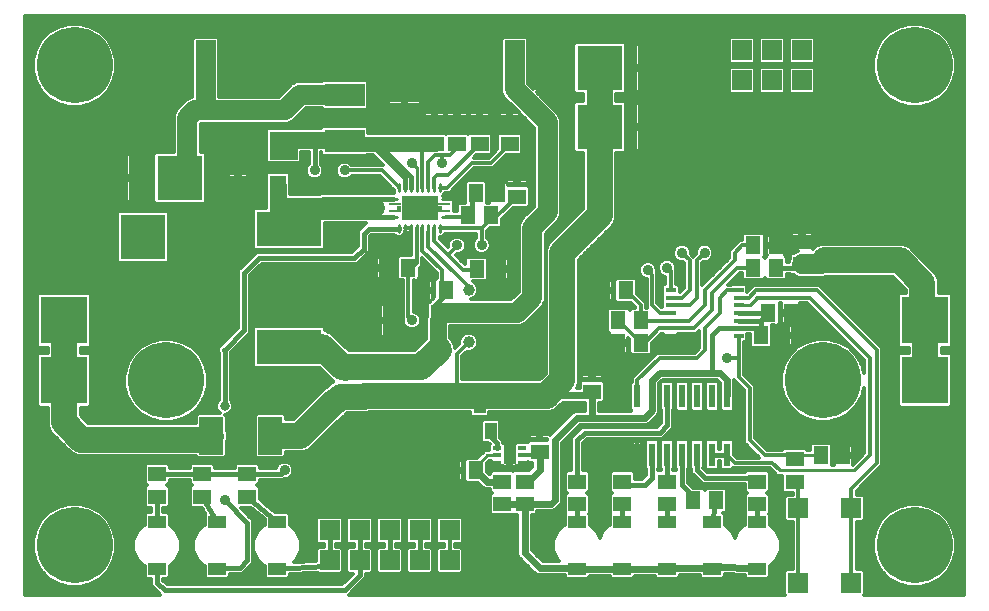
<source format=gbr>
G75*
G70*
%OFA0B0*%
%FSLAX24Y24*%
%IPPOS*%
%LPD*%
%AMOC8*
5,1,8,0,0,1.08239X$1,22.5*
%
%ADD10C,0.0110*%
%ADD11R,0.1201X0.0807*%
%ADD12R,0.0177X0.0157*%
%ADD13R,0.0443X0.0110*%
%ADD14R,0.0650X0.0650*%
%ADD15R,0.2165X0.1181*%
%ADD16R,0.1575X0.1575*%
%ADD17C,0.2540*%
%ADD18R,0.1502X0.1502*%
%ADD19R,0.1000X0.0500*%
%ADD20R,0.0512X0.0591*%
%ADD21R,0.0591X0.0512*%
%ADD22R,0.0945X0.0945*%
%ADD23R,0.0591X0.0413*%
%ADD24R,0.0500X0.1000*%
%ADD25R,0.0354X0.0138*%
%ADD26R,0.0220X0.0780*%
%ADD27R,0.0660X0.0660*%
%ADD28R,0.0394X0.0551*%
%ADD29R,0.0787X0.1252*%
%ADD30R,0.0276X0.0118*%
%ADD31R,0.0394X0.0630*%
%ADD32R,0.1339X0.0748*%
%ADD33R,0.1500X0.1500*%
%ADD34R,0.0551X0.0709*%
%ADD35C,0.0500*%
%ADD36C,0.0120*%
%ADD37C,0.0160*%
%ADD38C,0.0100*%
%ADD39C,0.0357*%
%ADD40C,0.0560*%
%ADD41C,0.0660*%
%ADD42C,0.0700*%
%ADD43C,0.0317*%
%ADD44C,0.0240*%
%ADD45C,0.0860*%
%ADD46C,0.0320*%
%ADD47C,0.0396*%
D10*
X012971Y017372D02*
X012971Y017596D01*
X013168Y017596D02*
X013168Y017372D01*
X013365Y017372D02*
X013365Y017596D01*
X013562Y017596D02*
X013562Y017372D01*
X013758Y017372D02*
X013758Y017596D01*
X013955Y017596D02*
X013955Y017372D01*
X014152Y017372D02*
X014152Y017596D01*
X014349Y017596D02*
X014349Y017372D01*
X014424Y017868D02*
X014648Y017868D01*
X014648Y018458D02*
X014424Y018458D01*
X014349Y018730D02*
X014349Y018954D01*
X014152Y018954D02*
X014152Y018730D01*
X013955Y018730D02*
X013955Y018954D01*
X013758Y018954D02*
X013758Y018730D01*
X013562Y018730D02*
X013562Y018954D01*
X013365Y018954D02*
X013365Y018730D01*
X013168Y018730D02*
X013168Y018954D01*
X012971Y018954D02*
X012971Y018730D01*
X012896Y018458D02*
X012672Y018458D01*
X012672Y017868D02*
X012896Y017868D01*
D11*
X013660Y018163D03*
D12*
X014349Y018163D03*
X012971Y018163D03*
D13*
X012843Y018281D03*
X012843Y018045D03*
X014477Y018045D03*
X014477Y018281D03*
D14*
X015833Y022413D03*
X016833Y022413D03*
X017833Y022413D03*
X017833Y023413D03*
X016833Y023413D03*
X015833Y023413D03*
X007535Y023413D03*
X006535Y023413D03*
X005535Y023413D03*
X005535Y022413D03*
X006535Y022413D03*
X007535Y022413D03*
X024409Y022413D03*
X025409Y022413D03*
X026409Y022413D03*
X027409Y022413D03*
X027409Y023413D03*
X026409Y023413D03*
X025409Y023413D03*
X024409Y023413D03*
X014660Y007413D03*
X013660Y007413D03*
X012660Y007413D03*
X011660Y007413D03*
X010660Y007413D03*
X010660Y006413D03*
X011660Y006413D03*
X012660Y006413D03*
X013660Y006413D03*
X014660Y006413D03*
D15*
X009308Y013529D03*
X009308Y017466D03*
D16*
X001810Y014413D03*
X001810Y012413D03*
X030510Y012413D03*
X030510Y014413D03*
D17*
X027107Y012413D03*
X030160Y006913D03*
X030160Y022913D03*
X005213Y012413D03*
X002160Y006913D03*
X002160Y022913D03*
D18*
X003219Y019163D03*
X004440Y017194D03*
X005660Y019163D03*
D19*
X013160Y020288D03*
X013160Y021913D03*
D20*
X015536Y018663D03*
X016284Y018663D03*
X016034Y017913D03*
X015286Y017913D03*
X015564Y016128D03*
X016312Y016128D03*
X014534Y015413D03*
X013786Y015413D03*
X013284Y016163D03*
X012536Y016163D03*
X019786Y015413D03*
X020534Y015413D03*
X020286Y014413D03*
X021034Y014413D03*
X021034Y013663D03*
X020286Y013663D03*
X025036Y013913D03*
X025784Y013913D03*
X026034Y014663D03*
X025286Y014663D03*
X025534Y016163D03*
X024786Y016163D03*
X024786Y016913D03*
X025534Y016913D03*
X027036Y009913D03*
X027784Y009913D03*
X023534Y008413D03*
X022786Y008413D03*
X015534Y009413D03*
X014786Y009413D03*
D21*
X016410Y009037D03*
X017160Y009037D03*
X017160Y008289D03*
X016410Y008289D03*
X017660Y010039D03*
X017660Y010787D03*
X019410Y012039D03*
X019410Y012787D03*
X018910Y009037D03*
X018910Y008289D03*
X020410Y008289D03*
X020410Y009037D03*
X021910Y009037D03*
X021910Y008289D03*
X024910Y008289D03*
X024910Y009037D03*
X026160Y009039D03*
X026160Y009787D03*
X026410Y016289D03*
X026410Y017037D03*
X016910Y018539D03*
X016910Y019287D03*
X016660Y020289D03*
X016660Y021037D03*
X015660Y021037D03*
X014910Y021037D03*
X014160Y021037D03*
X014160Y020289D03*
X014910Y020289D03*
X015660Y020289D03*
X011172Y012691D03*
X011172Y011943D03*
X007910Y009287D03*
X007910Y008539D03*
X006410Y008539D03*
X006410Y009287D03*
X004910Y009287D03*
X004910Y008539D03*
D22*
X007396Y020240D03*
X009129Y020240D03*
D23*
X008910Y007700D03*
X008910Y006126D03*
X006910Y006126D03*
X004910Y006126D03*
X004910Y007700D03*
X006910Y007700D03*
X018910Y007700D03*
X020410Y007700D03*
X021910Y007700D03*
X023410Y007700D03*
X024910Y007700D03*
X024910Y006126D03*
X023410Y006126D03*
X021910Y006126D03*
X020410Y006126D03*
X018910Y006126D03*
D24*
X014285Y014413D03*
X012660Y014413D03*
D25*
X022028Y014407D03*
X022028Y014151D03*
X022028Y013895D03*
X022028Y014663D03*
X022028Y014919D03*
X022028Y015175D03*
X022028Y015431D03*
X024292Y015431D03*
X024292Y015175D03*
X024292Y014919D03*
X024292Y014663D03*
X024292Y014407D03*
X024292Y014151D03*
X024292Y013895D03*
D26*
X023910Y011883D03*
X023410Y011883D03*
X022910Y011883D03*
X022410Y011883D03*
X021910Y011883D03*
X021410Y011883D03*
X020910Y011883D03*
X020910Y009943D03*
X021410Y009943D03*
X021910Y009943D03*
X022410Y009943D03*
X022910Y009943D03*
X023410Y009943D03*
X023910Y009943D03*
D27*
X026274Y008153D03*
X028046Y008153D03*
X028046Y005673D03*
X026274Y005673D03*
D28*
X016034Y010730D03*
X015286Y010730D03*
X015660Y011596D03*
D29*
X008680Y010567D03*
X006711Y010567D03*
D30*
X016247Y010169D03*
X016247Y009913D03*
X016247Y009657D03*
X017073Y009657D03*
X017073Y009913D03*
X017073Y010169D03*
D31*
X016660Y009913D03*
D32*
X011160Y020395D03*
X011160Y021931D03*
D33*
X019660Y022834D03*
X021660Y022834D03*
X021660Y020866D03*
X019660Y020866D03*
D34*
X008940Y018897D03*
X007601Y018897D03*
D35*
X011160Y020395D02*
X011266Y020289D01*
X012135Y020289D01*
X012660Y020289D01*
X013161Y020289D01*
X013160Y020288D01*
X013161Y020289D02*
X013660Y020289D01*
X014160Y020289D01*
D36*
X000520Y024553D02*
X000520Y005273D01*
X005017Y005273D01*
X004960Y005330D01*
X004710Y005580D01*
X004710Y005799D01*
X004565Y005799D01*
X004495Y005869D01*
X004495Y006228D01*
X004462Y006242D01*
X004239Y006465D01*
X004119Y006756D01*
X004119Y007070D01*
X004239Y007361D01*
X004462Y007584D01*
X004495Y007598D01*
X004495Y007957D01*
X004565Y008027D01*
X004710Y008027D01*
X004710Y008163D01*
X004565Y008163D01*
X004495Y008233D01*
X004495Y008845D01*
X004563Y008913D01*
X004495Y008981D01*
X004495Y009593D01*
X004565Y009663D01*
X005255Y009663D01*
X005325Y009593D01*
X005325Y009487D01*
X005995Y009487D01*
X005995Y009593D01*
X006065Y009663D01*
X006755Y009663D01*
X006825Y009593D01*
X006825Y009487D01*
X007495Y009487D01*
X007495Y009593D01*
X007565Y009663D01*
X008255Y009663D01*
X008325Y009593D01*
X008325Y009487D01*
X008868Y009487D01*
X008907Y009582D01*
X008991Y009666D01*
X009101Y009711D01*
X009219Y009711D01*
X009329Y009666D01*
X009413Y009582D01*
X009458Y009472D01*
X009458Y009354D01*
X009413Y009244D01*
X009329Y009160D01*
X009219Y009115D01*
X009144Y009115D01*
X009117Y009087D01*
X008325Y009087D01*
X008325Y008981D01*
X008257Y008913D01*
X008325Y008845D01*
X008325Y008452D01*
X008832Y008027D01*
X009255Y008027D01*
X009325Y007957D01*
X009325Y007598D01*
X009358Y007584D01*
X009581Y007361D01*
X009701Y007070D01*
X009701Y006756D01*
X009581Y006465D01*
X009478Y006362D01*
X010215Y006408D01*
X010215Y006788D01*
X010285Y006858D01*
X010460Y006858D01*
X010460Y006968D01*
X010285Y006968D01*
X010215Y007038D01*
X010215Y007788D01*
X010285Y007858D01*
X011035Y007858D01*
X011105Y007788D01*
X011105Y007038D01*
X011035Y006968D01*
X010860Y006968D01*
X010860Y006858D01*
X011035Y006858D01*
X011105Y006788D01*
X011105Y006038D01*
X011035Y005968D01*
X010285Y005968D01*
X010244Y006009D01*
X009325Y005951D01*
X009325Y005869D01*
X009255Y005799D01*
X008565Y005799D01*
X008495Y005869D01*
X008495Y006228D01*
X008462Y006242D01*
X008239Y006465D01*
X008119Y006756D01*
X008119Y007070D01*
X008239Y007361D01*
X008462Y007584D01*
X008495Y007598D01*
X008495Y007788D01*
X008047Y008163D01*
X007693Y008163D01*
X007993Y007863D01*
X008110Y007746D01*
X008110Y006330D01*
X007860Y006080D01*
X007743Y005963D01*
X007325Y005963D01*
X007325Y005869D01*
X007255Y005799D01*
X006565Y005799D01*
X006495Y005869D01*
X006495Y006228D01*
X006462Y006242D01*
X006239Y006465D01*
X006119Y006756D01*
X006119Y007070D01*
X006239Y007361D01*
X006462Y007584D01*
X006495Y007598D01*
X006495Y007957D01*
X006513Y007975D01*
X006401Y008163D01*
X006065Y008163D01*
X005995Y008233D01*
X005995Y008845D01*
X006063Y008913D01*
X005995Y008981D01*
X005995Y009087D01*
X005325Y009087D01*
X005325Y008981D01*
X005257Y008913D01*
X005325Y008845D01*
X005325Y008233D01*
X005255Y008163D01*
X005110Y008163D01*
X005110Y008027D01*
X005255Y008027D01*
X005325Y007957D01*
X005325Y007598D01*
X005358Y007584D01*
X005581Y007361D01*
X005701Y007070D01*
X005701Y006756D01*
X005581Y006465D01*
X005358Y006242D01*
X005325Y006228D01*
X005325Y005869D01*
X005255Y005799D01*
X005110Y005799D01*
X005110Y005746D01*
X005243Y005613D01*
X011077Y005613D01*
X011432Y005968D01*
X011285Y005968D01*
X011215Y006038D01*
X011215Y006788D01*
X011285Y006858D01*
X011460Y006858D01*
X011460Y006968D01*
X011285Y006968D01*
X011215Y007038D01*
X011215Y007788D01*
X011285Y007858D01*
X012035Y007858D01*
X012105Y007788D01*
X012105Y007038D01*
X012035Y006968D01*
X011860Y006968D01*
X011860Y006858D01*
X012035Y006858D01*
X012105Y006788D01*
X012105Y006038D01*
X012035Y005968D01*
X011860Y005968D01*
X011860Y005830D01*
X011743Y005713D01*
X011303Y005273D01*
X025844Y005273D01*
X025824Y005293D01*
X025824Y006053D01*
X025894Y006123D01*
X026094Y006123D01*
X026094Y007703D01*
X025894Y007703D01*
X025824Y007773D01*
X025824Y008533D01*
X025894Y008603D01*
X026094Y008603D01*
X026094Y008663D01*
X025815Y008663D01*
X025745Y008733D01*
X025745Y009243D01*
X025745Y009243D01*
X025735Y009233D01*
X025585Y009233D01*
X025335Y009483D01*
X024120Y009483D01*
X024070Y009433D01*
X023750Y009433D01*
X023680Y009503D01*
X023680Y009743D01*
X023640Y009743D01*
X023640Y009503D01*
X023570Y009433D01*
X023250Y009433D01*
X023180Y009503D01*
X023180Y010383D01*
X023250Y010453D01*
X023570Y010453D01*
X023640Y010383D01*
X023640Y010143D01*
X023680Y010143D01*
X023680Y010383D01*
X023750Y010453D01*
X024070Y010453D01*
X024140Y010383D01*
X024140Y009938D01*
X024235Y009843D01*
X024975Y009843D01*
X024480Y010338D01*
X024480Y012088D01*
X024150Y012418D01*
X024150Y011865D01*
X024140Y011841D01*
X024140Y011443D01*
X024070Y011373D01*
X023750Y011373D01*
X023680Y011443D01*
X023680Y011841D01*
X023670Y011865D01*
X023670Y012314D01*
X023561Y012423D01*
X021759Y012423D01*
X021650Y012314D01*
X021650Y011365D01*
X021613Y011277D01*
X021546Y011210D01*
X021296Y010960D01*
X021208Y010923D01*
X019009Y010923D01*
X018400Y010314D01*
X018400Y008365D01*
X018363Y008277D01*
X018296Y008210D01*
X018296Y008210D01*
X018239Y008153D01*
X018239Y008153D01*
X018172Y008086D01*
X018084Y008049D01*
X017575Y008049D01*
X017575Y007983D01*
X017505Y007913D01*
X017400Y007913D01*
X017400Y006762D01*
X017759Y006403D01*
X018301Y006403D01*
X018239Y006465D01*
X018119Y006756D01*
X018119Y007070D01*
X018239Y007361D01*
X018462Y007584D01*
X018495Y007598D01*
X018495Y007957D01*
X018508Y007970D01*
X018495Y007983D01*
X018495Y008595D01*
X018563Y008663D01*
X018495Y008731D01*
X018495Y009343D01*
X018565Y009413D01*
X018710Y009413D01*
X018710Y010496D01*
X018960Y010746D01*
X019077Y010863D01*
X021577Y010863D01*
X021710Y010996D01*
X021710Y011413D01*
X021680Y011443D01*
X021680Y012323D01*
X021750Y012393D01*
X022070Y012393D01*
X022140Y012323D01*
X022140Y011443D01*
X022110Y011413D01*
X022110Y010830D01*
X021993Y010713D01*
X021743Y010463D01*
X019243Y010463D01*
X019110Y010330D01*
X019110Y009413D01*
X019255Y009413D01*
X019325Y009343D01*
X019325Y008731D01*
X019257Y008663D01*
X019325Y008595D01*
X019325Y007983D01*
X019312Y007970D01*
X019325Y007957D01*
X019325Y007598D01*
X019358Y007584D01*
X019581Y007361D01*
X019660Y007171D01*
X019739Y007361D01*
X019962Y007584D01*
X019995Y007598D01*
X019995Y007957D01*
X020008Y007970D01*
X019995Y007983D01*
X019995Y008595D01*
X020063Y008663D01*
X019995Y008731D01*
X019995Y009343D01*
X020065Y009413D01*
X020755Y009413D01*
X020825Y009343D01*
X020825Y009113D01*
X021077Y009113D01*
X021210Y009246D01*
X021210Y009473D01*
X021180Y009503D01*
X021180Y010383D01*
X021250Y010453D01*
X021570Y010453D01*
X021640Y010383D01*
X021640Y009503D01*
X021610Y009473D01*
X021610Y009413D01*
X021710Y009413D01*
X021710Y009473D01*
X021680Y009503D01*
X021680Y010383D01*
X021750Y010453D01*
X022070Y010453D01*
X022140Y010383D01*
X022140Y009503D01*
X022110Y009473D01*
X022110Y009413D01*
X022210Y009413D01*
X022210Y009473D01*
X022180Y009503D01*
X022180Y010383D01*
X022250Y010453D01*
X022570Y010453D01*
X022640Y010383D01*
X022640Y009503D01*
X022610Y009473D01*
X022610Y008996D01*
X022778Y008828D01*
X023092Y008828D01*
X023160Y008760D01*
X023228Y008828D01*
X023840Y008828D01*
X023910Y008758D01*
X023910Y008068D01*
X023840Y007998D01*
X023784Y007998D01*
X023825Y007957D01*
X023825Y007598D01*
X023858Y007584D01*
X024081Y007361D01*
X024160Y007171D01*
X024239Y007361D01*
X024462Y007584D01*
X024495Y007598D01*
X024495Y007957D01*
X024508Y007970D01*
X024495Y007983D01*
X024495Y008595D01*
X024563Y008663D01*
X024495Y008731D01*
X024495Y008963D01*
X023077Y008963D01*
X022960Y009080D01*
X022710Y009330D01*
X022710Y009473D01*
X022680Y009503D01*
X022680Y010383D01*
X022750Y010453D01*
X023070Y010453D01*
X023140Y010383D01*
X023140Y009503D01*
X023121Y009485D01*
X023243Y009363D01*
X024515Y009363D01*
X024565Y009413D01*
X025255Y009413D01*
X025325Y009343D01*
X025325Y008731D01*
X025257Y008663D01*
X025325Y008595D01*
X025325Y007983D01*
X025312Y007970D01*
X025325Y007957D01*
X025325Y007598D01*
X025358Y007584D01*
X025581Y007361D01*
X025701Y007070D01*
X025701Y006756D01*
X025581Y006465D01*
X025358Y006242D01*
X025325Y006228D01*
X025325Y005869D01*
X025255Y005799D01*
X024565Y005799D01*
X024495Y005869D01*
X024495Y005913D01*
X023825Y005959D01*
X023825Y005869D01*
X023755Y005799D01*
X023065Y005799D01*
X022995Y005869D01*
X022995Y005923D01*
X022325Y005923D01*
X022325Y005869D01*
X022255Y005799D01*
X021565Y005799D01*
X021495Y005869D01*
X021495Y005886D01*
X020825Y005886D01*
X020825Y005869D01*
X020755Y005799D01*
X020065Y005799D01*
X019995Y005869D01*
X019995Y005886D01*
X019325Y005886D01*
X019325Y005869D01*
X019255Y005799D01*
X018565Y005799D01*
X018495Y005869D01*
X018495Y005923D01*
X017612Y005923D01*
X017524Y005960D01*
X017457Y006027D01*
X016957Y006527D01*
X016920Y006615D01*
X016920Y007913D01*
X016815Y007913D01*
X016785Y007943D01*
X016755Y007913D01*
X016065Y007913D01*
X015995Y007983D01*
X015995Y008595D01*
X016063Y008663D01*
X015995Y008731D01*
X015995Y008797D01*
X015862Y008797D01*
X015774Y008834D01*
X015610Y008998D01*
X015228Y008998D01*
X015158Y009068D01*
X015158Y009758D01*
X015228Y009828D01*
X015585Y009828D01*
X015840Y010083D01*
X015989Y010083D01*
X015989Y010278D01*
X016001Y010289D01*
X015956Y010334D01*
X015787Y010334D01*
X015717Y010405D01*
X015717Y010573D01*
X015710Y010580D01*
X015710Y010746D01*
X015717Y010753D01*
X015717Y011055D01*
X015787Y011126D01*
X016281Y011126D01*
X016351Y011055D01*
X016351Y010505D01*
X016447Y010409D01*
X016447Y010335D01*
X016494Y010288D01*
X016622Y010288D01*
X016622Y009951D01*
X016698Y009951D01*
X016698Y010288D01*
X016826Y010288D01*
X016886Y010348D01*
X017248Y010348D01*
X017315Y010415D01*
X017920Y010415D01*
X017920Y010461D01*
X017924Y010471D01*
X017720Y010471D01*
X017720Y010727D01*
X017600Y010727D01*
X017600Y010471D01*
X017353Y010471D01*
X017331Y010480D01*
X017314Y010497D01*
X017305Y010519D01*
X017305Y010727D01*
X017600Y010727D01*
X017600Y010847D01*
X017305Y010847D01*
X017305Y011055D01*
X017314Y011077D01*
X017331Y011094D01*
X017353Y011103D01*
X017600Y011103D01*
X017600Y010847D01*
X017720Y010847D01*
X018015Y010847D01*
X018015Y011055D01*
X018006Y011077D01*
X017989Y011094D01*
X017967Y011103D01*
X017720Y011103D01*
X017720Y010847D01*
X017720Y010727D01*
X018015Y010727D01*
X018015Y010608D01*
X018707Y011299D01*
X018707Y011299D01*
X018774Y011366D01*
X018862Y011403D01*
X019170Y011403D01*
X019170Y011663D01*
X019065Y011663D01*
X019055Y011673D01*
X018448Y011673D01*
X018222Y011447D01*
X018206Y011431D01*
X018004Y011347D01*
X015977Y011347D01*
X015977Y011271D01*
X015907Y011200D01*
X015413Y011200D01*
X015343Y011271D01*
X015343Y011347D01*
X011989Y011347D01*
X011903Y011312D01*
X011254Y011312D01*
X011161Y011218D01*
X011093Y011191D01*
X010154Y010251D01*
X009999Y010096D01*
X009797Y010013D01*
X009193Y010013D01*
X009193Y009891D01*
X009123Y009821D01*
X008236Y009821D01*
X008166Y009891D01*
X008166Y011242D01*
X008236Y011313D01*
X009123Y011313D01*
X009193Y011242D01*
X009193Y011113D01*
X009460Y011113D01*
X010498Y012151D01*
X010565Y012179D01*
X010715Y012328D01*
X010784Y012357D01*
X010757Y012385D01*
X010757Y012398D01*
X010754Y012399D01*
X010599Y012554D01*
X010335Y012819D01*
X008175Y012819D01*
X008105Y012889D01*
X008105Y014169D01*
X008175Y014240D01*
X010440Y014240D01*
X010510Y014169D01*
X010510Y014079D01*
X010512Y014079D01*
X010714Y013995D01*
X011293Y013416D01*
X013495Y013416D01*
X013885Y013806D01*
X013885Y014493D01*
X013915Y014565D01*
X013915Y014963D01*
X013985Y015033D01*
X013997Y015033D01*
X014022Y015058D01*
X013846Y015058D01*
X013846Y015353D01*
X013846Y015473D01*
X014102Y015473D01*
X014102Y015720D01*
X014093Y015742D01*
X014076Y015759D01*
X014054Y015768D01*
X013846Y015768D01*
X013846Y015473D01*
X013726Y015473D01*
X013726Y015768D01*
X013610Y015768D01*
X013660Y015818D01*
X013660Y016158D01*
X013742Y016240D01*
X013742Y016498D01*
X014230Y016010D01*
X014230Y015828D01*
X014228Y015828D01*
X014158Y015758D01*
X014158Y015194D01*
X014102Y015138D01*
X014102Y015353D01*
X013846Y015353D01*
X013726Y015353D01*
X013726Y015058D01*
X013518Y015058D01*
X013496Y015067D01*
X013479Y015084D01*
X013470Y015106D01*
X013470Y015353D01*
X013726Y015353D01*
X013726Y015473D01*
X013470Y015473D01*
X013470Y015720D01*
X013479Y015742D01*
X013485Y015748D01*
X013464Y015748D01*
X013464Y014711D01*
X013469Y014711D01*
X013579Y014666D01*
X013663Y014582D01*
X013708Y014472D01*
X013708Y014354D01*
X013663Y014244D01*
X013579Y014160D01*
X013469Y014115D01*
X013351Y014115D01*
X013241Y014160D01*
X013157Y014244D01*
X013112Y014354D01*
X013112Y014457D01*
X013104Y014464D01*
X013104Y015748D01*
X012978Y015748D01*
X012908Y015818D01*
X012908Y016508D01*
X012978Y016578D01*
X013382Y016578D01*
X013382Y017257D01*
X013380Y017257D01*
X013365Y017257D01*
X013365Y017484D01*
X013365Y017484D01*
X013365Y017484D01*
X013171Y017484D01*
X013171Y017484D01*
X013250Y017484D01*
X013365Y017484D01*
X013365Y017257D01*
X013350Y017257D01*
X013320Y017264D01*
X013294Y017280D01*
X013273Y017301D01*
X013266Y017312D01*
X013260Y017301D01*
X013239Y017280D01*
X013212Y017264D01*
X013183Y017257D01*
X013168Y017257D01*
X013168Y017388D01*
X013168Y017388D01*
X013168Y017257D01*
X013153Y017257D01*
X013123Y017264D01*
X013116Y017269D01*
X013044Y017197D01*
X012898Y017197D01*
X012823Y017272D01*
X012054Y017272D01*
X011994Y017212D01*
X011994Y016720D01*
X011877Y016603D01*
X011562Y016288D01*
X008392Y016288D01*
X008017Y015913D01*
X008017Y014003D01*
X007900Y013886D01*
X007360Y013346D01*
X007360Y011749D01*
X007396Y011713D01*
X007439Y011610D01*
X007439Y011499D01*
X007396Y011397D01*
X007318Y011318D01*
X007215Y011276D01*
X007191Y011276D01*
X007225Y011242D01*
X007225Y010764D01*
X007261Y010676D01*
X007261Y010457D01*
X007225Y010370D01*
X007225Y009891D01*
X007155Y009821D01*
X006268Y009821D01*
X006197Y009891D01*
X006197Y009894D01*
X002275Y009894D01*
X002073Y009978D01*
X001918Y010133D01*
X001343Y010708D01*
X001260Y010910D01*
X001260Y011506D01*
X000972Y011506D01*
X000902Y011576D01*
X000902Y013250D01*
X000972Y013320D01*
X001260Y013320D01*
X001260Y013506D01*
X000972Y013506D01*
X000902Y013576D01*
X000902Y015250D01*
X000972Y015320D01*
X002647Y015320D01*
X002717Y015250D01*
X002717Y013576D01*
X002647Y013506D01*
X002360Y013506D01*
X002360Y013320D01*
X002647Y013320D01*
X002717Y013250D01*
X002717Y011576D01*
X002647Y011506D01*
X002360Y011506D01*
X002360Y011247D01*
X002612Y010994D01*
X006197Y010994D01*
X006197Y011242D01*
X006268Y011313D01*
X007016Y011313D01*
X007002Y011318D01*
X006924Y011397D01*
X006881Y011499D01*
X006881Y011610D01*
X006924Y011713D01*
X006960Y011749D01*
X006960Y013322D01*
X006948Y013334D01*
X006948Y013500D01*
X006960Y013512D01*
X006960Y013512D01*
X007077Y013629D01*
X007077Y013629D01*
X007617Y014169D01*
X007617Y016079D01*
X008110Y016571D01*
X008227Y016688D01*
X011396Y016688D01*
X011594Y016886D01*
X011594Y017378D01*
X011771Y017555D01*
X011884Y017668D01*
X010510Y017668D01*
X010510Y016826D01*
X010440Y016756D01*
X008175Y016756D01*
X008105Y016826D01*
X008105Y018106D01*
X008175Y018177D01*
X008540Y018177D01*
X008540Y018977D01*
X008544Y018987D01*
X008544Y019301D01*
X008614Y019372D01*
X009265Y019372D01*
X009335Y019301D01*
X009335Y018987D01*
X009340Y018977D01*
X009340Y018633D01*
X010347Y018633D01*
X010372Y018658D01*
X012796Y018658D01*
X012796Y018763D01*
X012791Y018768D01*
X012791Y018777D01*
X012335Y019233D01*
X011402Y019233D01*
X011329Y019160D01*
X011219Y019115D01*
X011101Y019115D01*
X010991Y019160D01*
X010907Y019244D01*
X010862Y019354D01*
X010862Y019472D01*
X010907Y019582D01*
X010991Y019666D01*
X011101Y019711D01*
X011219Y019711D01*
X011329Y019666D01*
X011402Y019593D01*
X012447Y019593D01*
X012121Y019919D01*
X011897Y019919D01*
X011879Y019901D01*
X010441Y019901D01*
X010371Y019972D01*
X010371Y020013D01*
X010360Y020013D01*
X010360Y019635D01*
X010413Y019582D01*
X010458Y019472D01*
X010458Y019354D01*
X010413Y019244D01*
X010329Y019160D01*
X010219Y019115D01*
X010101Y019115D01*
X009991Y019160D01*
X009907Y019244D01*
X009862Y019354D01*
X009862Y019472D01*
X009907Y019582D01*
X009960Y019635D01*
X009960Y020013D01*
X009721Y020013D01*
X009721Y019718D01*
X009651Y019647D01*
X008606Y019647D01*
X008536Y019718D01*
X008536Y020762D01*
X008606Y020832D01*
X009651Y020832D01*
X009670Y020813D01*
X010371Y020813D01*
X010371Y020819D01*
X010441Y020889D01*
X011879Y020889D01*
X011949Y020819D01*
X011949Y020659D01*
X013809Y020659D01*
X013815Y020665D01*
X014505Y020665D01*
X014535Y020635D01*
X014565Y020665D01*
X015255Y020665D01*
X015285Y020635D01*
X015315Y020665D01*
X016005Y020665D01*
X016075Y020595D01*
X016075Y019983D01*
X016005Y019913D01*
X015539Y019913D01*
X015469Y019843D01*
X015959Y019843D01*
X016245Y020128D01*
X016245Y020595D01*
X016315Y020665D01*
X017005Y020665D01*
X017075Y020595D01*
X017075Y019983D01*
X017005Y019913D01*
X016539Y019913D01*
X016109Y019483D01*
X015485Y019483D01*
X014664Y018662D01*
X014524Y018662D01*
X014524Y018657D01*
X014440Y018573D01*
X014536Y018573D01*
X014536Y018458D01*
X014536Y018458D01*
X014763Y018458D01*
X014763Y018443D01*
X014763Y018441D01*
X014818Y018386D01*
X014818Y018176D01*
X014805Y018163D01*
X014818Y018150D01*
X014818Y018048D01*
X014910Y018048D01*
X014910Y018258D01*
X014980Y018328D01*
X015160Y018328D01*
X015160Y019008D01*
X015230Y019078D01*
X015842Y019078D01*
X015912Y019008D01*
X015912Y018328D01*
X015983Y018328D01*
X015977Y018334D01*
X015968Y018356D01*
X015968Y018603D01*
X016224Y018603D01*
X016224Y018723D01*
X015968Y018723D01*
X015968Y018970D01*
X015977Y018992D01*
X015994Y019009D01*
X016016Y019018D01*
X016224Y019018D01*
X016224Y018723D01*
X016344Y018723D01*
X016344Y019018D01*
X016552Y019018D01*
X016556Y019017D01*
X016555Y019019D01*
X016555Y019227D01*
X016850Y019227D01*
X016970Y019227D01*
X016970Y018971D01*
X017217Y018971D01*
X017239Y018980D01*
X017256Y018997D01*
X017265Y019019D01*
X017265Y019227D01*
X016970Y019227D01*
X016970Y019347D01*
X017265Y019347D01*
X017265Y019555D01*
X017256Y019577D01*
X017239Y019594D01*
X017217Y019603D01*
X016970Y019603D01*
X016970Y019347D01*
X016850Y019347D01*
X016850Y019227D01*
X016850Y018971D01*
X016603Y018971D01*
X016599Y018973D01*
X016600Y018970D01*
X016600Y018915D01*
X017255Y018915D01*
X017325Y018845D01*
X017325Y018233D01*
X017255Y018163D01*
X016779Y018163D01*
X016410Y017794D01*
X016410Y017568D01*
X016340Y017498D01*
X015999Y017498D01*
X015911Y017409D01*
X015911Y017159D01*
X015984Y017086D01*
X016029Y016976D01*
X016029Y016857D01*
X015984Y016747D01*
X015900Y016664D01*
X015790Y016618D01*
X015672Y016618D01*
X015562Y016664D01*
X015478Y016747D01*
X015432Y016857D01*
X015432Y016976D01*
X015478Y017086D01*
X015551Y017159D01*
X015551Y017304D01*
X014524Y017304D01*
X014524Y017299D01*
X014422Y017197D01*
X014332Y017197D01*
X014332Y017133D01*
X014612Y016854D01*
X014612Y016972D01*
X014657Y017082D01*
X014741Y017166D01*
X014851Y017211D01*
X014969Y017211D01*
X015079Y017166D01*
X015163Y017082D01*
X015208Y016972D01*
X015208Y016854D01*
X015163Y016744D01*
X015079Y016660D01*
X014969Y016615D01*
X014892Y016615D01*
X014871Y016594D01*
X015179Y016286D01*
X015188Y016286D01*
X015188Y016473D01*
X015258Y016543D01*
X015869Y016543D01*
X015939Y016473D01*
X015939Y015783D01*
X015869Y015712D01*
X015445Y015712D01*
X015478Y015698D01*
X015567Y015609D01*
X015616Y015492D01*
X015616Y015365D01*
X015567Y015249D01*
X015478Y015159D01*
X015367Y015113D01*
X016724Y015113D01*
X016960Y015349D01*
X016960Y017587D01*
X017029Y017753D01*
X017155Y017879D01*
X017155Y017879D01*
X017486Y018210D01*
X017486Y020829D01*
X017015Y021299D01*
X017015Y021097D01*
X016720Y021097D01*
X016720Y020977D01*
X016720Y020721D01*
X016967Y020721D01*
X016989Y020730D01*
X017006Y020747D01*
X017015Y020769D01*
X017015Y020977D01*
X016720Y020977D01*
X016600Y020977D01*
X016600Y020721D01*
X016353Y020721D01*
X016331Y020730D01*
X016314Y020747D01*
X016305Y020769D01*
X016305Y020977D01*
X016600Y020977D01*
X016600Y021097D01*
X016305Y021097D01*
X016305Y021305D01*
X016314Y021327D01*
X016331Y021344D01*
X016353Y021353D01*
X016600Y021353D01*
X016600Y021097D01*
X016720Y021097D01*
X016720Y021353D01*
X016962Y021353D01*
X016578Y021736D01*
X016452Y021863D01*
X016383Y022028D01*
X016383Y023503D01*
X016388Y023515D01*
X016388Y023788D01*
X016459Y023858D01*
X016732Y023858D01*
X016744Y023863D01*
X016923Y023863D01*
X016935Y023858D01*
X017208Y023858D01*
X017278Y023788D01*
X017278Y023515D01*
X017283Y023503D01*
X017283Y022304D01*
X017448Y022139D01*
X017448Y022385D01*
X017806Y022385D01*
X017861Y022385D01*
X017861Y022028D01*
X018170Y022028D01*
X018192Y022037D01*
X018209Y022054D01*
X018218Y022076D01*
X018218Y022385D01*
X017861Y022385D01*
X017861Y022440D01*
X018218Y022440D01*
X018218Y022750D01*
X018209Y022772D01*
X018192Y022789D01*
X018170Y022798D01*
X017861Y022798D01*
X017861Y022440D01*
X017806Y022440D01*
X017806Y022385D01*
X017806Y022028D01*
X017559Y022028D01*
X018317Y021270D01*
X018386Y021105D01*
X018386Y017934D01*
X018317Y017768D01*
X018190Y017642D01*
X017860Y017311D01*
X017860Y015073D01*
X017791Y014908D01*
X017291Y014408D01*
X017165Y014281D01*
X017000Y014213D01*
X014685Y014213D01*
X014685Y013823D01*
X014760Y013748D01*
X014844Y013546D01*
X014844Y013485D01*
X014980Y013621D01*
X014980Y013621D01*
X014980Y013748D01*
X015028Y013865D01*
X015118Y013954D01*
X015235Y014003D01*
X015361Y014003D01*
X015478Y013954D01*
X015567Y013865D01*
X015616Y013748D01*
X015616Y013621D01*
X015567Y013504D01*
X015478Y013415D01*
X015361Y013367D01*
X015235Y013367D01*
X015234Y013367D01*
X015090Y013222D01*
X015090Y012447D01*
X017666Y012447D01*
X017860Y012641D01*
X017860Y016772D01*
X017944Y016975D01*
X018098Y017129D01*
X018098Y017129D01*
X019110Y018141D01*
X019110Y019996D01*
X018860Y019996D01*
X018790Y020066D01*
X018790Y021665D01*
X018860Y021736D01*
X019110Y021736D01*
X019110Y021964D01*
X018860Y021964D01*
X018790Y022035D01*
X018790Y023634D01*
X018860Y023704D01*
X020460Y023704D01*
X020530Y023634D01*
X020530Y022035D01*
X020460Y021964D01*
X020210Y021964D01*
X020210Y021736D01*
X020460Y021736D01*
X020530Y021665D01*
X020530Y020066D01*
X020460Y019996D01*
X020210Y019996D01*
X020210Y017804D01*
X020126Y017601D01*
X018960Y016435D01*
X018960Y012304D01*
X018898Y012153D01*
X018995Y012153D01*
X018995Y012345D01*
X019065Y012415D01*
X019755Y012415D01*
X019825Y012345D01*
X019825Y011733D01*
X019755Y011663D01*
X019650Y011663D01*
X019650Y011403D01*
X020720Y011403D01*
X020680Y011443D01*
X020680Y012323D01*
X020730Y012373D01*
X020730Y012488D01*
X021480Y013238D01*
X021585Y013343D01*
X022835Y013343D01*
X022980Y013488D01*
X022980Y014065D01*
X022886Y013971D01*
X022265Y013971D01*
X022265Y013895D01*
X022028Y013895D01*
X022028Y013895D01*
X022028Y013766D01*
X021839Y013766D01*
X021817Y013776D01*
X021800Y013792D01*
X021791Y013814D01*
X021791Y013895D01*
X022028Y013895D01*
X022028Y013895D01*
X022028Y013766D01*
X022217Y013766D01*
X022239Y013776D01*
X022256Y013792D01*
X022265Y013814D01*
X022265Y013895D01*
X022028Y013895D01*
X022028Y013895D01*
X021791Y013895D01*
X021791Y013971D01*
X021723Y013971D01*
X021410Y013658D01*
X021410Y013318D01*
X021340Y013248D01*
X020728Y013248D01*
X020658Y013318D01*
X020658Y013786D01*
X020602Y013843D01*
X020602Y013723D01*
X020346Y013723D01*
X020346Y013603D01*
X020602Y013603D01*
X020602Y013356D01*
X020593Y013334D01*
X020576Y013317D01*
X020554Y013308D01*
X020346Y013308D01*
X020346Y013603D01*
X020226Y013603D01*
X020226Y013308D01*
X020018Y013308D01*
X019996Y013317D01*
X019979Y013334D01*
X019970Y013356D01*
X019970Y013603D01*
X020226Y013603D01*
X020226Y013723D01*
X019970Y013723D01*
X019970Y013970D01*
X019979Y013992D01*
X019985Y013998D01*
X019980Y013998D01*
X019910Y014068D01*
X019910Y014758D01*
X019980Y014828D01*
X020592Y014828D01*
X020660Y014760D01*
X020728Y014828D01*
X020854Y014828D01*
X020854Y014838D01*
X020695Y014998D01*
X020228Y014998D01*
X020158Y015068D01*
X020158Y015758D01*
X020228Y015828D01*
X020840Y015828D01*
X020910Y015758D01*
X020910Y015292D01*
X021214Y014988D01*
X021214Y014828D01*
X021240Y014828D01*
X021230Y014838D01*
X021230Y015788D01*
X021207Y015788D01*
X021097Y015833D01*
X021013Y015917D01*
X020968Y016027D01*
X020968Y016146D01*
X021013Y016255D01*
X021097Y016339D01*
X021207Y016385D01*
X021326Y016385D01*
X021435Y016339D01*
X021519Y016255D01*
X021565Y016146D01*
X021565Y016042D01*
X021590Y016017D01*
X021590Y014988D01*
X021731Y014847D01*
X021731Y015038D01*
X021740Y015047D01*
X021731Y015056D01*
X021731Y015293D01*
X021740Y015303D01*
X021731Y015312D01*
X021731Y015549D01*
X021801Y015620D01*
X021848Y015620D01*
X021848Y015866D01*
X021741Y015910D01*
X021657Y015994D01*
X021612Y016104D01*
X021612Y016222D01*
X021657Y016332D01*
X021741Y016416D01*
X021851Y016461D01*
X021969Y016461D01*
X022079Y016416D01*
X022163Y016332D01*
X022208Y016222D01*
X022208Y016104D01*
X022208Y016103D01*
X022208Y015620D01*
X022255Y015620D01*
X022325Y015549D01*
X022325Y015355D01*
X022347Y015355D01*
X022480Y015488D01*
X022480Y016338D01*
X022454Y016365D01*
X022351Y016365D01*
X022241Y016410D01*
X022157Y016494D01*
X022112Y016604D01*
X022112Y016722D01*
X022157Y016832D01*
X022241Y016916D01*
X022351Y016961D01*
X022469Y016961D01*
X022579Y016916D01*
X022663Y016832D01*
X022708Y016722D01*
X022708Y016619D01*
X022785Y016543D01*
X022862Y016619D01*
X022862Y016722D01*
X022907Y016832D01*
X022991Y016916D01*
X023101Y016961D01*
X023219Y016961D01*
X023329Y016916D01*
X023413Y016832D01*
X023458Y016722D01*
X023458Y016604D01*
X023413Y016494D01*
X023329Y016410D01*
X023219Y016365D01*
X023116Y016365D01*
X023090Y016338D01*
X023090Y015598D01*
X023980Y016488D01*
X023980Y016738D01*
X024230Y016988D01*
X024335Y017093D01*
X024410Y017093D01*
X024410Y017258D01*
X024480Y017328D01*
X025092Y017328D01*
X025162Y017258D01*
X025162Y016568D01*
X025132Y016538D01*
X025160Y016510D01*
X025228Y016578D01*
X025233Y016578D01*
X025227Y016584D01*
X025218Y016606D01*
X025218Y016853D01*
X025474Y016853D01*
X025474Y016973D01*
X025218Y016973D01*
X025218Y017220D01*
X025227Y017242D01*
X025244Y017259D01*
X025266Y017268D01*
X025474Y017268D01*
X025474Y016973D01*
X025594Y016973D01*
X025594Y017268D01*
X025802Y017268D01*
X025824Y017259D01*
X025841Y017242D01*
X025850Y017220D01*
X025850Y016973D01*
X025594Y016973D01*
X025594Y016853D01*
X025850Y016853D01*
X025850Y016606D01*
X025841Y016584D01*
X025835Y016578D01*
X025840Y016578D01*
X025910Y016508D01*
X025910Y016363D01*
X025960Y016363D01*
X025960Y016378D01*
X025995Y016462D01*
X025995Y016595D01*
X026065Y016665D01*
X026150Y016665D01*
X026155Y016670D01*
X026277Y016721D01*
X026103Y016721D01*
X026081Y016730D01*
X026064Y016747D01*
X026055Y016769D01*
X026055Y016977D01*
X026350Y016977D01*
X026350Y017097D01*
X026055Y017097D01*
X026055Y017305D01*
X026064Y017327D01*
X026081Y017344D01*
X026103Y017353D01*
X026350Y017353D01*
X026350Y017097D01*
X026470Y017097D01*
X026765Y017097D01*
X026765Y017305D01*
X026756Y017327D01*
X026739Y017344D01*
X026717Y017353D01*
X026470Y017353D01*
X026470Y017097D01*
X026470Y016977D01*
X026765Y016977D01*
X026765Y016796D01*
X026848Y016879D01*
X027051Y016963D01*
X029769Y016963D01*
X029972Y016879D01*
X030876Y015975D01*
X030960Y015772D01*
X030960Y015320D01*
X031348Y015320D01*
X031418Y015250D01*
X031418Y013576D01*
X031348Y013506D01*
X031060Y013506D01*
X031060Y013320D01*
X031348Y013320D01*
X031418Y013250D01*
X031418Y011576D01*
X031348Y011506D01*
X029673Y011506D01*
X029603Y011576D01*
X029603Y013250D01*
X029673Y013320D01*
X029960Y013320D01*
X029960Y013506D01*
X029673Y013506D01*
X029603Y013576D01*
X029603Y015250D01*
X029673Y015320D01*
X029860Y015320D01*
X029860Y015435D01*
X029432Y015863D01*
X027183Y015863D01*
X027125Y015839D01*
X026320Y015839D01*
X026155Y015907D01*
X026150Y015913D01*
X026065Y015913D01*
X026015Y015963D01*
X025910Y015963D01*
X025910Y015818D01*
X025840Y015748D01*
X025228Y015748D01*
X025160Y015816D01*
X025092Y015748D01*
X024480Y015748D01*
X024410Y015818D01*
X024410Y015985D01*
X024329Y015985D01*
X023937Y015593D01*
X024038Y015593D01*
X024065Y015620D01*
X024519Y015620D01*
X024589Y015549D01*
X024589Y015370D01*
X024812Y015593D01*
X026985Y015593D01*
X027090Y015488D01*
X029090Y013488D01*
X029090Y009588D01*
X028985Y009483D01*
X028226Y008724D01*
X028226Y008603D01*
X028426Y008603D01*
X028496Y008533D01*
X028496Y007773D01*
X028426Y007703D01*
X028226Y007703D01*
X028226Y006123D01*
X028426Y006123D01*
X028496Y006053D01*
X028496Y005293D01*
X028476Y005273D01*
X031800Y005273D01*
X031800Y024553D01*
X000520Y024553D01*
X000520Y024466D02*
X031800Y024466D01*
X031800Y024347D02*
X000520Y024347D01*
X000520Y024229D02*
X001699Y024229D01*
X001623Y024208D02*
X001307Y024025D01*
X001048Y023766D01*
X000865Y023450D01*
X000770Y023096D01*
X000770Y022730D01*
X000865Y022376D01*
X001048Y022060D01*
X001307Y021801D01*
X001623Y021618D01*
X001977Y021523D01*
X002343Y021523D01*
X002697Y021618D01*
X003013Y021801D01*
X003272Y022060D01*
X003455Y022376D01*
X003550Y022730D01*
X003550Y023096D01*
X003455Y023450D01*
X003272Y023766D01*
X003013Y024025D01*
X002697Y024208D01*
X002343Y024303D01*
X001977Y024303D01*
X001623Y024208D01*
X001453Y024110D02*
X000520Y024110D01*
X000520Y023992D02*
X001273Y023992D01*
X001154Y023873D02*
X000520Y023873D01*
X000520Y023755D02*
X001041Y023755D01*
X000972Y023636D02*
X000520Y023636D01*
X000520Y023518D02*
X000904Y023518D01*
X000851Y023399D02*
X000520Y023399D01*
X000520Y023281D02*
X000819Y023281D01*
X000788Y023162D02*
X000520Y023162D01*
X000520Y023044D02*
X000770Y023044D01*
X000770Y022925D02*
X000520Y022925D01*
X000520Y022807D02*
X000770Y022807D01*
X000781Y022688D02*
X000520Y022688D01*
X000520Y022570D02*
X000813Y022570D01*
X000845Y022451D02*
X000520Y022451D01*
X000520Y022333D02*
X000890Y022333D01*
X000959Y022214D02*
X000520Y022214D01*
X000520Y022096D02*
X001027Y022096D01*
X001130Y021977D02*
X000520Y021977D01*
X000520Y021859D02*
X001249Y021859D01*
X001412Y021740D02*
X000520Y021740D01*
X000520Y021622D02*
X001617Y021622D01*
X002703Y021622D02*
X005732Y021622D01*
X005655Y021544D02*
X005529Y021418D01*
X005460Y021253D01*
X005460Y020034D01*
X004859Y020034D01*
X004789Y019964D01*
X004789Y018362D01*
X004859Y018292D01*
X006461Y018292D01*
X006531Y018362D01*
X006531Y019964D01*
X006461Y020034D01*
X006360Y020034D01*
X006360Y020963D01*
X009250Y020963D01*
X009415Y021031D01*
X009541Y021158D01*
X009864Y021481D01*
X010397Y021481D01*
X010441Y021437D01*
X011879Y021437D01*
X011949Y021507D01*
X011949Y022354D01*
X011879Y022425D01*
X010441Y022425D01*
X010397Y022381D01*
X009588Y022381D01*
X009423Y022312D01*
X008974Y021863D01*
X006985Y021863D01*
X006985Y022503D01*
X006985Y023503D01*
X006980Y023515D01*
X006980Y023788D01*
X006910Y023858D01*
X006637Y023858D01*
X006625Y023863D01*
X006446Y023863D01*
X006434Y023858D01*
X006160Y023858D01*
X006090Y023788D01*
X006090Y023515D01*
X006085Y023503D01*
X006085Y021863D01*
X006070Y021863D01*
X005905Y021794D01*
X005655Y021544D01*
X005614Y021503D02*
X000520Y021503D01*
X000520Y021385D02*
X005515Y021385D01*
X005466Y021266D02*
X000520Y021266D01*
X000520Y021148D02*
X005460Y021148D01*
X005460Y021029D02*
X000520Y021029D01*
X000520Y020911D02*
X005460Y020911D01*
X005460Y020792D02*
X000520Y020792D01*
X000520Y020674D02*
X005460Y020674D01*
X005460Y020555D02*
X000520Y020555D01*
X000520Y020437D02*
X005460Y020437D01*
X005460Y020318D02*
X000520Y020318D01*
X000520Y020200D02*
X005460Y020200D01*
X005460Y020081D02*
X000520Y020081D01*
X000520Y019963D02*
X002431Y019963D01*
X002434Y019965D02*
X002417Y019948D01*
X002408Y019926D01*
X002408Y019223D01*
X003159Y019223D01*
X003159Y019103D01*
X002408Y019103D01*
X002408Y018400D01*
X002417Y018378D01*
X002434Y018361D01*
X002456Y018352D01*
X003159Y018352D01*
X003159Y019103D01*
X003279Y019103D01*
X003279Y018352D01*
X003982Y018352D01*
X004004Y018361D01*
X004021Y018378D01*
X004030Y018400D01*
X004030Y019103D01*
X003279Y019103D01*
X003279Y019223D01*
X003159Y019223D01*
X003159Y019974D01*
X002456Y019974D01*
X002434Y019965D01*
X002408Y019844D02*
X000520Y019844D01*
X000520Y019726D02*
X002408Y019726D01*
X002408Y019607D02*
X000520Y019607D01*
X000520Y019489D02*
X002408Y019489D01*
X002408Y019370D02*
X000520Y019370D01*
X000520Y019252D02*
X002408Y019252D01*
X002408Y019015D02*
X000520Y019015D01*
X000520Y019133D02*
X003159Y019133D01*
X003159Y019015D02*
X003279Y019015D01*
X003279Y019133D02*
X004789Y019133D01*
X004789Y019015D02*
X004030Y019015D01*
X004030Y018896D02*
X004789Y018896D01*
X004789Y018778D02*
X004030Y018778D01*
X004030Y018659D02*
X004789Y018659D01*
X004789Y018541D02*
X004030Y018541D01*
X004030Y018422D02*
X004789Y018422D01*
X004847Y018304D02*
X000520Y018304D01*
X000520Y018422D02*
X002408Y018422D01*
X002408Y018541D02*
X000520Y018541D01*
X000520Y018659D02*
X002408Y018659D01*
X002408Y018778D02*
X000520Y018778D01*
X000520Y018896D02*
X002408Y018896D01*
X003159Y018896D02*
X003279Y018896D01*
X003279Y018778D02*
X003159Y018778D01*
X003159Y018659D02*
X003279Y018659D01*
X003279Y018541D02*
X003159Y018541D01*
X003159Y018422D02*
X003279Y018422D01*
X003639Y018066D02*
X003568Y017995D01*
X003568Y016394D01*
X003639Y016323D01*
X005240Y016323D01*
X005311Y016394D01*
X005311Y017995D01*
X005240Y018066D01*
X003639Y018066D01*
X003568Y017948D02*
X000520Y017948D01*
X000520Y017830D02*
X003568Y017830D01*
X003568Y017711D02*
X000520Y017711D01*
X000520Y017593D02*
X003568Y017593D01*
X003568Y017474D02*
X000520Y017474D01*
X000520Y017356D02*
X003568Y017356D01*
X003568Y017237D02*
X000520Y017237D01*
X000520Y017119D02*
X003568Y017119D01*
X003568Y017000D02*
X000520Y017000D01*
X000520Y016882D02*
X003568Y016882D01*
X003568Y016763D02*
X000520Y016763D01*
X000520Y016645D02*
X003568Y016645D01*
X003568Y016526D02*
X000520Y016526D01*
X000520Y016408D02*
X003568Y016408D01*
X002717Y015223D02*
X007617Y015223D01*
X007617Y015341D02*
X000520Y015341D01*
X000520Y015223D02*
X000902Y015223D01*
X000902Y015104D02*
X000520Y015104D01*
X000520Y014986D02*
X000902Y014986D01*
X000902Y014867D02*
X000520Y014867D01*
X000520Y014749D02*
X000902Y014749D01*
X000902Y014630D02*
X000520Y014630D01*
X000520Y014512D02*
X000902Y014512D01*
X000902Y014393D02*
X000520Y014393D01*
X000520Y014275D02*
X000902Y014275D01*
X000902Y014156D02*
X000520Y014156D01*
X000520Y014038D02*
X000902Y014038D01*
X000902Y013919D02*
X000520Y013919D01*
X000520Y013801D02*
X000902Y013801D01*
X000902Y013682D02*
X000520Y013682D01*
X000520Y013564D02*
X000915Y013564D01*
X001260Y013445D02*
X000520Y013445D01*
X000520Y013327D02*
X001260Y013327D01*
X000902Y013208D02*
X000520Y013208D01*
X000520Y013090D02*
X000902Y013090D01*
X000902Y012971D02*
X000520Y012971D01*
X000520Y012853D02*
X000902Y012853D01*
X000902Y012734D02*
X000520Y012734D01*
X000520Y012616D02*
X000902Y012616D01*
X000902Y012497D02*
X000520Y012497D01*
X000520Y012379D02*
X000902Y012379D01*
X000902Y012260D02*
X000520Y012260D01*
X000520Y012142D02*
X000902Y012142D01*
X000902Y012023D02*
X000520Y012023D01*
X000520Y011905D02*
X000902Y011905D01*
X000902Y011786D02*
X000520Y011786D01*
X000520Y011668D02*
X000902Y011668D01*
X000929Y011549D02*
X000520Y011549D01*
X000520Y011431D02*
X001260Y011431D01*
X001260Y011312D02*
X000520Y011312D01*
X000520Y011194D02*
X001260Y011194D01*
X001260Y011075D02*
X000520Y011075D01*
X000520Y010957D02*
X001260Y010957D01*
X001289Y010838D02*
X000520Y010838D01*
X000520Y010720D02*
X001338Y010720D01*
X001450Y010601D02*
X000520Y010601D01*
X000520Y010483D02*
X001569Y010483D01*
X001687Y010364D02*
X000520Y010364D01*
X000520Y010246D02*
X001806Y010246D01*
X001924Y010127D02*
X000520Y010127D01*
X000520Y010009D02*
X002043Y010009D01*
X002532Y011075D02*
X004836Y011075D01*
X004677Y011118D02*
X005030Y011023D01*
X005396Y011023D01*
X005750Y011118D01*
X006067Y011301D01*
X006325Y011560D01*
X006508Y011876D01*
X006603Y012230D01*
X006603Y012596D01*
X006508Y012950D01*
X006325Y013266D01*
X006067Y013525D01*
X005750Y013708D01*
X005396Y013803D01*
X005030Y013803D01*
X004677Y013708D01*
X004360Y013525D01*
X004101Y013266D01*
X003918Y012950D01*
X003823Y012596D01*
X003823Y012230D01*
X003918Y011876D01*
X004101Y011560D01*
X004360Y011301D01*
X004677Y011118D01*
X004545Y011194D02*
X002413Y011194D01*
X002360Y011312D02*
X004348Y011312D01*
X004230Y011431D02*
X002360Y011431D01*
X002690Y011549D02*
X004111Y011549D01*
X004039Y011668D02*
X002717Y011668D01*
X002717Y011786D02*
X003970Y011786D01*
X003910Y011905D02*
X002717Y011905D01*
X002717Y012023D02*
X003879Y012023D01*
X003847Y012142D02*
X002717Y012142D01*
X002717Y012260D02*
X003823Y012260D01*
X003823Y012379D02*
X002717Y012379D01*
X002717Y012497D02*
X003823Y012497D01*
X003828Y012616D02*
X002717Y012616D01*
X002717Y012734D02*
X003860Y012734D01*
X003892Y012853D02*
X002717Y012853D01*
X002717Y012971D02*
X003930Y012971D01*
X003999Y013090D02*
X002717Y013090D01*
X002717Y013208D02*
X004067Y013208D01*
X004161Y013327D02*
X002360Y013327D01*
X002360Y013445D02*
X004279Y013445D01*
X004426Y013564D02*
X002705Y013564D01*
X002717Y013682D02*
X004631Y013682D01*
X005021Y013801D02*
X002717Y013801D01*
X002717Y013919D02*
X007367Y013919D01*
X007249Y013801D02*
X005405Y013801D01*
X005795Y013682D02*
X007130Y013682D01*
X007012Y013564D02*
X006000Y013564D01*
X006147Y013445D02*
X006948Y013445D01*
X006956Y013327D02*
X006265Y013327D01*
X006359Y013208D02*
X006960Y013208D01*
X006960Y013090D02*
X006428Y013090D01*
X006496Y012971D02*
X006960Y012971D01*
X006960Y012853D02*
X006534Y012853D01*
X006566Y012734D02*
X006960Y012734D01*
X006960Y012616D02*
X006598Y012616D01*
X006603Y012497D02*
X006960Y012497D01*
X006960Y012379D02*
X006603Y012379D01*
X006603Y012260D02*
X006960Y012260D01*
X006960Y012142D02*
X006579Y012142D01*
X006548Y012023D02*
X006960Y012023D01*
X006960Y011905D02*
X006516Y011905D01*
X006456Y011786D02*
X006960Y011786D01*
X006905Y011668D02*
X006388Y011668D01*
X006315Y011549D02*
X006881Y011549D01*
X006910Y011431D02*
X006196Y011431D01*
X006267Y011312D02*
X006078Y011312D01*
X006197Y011194D02*
X005881Y011194D01*
X005590Y011075D02*
X006197Y011075D01*
X007225Y011075D02*
X008166Y011075D01*
X008166Y010957D02*
X007225Y010957D01*
X007225Y010838D02*
X008166Y010838D01*
X008166Y010720D02*
X007243Y010720D01*
X007261Y010601D02*
X008166Y010601D01*
X008166Y010483D02*
X007261Y010483D01*
X007225Y010364D02*
X008166Y010364D01*
X008166Y010246D02*
X007225Y010246D01*
X007225Y010127D02*
X008166Y010127D01*
X008166Y010009D02*
X007225Y010009D01*
X007224Y009890D02*
X008167Y009890D01*
X008265Y009653D02*
X008978Y009653D01*
X008887Y009535D02*
X008325Y009535D01*
X008325Y009061D02*
X014511Y009061D01*
X014518Y009058D02*
X014726Y009058D01*
X014726Y009353D01*
X014846Y009353D01*
X014846Y009473D01*
X015102Y009473D01*
X015102Y009720D01*
X015093Y009742D01*
X015076Y009759D01*
X015054Y009768D01*
X014846Y009768D01*
X014846Y009473D01*
X014726Y009473D01*
X014726Y009768D01*
X014518Y009768D01*
X014496Y009759D01*
X014479Y009742D01*
X014470Y009720D01*
X014470Y009473D01*
X014726Y009473D01*
X014726Y009353D01*
X014470Y009353D01*
X014470Y009106D01*
X014479Y009084D01*
X014496Y009067D01*
X014518Y009058D01*
X014470Y009179D02*
X009348Y009179D01*
X009435Y009298D02*
X014470Y009298D01*
X014470Y009535D02*
X009433Y009535D01*
X009458Y009416D02*
X014726Y009416D01*
X014726Y009298D02*
X014846Y009298D01*
X014846Y009353D02*
X014846Y009058D01*
X015054Y009058D01*
X015076Y009067D01*
X015093Y009084D01*
X015102Y009106D01*
X015102Y009353D01*
X014846Y009353D01*
X014846Y009416D02*
X015158Y009416D01*
X015158Y009298D02*
X015102Y009298D01*
X015102Y009179D02*
X015158Y009179D01*
X015166Y009061D02*
X015061Y009061D01*
X014846Y009061D02*
X014726Y009061D01*
X014726Y009179D02*
X014846Y009179D01*
X014846Y009535D02*
X014726Y009535D01*
X014726Y009653D02*
X014846Y009653D01*
X015102Y009653D02*
X015158Y009653D01*
X015158Y009535D02*
X015102Y009535D01*
X015172Y009772D02*
X000520Y009772D01*
X000520Y009890D02*
X006198Y009890D01*
X006055Y009653D02*
X005265Y009653D01*
X005325Y009535D02*
X005995Y009535D01*
X005995Y009061D02*
X005325Y009061D01*
X005286Y008942D02*
X006034Y008942D01*
X005995Y008824D02*
X005325Y008824D01*
X005325Y008705D02*
X005995Y008705D01*
X005995Y008586D02*
X005325Y008586D01*
X005325Y008468D02*
X005995Y008468D01*
X005995Y008349D02*
X005325Y008349D01*
X005323Y008231D02*
X005997Y008231D01*
X006431Y008112D02*
X005110Y008112D01*
X005288Y007994D02*
X006502Y007994D01*
X006495Y007875D02*
X005325Y007875D01*
X005325Y007757D02*
X006495Y007757D01*
X006495Y007638D02*
X005325Y007638D01*
X005422Y007520D02*
X006398Y007520D01*
X006279Y007401D02*
X005541Y007401D01*
X005613Y007283D02*
X006207Y007283D01*
X006157Y007164D02*
X005663Y007164D01*
X005701Y007046D02*
X006119Y007046D01*
X006119Y006927D02*
X005701Y006927D01*
X005701Y006809D02*
X006119Y006809D01*
X006145Y006690D02*
X005675Y006690D01*
X005625Y006572D02*
X006195Y006572D01*
X006250Y006453D02*
X005570Y006453D01*
X005451Y006335D02*
X006369Y006335D01*
X006495Y006216D02*
X005325Y006216D01*
X005325Y006098D02*
X006495Y006098D01*
X006495Y005979D02*
X005325Y005979D01*
X005317Y005861D02*
X006503Y005861D01*
X007317Y005861D02*
X008503Y005861D01*
X008495Y005979D02*
X007759Y005979D01*
X007878Y006098D02*
X008495Y006098D01*
X008495Y006216D02*
X007996Y006216D01*
X008110Y006335D02*
X008369Y006335D01*
X008250Y006453D02*
X008110Y006453D01*
X008110Y006572D02*
X008195Y006572D01*
X008145Y006690D02*
X008110Y006690D01*
X008110Y006809D02*
X008119Y006809D01*
X008110Y006927D02*
X008119Y006927D01*
X008110Y007046D02*
X008119Y007046D01*
X008110Y007164D02*
X008157Y007164D01*
X008110Y007283D02*
X008207Y007283D01*
X008279Y007401D02*
X008110Y007401D01*
X008110Y007520D02*
X008398Y007520D01*
X008495Y007638D02*
X008110Y007638D01*
X008099Y007757D02*
X008495Y007757D01*
X008390Y007875D02*
X007980Y007875D01*
X007862Y007994D02*
X008249Y007994D01*
X008107Y008112D02*
X007743Y008112D01*
X008447Y008349D02*
X015995Y008349D01*
X015995Y008231D02*
X008589Y008231D01*
X008730Y008112D02*
X015995Y008112D01*
X015995Y007994D02*
X009288Y007994D01*
X009325Y007875D02*
X016920Y007875D01*
X016920Y007757D02*
X015105Y007757D01*
X015105Y007788D02*
X015035Y007858D01*
X014285Y007858D01*
X014215Y007788D01*
X014215Y007038D01*
X014285Y006968D01*
X014480Y006968D01*
X014480Y006858D01*
X014285Y006858D01*
X014215Y006788D01*
X014215Y006038D01*
X014285Y005968D01*
X015035Y005968D01*
X015105Y006038D01*
X015105Y006788D01*
X015035Y006858D01*
X014840Y006858D01*
X014840Y006968D01*
X015035Y006968D01*
X015105Y007038D01*
X015105Y007788D01*
X015105Y007638D02*
X016920Y007638D01*
X016920Y007520D02*
X015105Y007520D01*
X015105Y007401D02*
X016920Y007401D01*
X016920Y007283D02*
X015105Y007283D01*
X015105Y007164D02*
X016920Y007164D01*
X016920Y007046D02*
X015105Y007046D01*
X015084Y006809D02*
X016920Y006809D01*
X016920Y006927D02*
X014840Y006927D01*
X015105Y006690D02*
X016920Y006690D01*
X016938Y006572D02*
X015105Y006572D01*
X015105Y006453D02*
X017030Y006453D01*
X017149Y006335D02*
X015105Y006335D01*
X015105Y006216D02*
X017267Y006216D01*
X017386Y006098D02*
X015105Y006098D01*
X015046Y005979D02*
X017504Y005979D01*
X017709Y006453D02*
X018250Y006453D01*
X018195Y006572D02*
X017590Y006572D01*
X017472Y006690D02*
X018145Y006690D01*
X018119Y006809D02*
X017400Y006809D01*
X017400Y006927D02*
X018119Y006927D01*
X018119Y007046D02*
X017400Y007046D01*
X017400Y007164D02*
X018157Y007164D01*
X018207Y007283D02*
X017400Y007283D01*
X017400Y007401D02*
X018279Y007401D01*
X018398Y007520D02*
X017400Y007520D01*
X017400Y007638D02*
X018495Y007638D01*
X018495Y007757D02*
X017400Y007757D01*
X017400Y007875D02*
X018495Y007875D01*
X018495Y007994D02*
X017575Y007994D01*
X018199Y008112D02*
X018495Y008112D01*
X018495Y008231D02*
X018317Y008231D01*
X018393Y008349D02*
X018495Y008349D01*
X018495Y008468D02*
X018400Y008468D01*
X018400Y008586D02*
X018495Y008586D01*
X018521Y008705D02*
X018400Y008705D01*
X018400Y008824D02*
X018495Y008824D01*
X018495Y008942D02*
X018400Y008942D01*
X018400Y009061D02*
X018495Y009061D01*
X018495Y009179D02*
X018400Y009179D01*
X018400Y009298D02*
X018495Y009298D01*
X018400Y009416D02*
X018710Y009416D01*
X018710Y009535D02*
X018400Y009535D01*
X018400Y009653D02*
X018710Y009653D01*
X018710Y009772D02*
X018400Y009772D01*
X018400Y009890D02*
X018710Y009890D01*
X018710Y010009D02*
X018400Y010009D01*
X018400Y010127D02*
X018710Y010127D01*
X018710Y010246D02*
X018400Y010246D01*
X018450Y010364D02*
X018710Y010364D01*
X018710Y010483D02*
X018569Y010483D01*
X018687Y010601D02*
X018815Y010601D01*
X018806Y010720D02*
X018934Y010720D01*
X018924Y010838D02*
X019052Y010838D01*
X018601Y011194D02*
X011100Y011194D01*
X010978Y011075D02*
X015737Y011075D01*
X015717Y010957D02*
X015543Y010957D01*
X015543Y011017D02*
X015534Y011039D01*
X015517Y011056D01*
X015495Y011066D01*
X015324Y011066D01*
X015324Y010768D01*
X015248Y010768D01*
X015248Y010691D01*
X015324Y010691D01*
X015324Y010394D01*
X015495Y010394D01*
X015517Y010403D01*
X015534Y010420D01*
X015543Y010442D01*
X015543Y010691D01*
X015324Y010691D01*
X015324Y010768D01*
X015543Y010768D01*
X015543Y011017D01*
X015543Y010838D02*
X015717Y010838D01*
X015710Y010720D02*
X015324Y010720D01*
X015248Y010720D02*
X010622Y010720D01*
X010741Y010838D02*
X015029Y010838D01*
X015029Y010768D02*
X015029Y011017D01*
X015038Y011039D01*
X015055Y011056D01*
X015077Y011066D01*
X015248Y011066D01*
X015248Y010768D01*
X015029Y010768D01*
X015029Y010691D02*
X015029Y010442D01*
X015038Y010420D01*
X015055Y010403D01*
X015077Y010394D01*
X015248Y010394D01*
X015248Y010691D01*
X015029Y010691D01*
X015029Y010601D02*
X010504Y010601D01*
X010385Y010483D02*
X015029Y010483D01*
X015248Y010483D02*
X015324Y010483D01*
X015324Y010601D02*
X015248Y010601D01*
X015248Y010838D02*
X015324Y010838D01*
X015324Y010957D02*
X015248Y010957D01*
X015029Y010957D02*
X010859Y010957D01*
X010267Y010364D02*
X015758Y010364D01*
X015717Y010483D02*
X015543Y010483D01*
X015543Y010601D02*
X015710Y010601D01*
X015989Y010246D02*
X010148Y010246D01*
X010030Y010127D02*
X015989Y010127D01*
X015765Y010009D02*
X009193Y010009D01*
X009193Y009890D02*
X015647Y009890D01*
X015910Y009672D02*
X015910Y009376D01*
X015995Y009292D01*
X015995Y009343D01*
X016065Y009413D01*
X016755Y009413D01*
X016785Y009383D01*
X016815Y009413D01*
X017321Y009413D01*
X017420Y009512D01*
X017420Y009663D01*
X017315Y009663D01*
X017271Y009707D01*
X017271Y009657D01*
X017073Y009657D01*
X017073Y009657D01*
X017073Y009538D01*
X016924Y009538D01*
X016902Y009547D01*
X016896Y009553D01*
X016891Y009547D01*
X016869Y009538D01*
X016698Y009538D01*
X016698Y009875D01*
X016622Y009875D01*
X016622Y009538D01*
X016451Y009538D01*
X016429Y009547D01*
X016424Y009553D01*
X016418Y009547D01*
X016396Y009538D01*
X016247Y009538D01*
X016247Y009657D01*
X016247Y009657D01*
X016247Y009538D01*
X016097Y009538D01*
X016075Y009547D01*
X016058Y009564D01*
X016049Y009586D01*
X016049Y009657D01*
X016247Y009657D01*
X016247Y009657D01*
X016049Y009657D01*
X016049Y009728D01*
X016054Y009739D01*
X016050Y009743D01*
X015980Y009743D01*
X015910Y009672D01*
X015910Y009653D02*
X016049Y009653D01*
X015910Y009535D02*
X017420Y009535D01*
X017420Y009653D02*
X017271Y009653D01*
X017271Y009657D02*
X017271Y009586D01*
X017262Y009564D01*
X017245Y009547D01*
X017223Y009538D01*
X017073Y009538D01*
X017073Y009657D01*
X017073Y009657D01*
X017271Y009657D01*
X017073Y009653D02*
X017073Y009653D01*
X017073Y009913D02*
X017534Y009913D01*
X017660Y010039D01*
X017600Y010483D02*
X017720Y010483D01*
X017720Y010601D02*
X017600Y010601D01*
X017600Y010720D02*
X017720Y010720D01*
X017720Y010838D02*
X018246Y010838D01*
X018364Y010957D02*
X018015Y010957D01*
X018007Y011075D02*
X018483Y011075D01*
X018720Y011312D02*
X015977Y011312D01*
X016331Y011075D02*
X017313Y011075D01*
X017305Y010957D02*
X016351Y010957D01*
X016351Y010838D02*
X017600Y010838D01*
X017600Y010957D02*
X017720Y010957D01*
X017720Y011075D02*
X017600Y011075D01*
X017305Y010720D02*
X016351Y010720D01*
X016351Y010601D02*
X017305Y010601D01*
X017328Y010483D02*
X016373Y010483D01*
X016447Y010364D02*
X017264Y010364D01*
X016698Y010246D02*
X016622Y010246D01*
X016622Y010127D02*
X016698Y010127D01*
X016698Y010009D02*
X016622Y010009D01*
X016622Y009772D02*
X016698Y009772D01*
X016698Y009653D02*
X016622Y009653D01*
X016247Y009653D02*
X016247Y009653D01*
X015910Y009416D02*
X017324Y009416D01*
X015995Y009298D02*
X015989Y009298D01*
X015666Y008942D02*
X008286Y008942D01*
X008325Y008824D02*
X015798Y008824D01*
X016021Y008705D02*
X008325Y008705D01*
X008325Y008586D02*
X015995Y008586D01*
X015995Y008468D02*
X008325Y008468D01*
X009325Y007757D02*
X010215Y007757D01*
X010215Y007638D02*
X009325Y007638D01*
X009422Y007520D02*
X010215Y007520D01*
X010215Y007401D02*
X009541Y007401D01*
X009613Y007283D02*
X010215Y007283D01*
X010215Y007164D02*
X009663Y007164D01*
X009701Y007046D02*
X010215Y007046D01*
X010236Y006809D02*
X009701Y006809D01*
X009701Y006927D02*
X010460Y006927D01*
X010215Y006690D02*
X009675Y006690D01*
X009625Y006572D02*
X010215Y006572D01*
X010215Y006453D02*
X009570Y006453D01*
X009771Y005979D02*
X010274Y005979D01*
X011046Y005979D02*
X011274Y005979D01*
X011325Y005861D02*
X009317Y005861D01*
X010860Y006927D02*
X011460Y006927D01*
X011236Y006809D02*
X011084Y006809D01*
X011105Y006690D02*
X011215Y006690D01*
X011215Y006572D02*
X011105Y006572D01*
X011105Y006453D02*
X011215Y006453D01*
X011215Y006335D02*
X011105Y006335D01*
X011105Y006216D02*
X011215Y006216D01*
X011215Y006098D02*
X011105Y006098D01*
X011207Y005742D02*
X005113Y005742D01*
X005232Y005624D02*
X011088Y005624D01*
X011417Y005387D02*
X025824Y005387D01*
X025824Y005505D02*
X011535Y005505D01*
X011654Y005624D02*
X025824Y005624D01*
X025824Y005742D02*
X011772Y005742D01*
X011860Y005861D02*
X018503Y005861D01*
X019317Y005861D02*
X020003Y005861D01*
X020817Y005861D02*
X021503Y005861D01*
X022317Y005861D02*
X023003Y005861D01*
X023817Y005861D02*
X024503Y005861D01*
X025317Y005861D02*
X025824Y005861D01*
X025824Y005979D02*
X025325Y005979D01*
X025325Y006098D02*
X025870Y006098D01*
X026094Y006216D02*
X025325Y006216D01*
X025451Y006335D02*
X026094Y006335D01*
X026094Y006453D02*
X025570Y006453D01*
X025625Y006572D02*
X026094Y006572D01*
X026094Y006690D02*
X025675Y006690D01*
X025701Y006809D02*
X026094Y006809D01*
X026094Y006927D02*
X025701Y006927D01*
X025701Y007046D02*
X026094Y007046D01*
X026094Y007164D02*
X025663Y007164D01*
X025613Y007283D02*
X026094Y007283D01*
X026094Y007401D02*
X025541Y007401D01*
X025422Y007520D02*
X026094Y007520D01*
X026094Y007638D02*
X025325Y007638D01*
X025325Y007757D02*
X025841Y007757D01*
X025824Y007875D02*
X025325Y007875D01*
X025325Y007994D02*
X025824Y007994D01*
X025824Y008112D02*
X025325Y008112D01*
X025325Y008231D02*
X025824Y008231D01*
X025824Y008349D02*
X025325Y008349D01*
X025325Y008468D02*
X025824Y008468D01*
X025878Y008586D02*
X025325Y008586D01*
X025299Y008705D02*
X025773Y008705D01*
X025745Y008824D02*
X025325Y008824D01*
X025325Y008942D02*
X025745Y008942D01*
X025745Y009061D02*
X025325Y009061D01*
X025325Y009179D02*
X025745Y009179D01*
X025660Y009413D02*
X025410Y009663D01*
X024160Y009663D01*
X023910Y009913D01*
X023910Y009943D01*
X024140Y010009D02*
X024810Y010009D01*
X024691Y010127D02*
X024140Y010127D01*
X024140Y010246D02*
X024573Y010246D01*
X024480Y010364D02*
X024140Y010364D01*
X024480Y010483D02*
X021762Y010483D01*
X021680Y010364D02*
X021640Y010364D01*
X021640Y010246D02*
X021680Y010246D01*
X021680Y010127D02*
X021640Y010127D01*
X021640Y010009D02*
X021680Y010009D01*
X021680Y009890D02*
X021640Y009890D01*
X021640Y009772D02*
X021680Y009772D01*
X021680Y009653D02*
X021640Y009653D01*
X021640Y009535D02*
X021680Y009535D01*
X021710Y009416D02*
X021610Y009416D01*
X021210Y009416D02*
X019110Y009416D01*
X019110Y009535D02*
X020743Y009535D01*
X020740Y009541D02*
X020749Y009519D01*
X020766Y009502D01*
X020788Y009493D01*
X020910Y009493D01*
X021032Y009493D01*
X021054Y009502D01*
X021071Y009519D01*
X021080Y009541D01*
X021080Y009943D01*
X021080Y010345D01*
X021071Y010367D01*
X021054Y010384D01*
X021032Y010393D01*
X020910Y010393D01*
X020910Y009943D01*
X020910Y009943D01*
X020910Y010393D01*
X020788Y010393D01*
X020766Y010384D01*
X020749Y010367D01*
X020740Y010345D01*
X020740Y009943D01*
X020910Y009943D01*
X021080Y009943D01*
X020910Y009943D01*
X020910Y009943D01*
X020910Y009943D01*
X020740Y009943D01*
X020740Y009541D01*
X020740Y009653D02*
X019110Y009653D01*
X019110Y009772D02*
X020740Y009772D01*
X020740Y009890D02*
X019110Y009890D01*
X019110Y010009D02*
X020740Y010009D01*
X020740Y010127D02*
X019110Y010127D01*
X019110Y010246D02*
X020740Y010246D01*
X020748Y010364D02*
X019144Y010364D01*
X018127Y010720D02*
X018015Y010720D01*
X018205Y011431D02*
X019170Y011431D01*
X019170Y011549D02*
X018324Y011549D01*
X018442Y011668D02*
X019061Y011668D01*
X018995Y012260D02*
X018942Y012260D01*
X018960Y012379D02*
X019029Y012379D01*
X019081Y012480D02*
X019103Y012471D01*
X019350Y012471D01*
X019350Y012727D01*
X019470Y012727D01*
X019470Y012471D01*
X019717Y012471D01*
X019739Y012480D01*
X019756Y012497D01*
X020739Y012497D01*
X020730Y012379D02*
X019791Y012379D01*
X019756Y012497D02*
X019765Y012519D01*
X019765Y012727D01*
X019470Y012727D01*
X019470Y012847D01*
X019765Y012847D01*
X019765Y013055D01*
X019756Y013077D01*
X019739Y013094D01*
X019717Y013103D01*
X019470Y013103D01*
X019470Y012847D01*
X019350Y012847D01*
X019350Y012727D01*
X019055Y012727D01*
X019055Y012519D01*
X019064Y012497D01*
X018960Y012497D01*
X019064Y012497D02*
X019081Y012480D01*
X019055Y012616D02*
X018960Y012616D01*
X018960Y012734D02*
X019350Y012734D01*
X019350Y012847D02*
X019055Y012847D01*
X019055Y013055D01*
X019064Y013077D01*
X019081Y013094D01*
X019103Y013103D01*
X019350Y013103D01*
X019350Y012847D01*
X019350Y012853D02*
X019470Y012853D01*
X019470Y012971D02*
X019350Y012971D01*
X019350Y013090D02*
X019470Y013090D01*
X019744Y013090D02*
X021332Y013090D01*
X021450Y013208D02*
X018960Y013208D01*
X018960Y013090D02*
X019076Y013090D01*
X019055Y012971D02*
X018960Y012971D01*
X018960Y012853D02*
X019055Y012853D01*
X019350Y012616D02*
X019470Y012616D01*
X019470Y012734D02*
X020976Y012734D01*
X020858Y012616D02*
X019765Y012616D01*
X019765Y012853D02*
X021095Y012853D01*
X021213Y012971D02*
X019765Y012971D01*
X019470Y012497D02*
X019350Y012497D01*
X019825Y012260D02*
X020680Y012260D01*
X020680Y012142D02*
X019825Y012142D01*
X019825Y012023D02*
X020680Y012023D01*
X020680Y011905D02*
X019825Y011905D01*
X019825Y011786D02*
X020680Y011786D01*
X020680Y011668D02*
X019759Y011668D01*
X019650Y011549D02*
X020680Y011549D01*
X020693Y011431D02*
X019650Y011431D01*
X020910Y011883D02*
X020910Y012413D01*
X021660Y013163D01*
X022910Y013163D01*
X023160Y013413D01*
X023160Y014163D01*
X023660Y014663D01*
X023660Y015163D01*
X023910Y015413D01*
X024274Y015413D01*
X024292Y015431D01*
X024292Y015175D02*
X024304Y015163D01*
X024636Y015163D01*
X024886Y015413D01*
X026910Y015413D01*
X028910Y013413D01*
X028910Y009663D01*
X028046Y008799D01*
X028046Y008153D01*
X028046Y005673D01*
X028496Y005624D02*
X029613Y005624D01*
X029623Y005618D02*
X029977Y005523D01*
X030343Y005523D01*
X030697Y005618D01*
X031013Y005801D01*
X031272Y006060D01*
X031455Y006376D01*
X031550Y006730D01*
X031550Y007096D01*
X031455Y007450D01*
X031272Y007766D01*
X031013Y008025D01*
X030697Y008208D01*
X030343Y008303D01*
X029977Y008303D01*
X029623Y008208D01*
X029307Y008025D01*
X029048Y007766D01*
X028865Y007450D01*
X028770Y007096D01*
X028770Y006730D01*
X028865Y006376D01*
X029048Y006060D01*
X029307Y005801D01*
X029623Y005618D01*
X029407Y005742D02*
X028496Y005742D01*
X028496Y005861D02*
X029246Y005861D01*
X029128Y005979D02*
X028496Y005979D01*
X028450Y006098D02*
X029026Y006098D01*
X028957Y006216D02*
X028226Y006216D01*
X028226Y006335D02*
X028889Y006335D01*
X028844Y006453D02*
X028226Y006453D01*
X028226Y006572D02*
X028812Y006572D01*
X028781Y006690D02*
X028226Y006690D01*
X028226Y006809D02*
X028770Y006809D01*
X028770Y006927D02*
X028226Y006927D01*
X028226Y007046D02*
X028770Y007046D01*
X028788Y007164D02*
X028226Y007164D01*
X028226Y007283D02*
X028820Y007283D01*
X028852Y007401D02*
X028226Y007401D01*
X028226Y007520D02*
X028905Y007520D01*
X028974Y007638D02*
X028226Y007638D01*
X028479Y007757D02*
X029042Y007757D01*
X029157Y007875D02*
X028496Y007875D01*
X028496Y007994D02*
X029275Y007994D01*
X029458Y008112D02*
X028496Y008112D01*
X028496Y008231D02*
X029708Y008231D01*
X030612Y008231D02*
X031800Y008231D01*
X031800Y008349D02*
X028496Y008349D01*
X028496Y008468D02*
X031800Y008468D01*
X031800Y008586D02*
X028442Y008586D01*
X028226Y008705D02*
X031800Y008705D01*
X031800Y008824D02*
X028325Y008824D01*
X028444Y008942D02*
X031800Y008942D01*
X031800Y009061D02*
X028562Y009061D01*
X028681Y009179D02*
X031800Y009179D01*
X031800Y009298D02*
X028799Y009298D01*
X028918Y009416D02*
X031800Y009416D01*
X031800Y009535D02*
X029036Y009535D01*
X029090Y009653D02*
X031800Y009653D01*
X031800Y009772D02*
X029090Y009772D01*
X029090Y009890D02*
X031800Y009890D01*
X031800Y010009D02*
X029090Y010009D01*
X029090Y010127D02*
X031800Y010127D01*
X031800Y010246D02*
X029090Y010246D01*
X029090Y010364D02*
X031800Y010364D01*
X031800Y010483D02*
X029090Y010483D01*
X029090Y010601D02*
X031800Y010601D01*
X031800Y010720D02*
X029090Y010720D01*
X029090Y010838D02*
X031800Y010838D01*
X031800Y010957D02*
X029090Y010957D01*
X029090Y011075D02*
X031800Y011075D01*
X031800Y011194D02*
X029090Y011194D01*
X029090Y011312D02*
X031800Y011312D01*
X031800Y011431D02*
X029090Y011431D01*
X029090Y011549D02*
X029630Y011549D01*
X029603Y011668D02*
X029090Y011668D01*
X029090Y011786D02*
X029603Y011786D01*
X029603Y011905D02*
X029090Y011905D01*
X029090Y012023D02*
X029603Y012023D01*
X029603Y012142D02*
X029090Y012142D01*
X029090Y012260D02*
X029603Y012260D01*
X029603Y012379D02*
X029090Y012379D01*
X029090Y012497D02*
X029603Y012497D01*
X029603Y012616D02*
X029090Y012616D01*
X029090Y012734D02*
X029603Y012734D01*
X029603Y012853D02*
X029090Y012853D01*
X029090Y012971D02*
X029603Y012971D01*
X029603Y013090D02*
X029090Y013090D01*
X029090Y013208D02*
X029603Y013208D01*
X029960Y013327D02*
X029090Y013327D01*
X029090Y013445D02*
X029960Y013445D01*
X029615Y013564D02*
X029014Y013564D01*
X028896Y013682D02*
X029603Y013682D01*
X029603Y013801D02*
X028777Y013801D01*
X028659Y013919D02*
X029603Y013919D01*
X029603Y014038D02*
X028540Y014038D01*
X028422Y014156D02*
X029603Y014156D01*
X029603Y014275D02*
X028303Y014275D01*
X028185Y014393D02*
X029603Y014393D01*
X029603Y014512D02*
X028066Y014512D01*
X027948Y014630D02*
X029603Y014630D01*
X029603Y014749D02*
X027829Y014749D01*
X027711Y014867D02*
X029603Y014867D01*
X029603Y014986D02*
X027592Y014986D01*
X027474Y015104D02*
X029603Y015104D01*
X029603Y015223D02*
X027355Y015223D01*
X027237Y015341D02*
X029860Y015341D01*
X029836Y015460D02*
X027118Y015460D01*
X027000Y015578D02*
X029717Y015578D01*
X029599Y015697D02*
X024041Y015697D01*
X024159Y015815D02*
X024413Y015815D01*
X024410Y015934D02*
X024278Y015934D01*
X024254Y016165D02*
X024605Y016165D01*
X024774Y016165D01*
X024784Y016165D01*
X024786Y016163D01*
X024782Y016173D02*
X024774Y016165D01*
X024613Y016157D02*
X024605Y016165D01*
X024254Y016165D02*
X023408Y015319D01*
X023408Y014748D01*
X022812Y014151D01*
X022028Y014151D01*
X021648Y014151D01*
X021160Y013663D01*
X021034Y013663D01*
X020910Y013663D01*
X020910Y013789D01*
X020286Y014413D01*
X019910Y014393D02*
X018960Y014393D01*
X018960Y014275D02*
X019910Y014275D01*
X019910Y014156D02*
X018960Y014156D01*
X018960Y014038D02*
X019941Y014038D01*
X019970Y013919D02*
X018960Y013919D01*
X018960Y013801D02*
X019970Y013801D01*
X019970Y013564D02*
X018960Y013564D01*
X018960Y013682D02*
X020226Y013682D01*
X020226Y013564D02*
X020346Y013564D01*
X020346Y013682D02*
X020658Y013682D01*
X020658Y013564D02*
X020602Y013564D01*
X020602Y013445D02*
X020658Y013445D01*
X020658Y013327D02*
X020586Y013327D01*
X020346Y013327D02*
X020226Y013327D01*
X020226Y013445D02*
X020346Y013445D01*
X019970Y013445D02*
X018960Y013445D01*
X018960Y013327D02*
X019986Y013327D01*
X020602Y013801D02*
X020644Y013801D01*
X021434Y013682D02*
X022980Y013682D01*
X022980Y013564D02*
X021410Y013564D01*
X021410Y013445D02*
X022937Y013445D01*
X022980Y013801D02*
X022260Y013801D01*
X022265Y013919D02*
X022980Y013919D01*
X022980Y014038D02*
X022952Y014038D01*
X022654Y014407D02*
X023160Y014913D01*
X023160Y015413D01*
X024160Y016413D01*
X024160Y016663D01*
X024410Y016913D01*
X024786Y016913D01*
X025162Y016882D02*
X025474Y016882D01*
X025474Y017000D02*
X025594Y017000D01*
X025594Y016882D02*
X026055Y016882D01*
X026057Y016763D02*
X025850Y016763D01*
X025850Y016645D02*
X026045Y016645D01*
X025995Y016526D02*
X025892Y016526D01*
X025910Y016408D02*
X025972Y016408D01*
X025910Y015934D02*
X026045Y015934D01*
X025907Y015815D02*
X029480Y015815D01*
X030443Y016408D02*
X031800Y016408D01*
X031800Y016526D02*
X030325Y016526D01*
X030206Y016645D02*
X031800Y016645D01*
X031800Y016763D02*
X030088Y016763D01*
X029966Y016882D02*
X031800Y016882D01*
X031800Y017000D02*
X026470Y017000D01*
X026470Y017119D02*
X026350Y017119D01*
X026350Y017237D02*
X026470Y017237D01*
X026350Y017000D02*
X025850Y017000D01*
X025850Y017119D02*
X026055Y017119D01*
X026055Y017237D02*
X025843Y017237D01*
X025594Y017237D02*
X025474Y017237D01*
X025474Y017119D02*
X025594Y017119D01*
X025218Y017119D02*
X025162Y017119D01*
X025162Y017237D02*
X025225Y017237D01*
X025218Y017000D02*
X025162Y017000D01*
X025162Y016763D02*
X025218Y016763D01*
X025218Y016645D02*
X025162Y016645D01*
X025176Y016526D02*
X025144Y016526D01*
X024410Y017119D02*
X019643Y017119D01*
X019762Y017237D02*
X024410Y017237D01*
X024242Y017000D02*
X019525Y017000D01*
X019406Y016882D02*
X022206Y016882D01*
X022128Y016763D02*
X019288Y016763D01*
X019169Y016645D02*
X022112Y016645D01*
X022144Y016526D02*
X019051Y016526D01*
X018960Y016408D02*
X021732Y016408D01*
X021639Y016289D02*
X021486Y016289D01*
X021554Y016171D02*
X021612Y016171D01*
X021633Y016052D02*
X021565Y016052D01*
X021590Y015934D02*
X021717Y015934D01*
X021590Y015815D02*
X021848Y015815D01*
X021848Y015697D02*
X021590Y015697D01*
X021590Y015578D02*
X021760Y015578D01*
X021731Y015460D02*
X021590Y015460D01*
X021590Y015341D02*
X021731Y015341D01*
X021731Y015223D02*
X021590Y015223D01*
X021590Y015104D02*
X021731Y015104D01*
X021731Y014986D02*
X021592Y014986D01*
X021711Y014867D02*
X021731Y014867D01*
X021660Y014663D02*
X022028Y014663D01*
X022028Y014919D02*
X022666Y014919D01*
X022910Y015163D01*
X022910Y016413D01*
X023160Y016663D01*
X023364Y016882D02*
X024124Y016882D01*
X024005Y016763D02*
X023442Y016763D01*
X023458Y016645D02*
X023980Y016645D01*
X023980Y016526D02*
X023426Y016526D01*
X023323Y016408D02*
X023900Y016408D01*
X023781Y016289D02*
X023090Y016289D01*
X023090Y016171D02*
X023663Y016171D01*
X023544Y016052D02*
X023090Y016052D01*
X023090Y015934D02*
X023426Y015934D01*
X023307Y015815D02*
X023090Y015815D01*
X023090Y015697D02*
X023189Y015697D01*
X022660Y015413D02*
X022660Y016413D01*
X022410Y016663D01*
X022614Y016882D02*
X022956Y016882D01*
X022878Y016763D02*
X022692Y016763D01*
X022708Y016645D02*
X022862Y016645D01*
X022480Y016289D02*
X022181Y016289D01*
X022208Y016171D02*
X022480Y016171D01*
X022480Y016052D02*
X022208Y016052D01*
X022208Y015934D02*
X022480Y015934D01*
X022480Y015815D02*
X022208Y015815D01*
X022208Y015697D02*
X022480Y015697D01*
X022480Y015578D02*
X022297Y015578D01*
X022325Y015460D02*
X022452Y015460D01*
X022660Y015413D02*
X022422Y015175D01*
X022028Y015175D01*
X022028Y015431D02*
X022028Y016045D01*
X021910Y016163D01*
X022088Y016408D02*
X022247Y016408D01*
X021410Y015943D02*
X021266Y016086D01*
X021410Y015943D02*
X021410Y014913D01*
X021660Y014663D01*
X022028Y014407D02*
X021040Y014407D01*
X021034Y014413D01*
X021034Y014913D01*
X020534Y015413D01*
X020158Y015460D02*
X019846Y015460D01*
X019846Y015473D02*
X020102Y015473D01*
X020102Y015720D01*
X020093Y015742D01*
X020076Y015759D01*
X020054Y015768D01*
X019846Y015768D01*
X019846Y015473D01*
X019846Y015353D01*
X020102Y015353D01*
X020102Y015106D01*
X020093Y015084D01*
X020076Y015067D01*
X020054Y015058D01*
X019846Y015058D01*
X019846Y015353D01*
X019726Y015353D01*
X019726Y015058D01*
X019518Y015058D01*
X019496Y015067D01*
X019479Y015084D01*
X019470Y015106D01*
X019470Y015353D01*
X019726Y015353D01*
X019726Y015473D01*
X019726Y015768D01*
X019518Y015768D01*
X019496Y015759D01*
X019479Y015742D01*
X019470Y015720D01*
X019470Y015473D01*
X019726Y015473D01*
X019846Y015473D01*
X019846Y015578D02*
X019726Y015578D01*
X019726Y015460D02*
X018960Y015460D01*
X018960Y015578D02*
X019470Y015578D01*
X019470Y015697D02*
X018960Y015697D01*
X018960Y015815D02*
X020215Y015815D01*
X020158Y015697D02*
X020102Y015697D01*
X020102Y015578D02*
X020158Y015578D01*
X020158Y015341D02*
X020102Y015341D01*
X020102Y015223D02*
X020158Y015223D01*
X020158Y015104D02*
X020101Y015104D01*
X019846Y015104D02*
X019726Y015104D01*
X019726Y015223D02*
X019846Y015223D01*
X019846Y015341D02*
X019726Y015341D01*
X019470Y015341D02*
X018960Y015341D01*
X018960Y015223D02*
X019470Y015223D01*
X019471Y015104D02*
X018960Y015104D01*
X018960Y014986D02*
X020707Y014986D01*
X020825Y014867D02*
X018960Y014867D01*
X018960Y014749D02*
X019910Y014749D01*
X019910Y014630D02*
X018960Y014630D01*
X018960Y014512D02*
X019910Y014512D01*
X020979Y015223D02*
X021230Y015223D01*
X021230Y015341D02*
X020910Y015341D01*
X020910Y015460D02*
X021230Y015460D01*
X021230Y015578D02*
X020910Y015578D01*
X020910Y015697D02*
X021230Y015697D01*
X021141Y015815D02*
X020853Y015815D01*
X021007Y015934D02*
X018960Y015934D01*
X018960Y016052D02*
X020968Y016052D01*
X020978Y016171D02*
X018960Y016171D01*
X018960Y016289D02*
X021047Y016289D01*
X019846Y015697D02*
X019726Y015697D01*
X021098Y015104D02*
X021230Y015104D01*
X021230Y014986D02*
X021214Y014986D01*
X021214Y014867D02*
X021230Y014867D01*
X022028Y014407D02*
X022654Y014407D01*
X021791Y013919D02*
X021671Y013919D01*
X021552Y013801D02*
X021797Y013801D01*
X022028Y013801D02*
X022028Y013801D01*
X021569Y013327D02*
X021410Y013327D01*
X021715Y012379D02*
X021736Y012379D01*
X021680Y012260D02*
X021650Y012260D01*
X021650Y012142D02*
X021680Y012142D01*
X021680Y012023D02*
X021650Y012023D01*
X021650Y011905D02*
X021680Y011905D01*
X021680Y011786D02*
X021650Y011786D01*
X021650Y011668D02*
X021680Y011668D01*
X021680Y011549D02*
X021650Y011549D01*
X021650Y011431D02*
X021693Y011431D01*
X021710Y011312D02*
X021628Y011312D01*
X021710Y011194D02*
X021530Y011194D01*
X021411Y011075D02*
X021710Y011075D01*
X021671Y010957D02*
X021289Y010957D01*
X021180Y010364D02*
X021072Y010364D01*
X021080Y010246D02*
X021180Y010246D01*
X021180Y010127D02*
X021080Y010127D01*
X021080Y010009D02*
X021180Y010009D01*
X021180Y009890D02*
X021080Y009890D01*
X021080Y009772D02*
X021180Y009772D01*
X021180Y009653D02*
X021080Y009653D01*
X021077Y009535D02*
X021180Y009535D01*
X021210Y009298D02*
X020825Y009298D01*
X020825Y009179D02*
X021143Y009179D01*
X020910Y009493D02*
X020910Y009943D01*
X020910Y009943D01*
X020910Y009493D01*
X020910Y009535D02*
X020910Y009535D01*
X020910Y009653D02*
X020910Y009653D01*
X020910Y009772D02*
X020910Y009772D01*
X020910Y009890D02*
X020910Y009890D01*
X020910Y010009D02*
X020910Y010009D01*
X020910Y010127D02*
X020910Y010127D01*
X020910Y010246D02*
X020910Y010246D01*
X020910Y010364D02*
X020910Y010364D01*
X021881Y010601D02*
X024480Y010601D01*
X024480Y010720D02*
X021999Y010720D01*
X022110Y010838D02*
X024480Y010838D01*
X024480Y010957D02*
X022110Y010957D01*
X022110Y011075D02*
X024480Y011075D01*
X024480Y011194D02*
X022110Y011194D01*
X022110Y011312D02*
X024480Y011312D01*
X024480Y011431D02*
X024127Y011431D01*
X024140Y011549D02*
X024480Y011549D01*
X024480Y011668D02*
X024140Y011668D01*
X024140Y011786D02*
X024480Y011786D01*
X024480Y011905D02*
X024150Y011905D01*
X024150Y012023D02*
X024480Y012023D01*
X024427Y012142D02*
X024150Y012142D01*
X024150Y012260D02*
X024308Y012260D01*
X024190Y012379D02*
X024150Y012379D01*
X024292Y012531D02*
X024660Y012163D01*
X024660Y010413D01*
X025160Y009913D01*
X026034Y009913D01*
X026160Y009787D01*
X026575Y010083D02*
X026575Y010093D01*
X026505Y010163D01*
X025815Y010163D01*
X025745Y010093D01*
X025235Y010093D01*
X024840Y010488D01*
X024840Y012238D01*
X024735Y012343D01*
X024472Y012606D01*
X024472Y013706D01*
X024519Y013706D01*
X024589Y013777D01*
X024589Y013951D01*
X024660Y013951D01*
X024660Y013568D01*
X024730Y013498D01*
X025342Y013498D01*
X025412Y013568D01*
X025412Y014248D01*
X025483Y014248D01*
X025477Y014242D01*
X025468Y014220D01*
X025468Y013973D01*
X025724Y013973D01*
X025724Y013853D01*
X025468Y013853D01*
X025468Y013606D01*
X025477Y013584D01*
X025494Y013567D01*
X025516Y013558D01*
X025724Y013558D01*
X025724Y013853D01*
X025844Y013853D01*
X025844Y013558D01*
X026052Y013558D01*
X026074Y013567D01*
X026091Y013584D01*
X026100Y013606D01*
X026100Y013853D01*
X025844Y013853D01*
X025844Y013973D01*
X025724Y013973D01*
X025724Y014268D01*
X025612Y014268D01*
X025662Y014318D01*
X025662Y014983D01*
X025723Y014983D01*
X025718Y014970D01*
X025718Y014723D01*
X025974Y014723D01*
X025974Y014603D01*
X025718Y014603D01*
X025718Y014356D01*
X025727Y014334D01*
X025744Y014317D01*
X025766Y014308D01*
X025974Y014308D01*
X025974Y014603D01*
X026094Y014603D01*
X026094Y014308D01*
X026302Y014308D01*
X026324Y014317D01*
X026341Y014334D01*
X026350Y014356D01*
X026350Y014603D01*
X026094Y014603D01*
X026094Y014723D01*
X026350Y014723D01*
X026350Y014970D01*
X026345Y014983D01*
X026585Y014983D01*
X028480Y013088D01*
X028480Y012659D01*
X028402Y012950D01*
X028219Y013266D01*
X027960Y013525D01*
X027643Y013708D01*
X027290Y013803D01*
X026924Y013803D01*
X026570Y013708D01*
X026253Y013525D01*
X025995Y013266D01*
X025812Y012950D01*
X025717Y012596D01*
X025717Y012230D01*
X025812Y011876D01*
X025995Y011560D01*
X026253Y011301D01*
X026570Y011118D01*
X026924Y011023D01*
X027290Y011023D01*
X027643Y011118D01*
X027960Y011301D01*
X028219Y011560D01*
X028402Y011876D01*
X028480Y012167D01*
X028480Y009988D01*
X028100Y009607D01*
X028100Y009853D01*
X027844Y009853D01*
X027844Y009973D01*
X027724Y009973D01*
X027724Y009853D01*
X027468Y009853D01*
X027468Y009606D01*
X027477Y009584D01*
X027478Y009583D01*
X027412Y009583D01*
X027412Y010258D01*
X027342Y010328D01*
X026730Y010328D01*
X026660Y010258D01*
X026660Y010083D01*
X026575Y010083D01*
X026541Y010127D02*
X026660Y010127D01*
X026660Y010246D02*
X025082Y010246D01*
X024964Y010364D02*
X028480Y010364D01*
X028480Y010246D02*
X028088Y010246D01*
X028091Y010242D02*
X028074Y010259D01*
X028052Y010268D01*
X027844Y010268D01*
X027844Y009973D01*
X028100Y009973D01*
X028100Y010220D01*
X028091Y010242D01*
X028100Y010127D02*
X028480Y010127D01*
X028480Y010009D02*
X028100Y010009D01*
X028100Y009772D02*
X028264Y009772D01*
X028382Y009890D02*
X027844Y009890D01*
X027844Y010009D02*
X027724Y010009D01*
X027724Y009973D02*
X027724Y010268D01*
X027516Y010268D01*
X027494Y010259D01*
X027477Y010242D01*
X027468Y010220D01*
X027468Y009973D01*
X027724Y009973D01*
X027724Y009890D02*
X027412Y009890D01*
X027412Y009772D02*
X027468Y009772D01*
X027468Y009653D02*
X027412Y009653D01*
X027412Y010009D02*
X027468Y010009D01*
X027468Y010127D02*
X027412Y010127D01*
X027412Y010246D02*
X027480Y010246D01*
X027724Y010246D02*
X027844Y010246D01*
X027844Y010127D02*
X027724Y010127D01*
X028100Y009653D02*
X028145Y009653D01*
X028160Y009413D02*
X028660Y009913D01*
X028660Y013163D01*
X026660Y015163D01*
X024910Y015163D01*
X024678Y015460D02*
X024589Y015460D01*
X024560Y015578D02*
X024797Y015578D01*
X025159Y015815D02*
X025161Y015815D01*
X025662Y014867D02*
X025718Y014867D01*
X025718Y014749D02*
X025662Y014749D01*
X025662Y014630D02*
X025974Y014630D01*
X025974Y014512D02*
X026094Y014512D01*
X026094Y014630D02*
X026938Y014630D01*
X026820Y014749D02*
X026350Y014749D01*
X026350Y014867D02*
X026701Y014867D01*
X026350Y014512D02*
X027057Y014512D01*
X027175Y014393D02*
X026350Y014393D01*
X026094Y014393D02*
X025974Y014393D01*
X026052Y014268D02*
X025844Y014268D01*
X025844Y013973D01*
X026100Y013973D01*
X026100Y014220D01*
X026091Y014242D01*
X026074Y014259D01*
X026052Y014268D01*
X026100Y014156D02*
X027412Y014156D01*
X027294Y014275D02*
X025618Y014275D01*
X025662Y014393D02*
X025718Y014393D01*
X025718Y014512D02*
X025662Y014512D01*
X025724Y014156D02*
X025844Y014156D01*
X025844Y014038D02*
X025724Y014038D01*
X025724Y013919D02*
X025412Y013919D01*
X025412Y013801D02*
X025468Y013801D01*
X025468Y013682D02*
X025412Y013682D01*
X025407Y013564D02*
X025502Y013564D01*
X025724Y013564D02*
X025844Y013564D01*
X025844Y013682D02*
X025724Y013682D01*
X025724Y013801D02*
X025844Y013801D01*
X025844Y013919D02*
X027649Y013919D01*
X027531Y014038D02*
X026100Y014038D01*
X026100Y013801D02*
X026915Y013801D01*
X027299Y013801D02*
X027768Y013801D01*
X027689Y013682D02*
X027886Y013682D01*
X027894Y013564D02*
X028005Y013564D01*
X028041Y013445D02*
X028123Y013445D01*
X028159Y013327D02*
X028242Y013327D01*
X028253Y013208D02*
X028360Y013208D01*
X028321Y013090D02*
X028479Y013090D01*
X028480Y012971D02*
X028390Y012971D01*
X028428Y012853D02*
X028480Y012853D01*
X028480Y012734D02*
X028460Y012734D01*
X028473Y012142D02*
X028480Y012142D01*
X028480Y012023D02*
X028441Y012023D01*
X028410Y011905D02*
X028480Y011905D01*
X028480Y011786D02*
X028350Y011786D01*
X028281Y011668D02*
X028480Y011668D01*
X028480Y011549D02*
X028209Y011549D01*
X028090Y011431D02*
X028480Y011431D01*
X028480Y011312D02*
X027972Y011312D01*
X027775Y011194D02*
X028480Y011194D01*
X028480Y011075D02*
X027484Y011075D01*
X026730Y011075D02*
X024840Y011075D01*
X024840Y010957D02*
X028480Y010957D01*
X028480Y010838D02*
X024840Y010838D01*
X024840Y010720D02*
X028480Y010720D01*
X028480Y010601D02*
X024840Y010601D01*
X024845Y010483D02*
X028480Y010483D01*
X026439Y011194D02*
X024840Y011194D01*
X024840Y011312D02*
X026242Y011312D01*
X026124Y011431D02*
X024840Y011431D01*
X024840Y011549D02*
X026005Y011549D01*
X025932Y011668D02*
X024840Y011668D01*
X024840Y011786D02*
X025864Y011786D01*
X025804Y011905D02*
X024840Y011905D01*
X024840Y012023D02*
X025772Y012023D01*
X025741Y012142D02*
X024840Y012142D01*
X024818Y012260D02*
X025717Y012260D01*
X025717Y012379D02*
X024699Y012379D01*
X024581Y012497D02*
X025717Y012497D01*
X025722Y012616D02*
X024472Y012616D01*
X024472Y012734D02*
X025754Y012734D01*
X025786Y012853D02*
X024472Y012853D01*
X024472Y012971D02*
X025824Y012971D01*
X025892Y013090D02*
X024472Y013090D01*
X024472Y013208D02*
X025961Y013208D01*
X026055Y013327D02*
X024472Y013327D01*
X024472Y013445D02*
X026173Y013445D01*
X026066Y013564D02*
X026320Y013564D01*
X026525Y013682D02*
X026100Y013682D01*
X025468Y014038D02*
X025412Y014038D01*
X025412Y014156D02*
X025468Y014156D01*
X024660Y013919D02*
X024589Y013919D01*
X024589Y013801D02*
X024660Y013801D01*
X024660Y013682D02*
X024472Y013682D01*
X024472Y013564D02*
X024665Y013564D01*
X024292Y013895D02*
X024292Y013163D01*
X023910Y013163D01*
X024292Y013163D02*
X024292Y012531D01*
X023670Y012260D02*
X023640Y012260D01*
X023640Y012323D02*
X023570Y012393D01*
X023250Y012393D01*
X023180Y012323D01*
X023180Y011443D01*
X023250Y011373D01*
X023570Y011373D01*
X023640Y011443D01*
X023640Y012323D01*
X023605Y012379D02*
X023584Y012379D01*
X023640Y012142D02*
X023670Y012142D01*
X023670Y012023D02*
X023640Y012023D01*
X023640Y011905D02*
X023670Y011905D01*
X023680Y011786D02*
X023640Y011786D01*
X023640Y011668D02*
X023680Y011668D01*
X023680Y011549D02*
X023640Y011549D01*
X023627Y011431D02*
X023693Y011431D01*
X023193Y011431D02*
X023127Y011431D01*
X023140Y011443D02*
X023140Y012323D01*
X023070Y012393D01*
X022750Y012393D01*
X022680Y012323D01*
X022680Y011443D01*
X022750Y011373D01*
X023070Y011373D01*
X023140Y011443D01*
X023140Y011549D02*
X023180Y011549D01*
X023180Y011668D02*
X023140Y011668D01*
X023140Y011786D02*
X023180Y011786D01*
X023180Y011905D02*
X023140Y011905D01*
X023140Y012023D02*
X023180Y012023D01*
X023180Y012142D02*
X023140Y012142D01*
X023140Y012260D02*
X023180Y012260D01*
X023236Y012379D02*
X023084Y012379D01*
X022736Y012379D02*
X022584Y012379D01*
X022570Y012393D02*
X022640Y012323D01*
X022640Y011443D01*
X022570Y011373D01*
X022250Y011373D01*
X022180Y011443D01*
X022180Y012323D01*
X022250Y012393D01*
X022570Y012393D01*
X022640Y012260D02*
X022680Y012260D01*
X022680Y012142D02*
X022640Y012142D01*
X022640Y012023D02*
X022680Y012023D01*
X022680Y011905D02*
X022640Y011905D01*
X022640Y011786D02*
X022680Y011786D01*
X022680Y011668D02*
X022640Y011668D01*
X022640Y011549D02*
X022680Y011549D01*
X022693Y011431D02*
X022627Y011431D01*
X022193Y011431D02*
X022127Y011431D01*
X022140Y011549D02*
X022180Y011549D01*
X022180Y011668D02*
X022140Y011668D01*
X022140Y011786D02*
X022180Y011786D01*
X022180Y011905D02*
X022140Y011905D01*
X022140Y012023D02*
X022180Y012023D01*
X022180Y012142D02*
X022140Y012142D01*
X022140Y012260D02*
X022180Y012260D01*
X022236Y012379D02*
X022084Y012379D01*
X022140Y010364D02*
X022180Y010364D01*
X022180Y010246D02*
X022140Y010246D01*
X022140Y010127D02*
X022180Y010127D01*
X022180Y010009D02*
X022140Y010009D01*
X022140Y009890D02*
X022180Y009890D01*
X022180Y009772D02*
X022140Y009772D01*
X022140Y009653D02*
X022180Y009653D01*
X022180Y009535D02*
X022140Y009535D01*
X022110Y009416D02*
X022210Y009416D01*
X022610Y009416D02*
X022710Y009416D01*
X022680Y009535D02*
X022640Y009535D01*
X022640Y009653D02*
X022680Y009653D01*
X022680Y009772D02*
X022640Y009772D01*
X022640Y009890D02*
X022680Y009890D01*
X022680Y010009D02*
X022640Y010009D01*
X022640Y010127D02*
X022680Y010127D01*
X022680Y010246D02*
X022640Y010246D01*
X022640Y010364D02*
X022680Y010364D01*
X023140Y010364D02*
X023180Y010364D01*
X023180Y010246D02*
X023140Y010246D01*
X023140Y010127D02*
X023180Y010127D01*
X023180Y010009D02*
X023140Y010009D01*
X023140Y009890D02*
X023180Y009890D01*
X023180Y009772D02*
X023140Y009772D01*
X023140Y009653D02*
X023180Y009653D01*
X023180Y009535D02*
X023140Y009535D01*
X023190Y009416D02*
X025402Y009416D01*
X025325Y009298D02*
X025521Y009298D01*
X026160Y009039D02*
X026274Y008925D01*
X026274Y008153D01*
X026274Y005673D01*
X028496Y005505D02*
X031800Y005505D01*
X031800Y005387D02*
X028496Y005387D01*
X030707Y005624D02*
X031800Y005624D01*
X031800Y005742D02*
X030913Y005742D01*
X031074Y005861D02*
X031800Y005861D01*
X031800Y005979D02*
X031192Y005979D01*
X031294Y006098D02*
X031800Y006098D01*
X031800Y006216D02*
X031363Y006216D01*
X031431Y006335D02*
X031800Y006335D01*
X031800Y006453D02*
X031476Y006453D01*
X031508Y006572D02*
X031800Y006572D01*
X031800Y006690D02*
X031539Y006690D01*
X031550Y006809D02*
X031800Y006809D01*
X031800Y006927D02*
X031550Y006927D01*
X031550Y007046D02*
X031800Y007046D01*
X031800Y007164D02*
X031532Y007164D01*
X031500Y007283D02*
X031800Y007283D01*
X031800Y007401D02*
X031468Y007401D01*
X031415Y007520D02*
X031800Y007520D01*
X031800Y007638D02*
X031346Y007638D01*
X031278Y007757D02*
X031800Y007757D01*
X031800Y007875D02*
X031163Y007875D01*
X031045Y007994D02*
X031800Y007994D01*
X031800Y008112D02*
X030862Y008112D01*
X031391Y011549D02*
X031800Y011549D01*
X031800Y011668D02*
X031418Y011668D01*
X031418Y011786D02*
X031800Y011786D01*
X031800Y011905D02*
X031418Y011905D01*
X031418Y012023D02*
X031800Y012023D01*
X031800Y012142D02*
X031418Y012142D01*
X031418Y012260D02*
X031800Y012260D01*
X031800Y012379D02*
X031418Y012379D01*
X031418Y012497D02*
X031800Y012497D01*
X031800Y012616D02*
X031418Y012616D01*
X031418Y012734D02*
X031800Y012734D01*
X031800Y012853D02*
X031418Y012853D01*
X031418Y012971D02*
X031800Y012971D01*
X031800Y013090D02*
X031418Y013090D01*
X031418Y013208D02*
X031800Y013208D01*
X031800Y013327D02*
X031060Y013327D01*
X031060Y013445D02*
X031800Y013445D01*
X031800Y013564D02*
X031405Y013564D01*
X031418Y013682D02*
X031800Y013682D01*
X031800Y013801D02*
X031418Y013801D01*
X031418Y013919D02*
X031800Y013919D01*
X031800Y014038D02*
X031418Y014038D01*
X031418Y014156D02*
X031800Y014156D01*
X031800Y014275D02*
X031418Y014275D01*
X031418Y014393D02*
X031800Y014393D01*
X031800Y014512D02*
X031418Y014512D01*
X031418Y014630D02*
X031800Y014630D01*
X031800Y014749D02*
X031418Y014749D01*
X031418Y014867D02*
X031800Y014867D01*
X031800Y014986D02*
X031418Y014986D01*
X031418Y015104D02*
X031800Y015104D01*
X031800Y015223D02*
X031418Y015223D01*
X031800Y015341D02*
X030960Y015341D01*
X030960Y015460D02*
X031800Y015460D01*
X031800Y015578D02*
X030960Y015578D01*
X030960Y015697D02*
X031800Y015697D01*
X031800Y015815D02*
X030942Y015815D01*
X030893Y015934D02*
X031800Y015934D01*
X031800Y016052D02*
X030799Y016052D01*
X030680Y016171D02*
X031800Y016171D01*
X031800Y016289D02*
X030562Y016289D01*
X031800Y017119D02*
X026765Y017119D01*
X026765Y017237D02*
X031800Y017237D01*
X031800Y017356D02*
X019880Y017356D01*
X019999Y017474D02*
X031800Y017474D01*
X031800Y017593D02*
X020117Y017593D01*
X020172Y017711D02*
X031800Y017711D01*
X031800Y017830D02*
X020210Y017830D01*
X020210Y017948D02*
X031800Y017948D01*
X031800Y018067D02*
X020210Y018067D01*
X020210Y018185D02*
X031800Y018185D01*
X031800Y018304D02*
X020210Y018304D01*
X020210Y018422D02*
X031800Y018422D01*
X031800Y018541D02*
X020210Y018541D01*
X020210Y018659D02*
X031800Y018659D01*
X031800Y018778D02*
X020210Y018778D01*
X020210Y018896D02*
X031800Y018896D01*
X031800Y019015D02*
X020210Y019015D01*
X020210Y019133D02*
X031800Y019133D01*
X031800Y019252D02*
X020210Y019252D01*
X020210Y019370D02*
X031800Y019370D01*
X031800Y019489D02*
X020210Y019489D01*
X020210Y019607D02*
X031800Y019607D01*
X031800Y019726D02*
X020210Y019726D01*
X020210Y019844D02*
X031800Y019844D01*
X031800Y019963D02*
X020210Y019963D01*
X020530Y020081D02*
X020860Y020081D01*
X020859Y020082D02*
X020876Y020065D01*
X020898Y020056D01*
X021600Y020056D01*
X021600Y020806D01*
X020850Y020806D01*
X020850Y020104D01*
X020859Y020082D01*
X020850Y020200D02*
X020530Y020200D01*
X020530Y020318D02*
X020850Y020318D01*
X020850Y020437D02*
X020530Y020437D01*
X020530Y020555D02*
X020850Y020555D01*
X020850Y020674D02*
X020530Y020674D01*
X020530Y020792D02*
X020850Y020792D01*
X020850Y020926D02*
X021600Y020926D01*
X021600Y021676D01*
X020898Y021676D01*
X020876Y021667D01*
X020859Y021650D01*
X020850Y021628D01*
X020850Y020926D01*
X020850Y021029D02*
X020530Y021029D01*
X020530Y020911D02*
X021600Y020911D01*
X021600Y020926D02*
X021600Y020806D01*
X021720Y020806D01*
X021720Y020926D01*
X021600Y020926D01*
X021600Y021029D02*
X021720Y021029D01*
X021720Y020926D02*
X021720Y021676D01*
X022422Y021676D01*
X022444Y021667D01*
X022461Y021650D01*
X022470Y021628D01*
X022470Y020926D01*
X021720Y020926D01*
X021720Y020911D02*
X031800Y020911D01*
X031800Y021029D02*
X022470Y021029D01*
X022470Y021148D02*
X031800Y021148D01*
X031800Y021266D02*
X022470Y021266D01*
X022470Y021385D02*
X031800Y021385D01*
X031800Y021503D02*
X022470Y021503D01*
X022470Y021622D02*
X029617Y021622D01*
X029623Y021618D02*
X029977Y021523D01*
X030343Y021523D01*
X030697Y021618D01*
X031013Y021801D01*
X031272Y022060D01*
X031455Y022376D01*
X031550Y022730D01*
X031550Y023096D01*
X031455Y023450D01*
X031272Y023766D01*
X031013Y024025D01*
X030697Y024208D01*
X030343Y024303D01*
X029977Y024303D01*
X029623Y024208D01*
X029307Y024025D01*
X029048Y023766D01*
X028865Y023450D01*
X028770Y023096D01*
X028770Y022730D01*
X028865Y022376D01*
X029048Y022060D01*
X029307Y021801D01*
X029623Y021618D01*
X029412Y021740D02*
X020210Y021740D01*
X020210Y021859D02*
X029249Y021859D01*
X029130Y021977D02*
X026793Y021977D01*
X026784Y021968D02*
X026854Y022038D01*
X026854Y022788D01*
X026784Y022858D01*
X026034Y022858D01*
X025964Y022788D01*
X025964Y022038D01*
X026034Y021968D01*
X026784Y021968D01*
X026854Y022096D02*
X027024Y022096D01*
X027024Y022076D02*
X027033Y022054D01*
X027050Y022037D01*
X027072Y022028D01*
X027381Y022028D01*
X027381Y022385D01*
X027436Y022385D01*
X027436Y022028D01*
X027746Y022028D01*
X027768Y022037D01*
X027785Y022054D01*
X027794Y022076D01*
X027794Y022385D01*
X027436Y022385D01*
X027436Y022440D01*
X027794Y022440D01*
X027794Y022750D01*
X027785Y022772D01*
X027768Y022789D01*
X027746Y022798D01*
X027436Y022798D01*
X027436Y022440D01*
X027381Y022440D01*
X027381Y022385D01*
X027024Y022385D01*
X027024Y022076D01*
X027024Y022214D02*
X026854Y022214D01*
X026854Y022333D02*
X027024Y022333D01*
X027024Y022440D02*
X027381Y022440D01*
X027381Y022798D01*
X027072Y022798D01*
X027050Y022789D01*
X027033Y022772D01*
X027024Y022750D01*
X027024Y022440D01*
X027024Y022451D02*
X026854Y022451D01*
X026854Y022570D02*
X027024Y022570D01*
X027024Y022688D02*
X026854Y022688D01*
X026835Y022807D02*
X028770Y022807D01*
X028770Y022925D02*
X022470Y022925D01*
X022470Y022894D02*
X022470Y023596D01*
X022461Y023618D01*
X022444Y023635D01*
X022422Y023644D01*
X021720Y023644D01*
X021720Y022894D01*
X022470Y022894D01*
X022470Y022774D02*
X022470Y022072D01*
X022461Y022050D01*
X022444Y022033D01*
X022422Y022024D01*
X021720Y022024D01*
X021720Y022774D01*
X021600Y022774D01*
X021600Y022024D01*
X020898Y022024D01*
X020876Y022033D01*
X020859Y022050D01*
X020850Y022072D01*
X020850Y022774D01*
X021600Y022774D01*
X021600Y022894D01*
X020850Y022894D01*
X020850Y023596D01*
X020859Y023618D01*
X020876Y023635D01*
X020898Y023644D01*
X021600Y023644D01*
X021600Y022894D01*
X021720Y022894D01*
X021720Y022774D01*
X022470Y022774D01*
X022470Y022688D02*
X023964Y022688D01*
X023964Y022788D02*
X023964Y022038D01*
X024034Y021968D01*
X024784Y021968D01*
X024854Y022038D01*
X024854Y022788D01*
X024784Y022858D01*
X024034Y022858D01*
X023964Y022788D01*
X023983Y022807D02*
X021720Y022807D01*
X021720Y022925D02*
X021600Y022925D01*
X021600Y022807D02*
X020530Y022807D01*
X020530Y022925D02*
X020850Y022925D01*
X020850Y023044D02*
X020530Y023044D01*
X020530Y023162D02*
X020850Y023162D01*
X020850Y023281D02*
X020530Y023281D01*
X020530Y023399D02*
X020850Y023399D01*
X020850Y023518D02*
X020530Y023518D01*
X020528Y023636D02*
X020878Y023636D01*
X021600Y023636D02*
X021720Y023636D01*
X021720Y023518D02*
X021600Y023518D01*
X021600Y023399D02*
X021720Y023399D01*
X021720Y023281D02*
X021600Y023281D01*
X021600Y023162D02*
X021720Y023162D01*
X021720Y023044D02*
X021600Y023044D01*
X021600Y022688D02*
X021720Y022688D01*
X021720Y022570D02*
X021600Y022570D01*
X021600Y022451D02*
X021720Y022451D01*
X021720Y022333D02*
X021600Y022333D01*
X021600Y022214D02*
X021720Y022214D01*
X021720Y022096D02*
X021600Y022096D01*
X021600Y021622D02*
X021720Y021622D01*
X021720Y021503D02*
X021600Y021503D01*
X021600Y021385D02*
X021720Y021385D01*
X021720Y021266D02*
X021600Y021266D01*
X021600Y021148D02*
X021720Y021148D01*
X021720Y020806D02*
X022470Y020806D01*
X022470Y020104D01*
X022461Y020082D01*
X022444Y020065D01*
X022422Y020056D01*
X021720Y020056D01*
X021720Y020806D01*
X021720Y020792D02*
X021600Y020792D01*
X021600Y020674D02*
X021720Y020674D01*
X021720Y020555D02*
X021600Y020555D01*
X021600Y020437D02*
X021720Y020437D01*
X021720Y020318D02*
X021600Y020318D01*
X021600Y020200D02*
X021720Y020200D01*
X021720Y020081D02*
X021600Y020081D01*
X022460Y020081D02*
X031800Y020081D01*
X031800Y020200D02*
X022470Y020200D01*
X022470Y020318D02*
X031800Y020318D01*
X031800Y020437D02*
X022470Y020437D01*
X022470Y020555D02*
X031800Y020555D01*
X031800Y020674D02*
X022470Y020674D01*
X022470Y020792D02*
X031800Y020792D01*
X031800Y021622D02*
X030703Y021622D01*
X030908Y021740D02*
X031800Y021740D01*
X031800Y021859D02*
X031071Y021859D01*
X031190Y021977D02*
X031800Y021977D01*
X031800Y022096D02*
X031293Y022096D01*
X031361Y022214D02*
X031800Y022214D01*
X031800Y022333D02*
X031430Y022333D01*
X031475Y022451D02*
X031800Y022451D01*
X031800Y022570D02*
X031507Y022570D01*
X031539Y022688D02*
X031800Y022688D01*
X031800Y022807D02*
X031550Y022807D01*
X031550Y022925D02*
X031800Y022925D01*
X031800Y023044D02*
X031550Y023044D01*
X031532Y023162D02*
X031800Y023162D01*
X031800Y023281D02*
X031501Y023281D01*
X031469Y023399D02*
X031800Y023399D01*
X031800Y023518D02*
X031416Y023518D01*
X031348Y023636D02*
X031800Y023636D01*
X031800Y023755D02*
X031279Y023755D01*
X031166Y023873D02*
X031800Y023873D01*
X031800Y023992D02*
X031047Y023992D01*
X030867Y024110D02*
X031800Y024110D01*
X031800Y024229D02*
X030621Y024229D01*
X029699Y024229D02*
X002621Y024229D01*
X002867Y024110D02*
X029453Y024110D01*
X029273Y023992D02*
X003047Y023992D01*
X003166Y023873D02*
X029154Y023873D01*
X029041Y023755D02*
X027792Y023755D01*
X027794Y023750D02*
X027785Y023772D01*
X027768Y023789D01*
X027746Y023798D01*
X027436Y023798D01*
X027436Y023440D01*
X027794Y023440D01*
X027794Y023750D01*
X027794Y023636D02*
X028972Y023636D01*
X028904Y023518D02*
X027794Y023518D01*
X027794Y023385D02*
X027436Y023385D01*
X027436Y023028D01*
X027746Y023028D01*
X027768Y023037D01*
X027785Y023054D01*
X027794Y023076D01*
X027794Y023385D01*
X027794Y023281D02*
X028819Y023281D01*
X028851Y023399D02*
X027436Y023399D01*
X027436Y023385D02*
X027436Y023440D01*
X027381Y023440D01*
X027381Y023385D01*
X027436Y023385D01*
X027381Y023385D02*
X027381Y023028D01*
X027072Y023028D01*
X027050Y023037D01*
X027033Y023054D01*
X027024Y023076D01*
X027024Y023385D01*
X027381Y023385D01*
X027381Y023399D02*
X026854Y023399D01*
X026854Y023281D02*
X027024Y023281D01*
X027024Y023162D02*
X026854Y023162D01*
X026854Y023044D02*
X027043Y023044D01*
X026854Y023038D02*
X026784Y022968D01*
X026034Y022968D01*
X025964Y023038D01*
X025964Y023788D01*
X026034Y023858D01*
X026784Y023858D01*
X026854Y023788D01*
X026854Y023038D01*
X027024Y023440D02*
X027381Y023440D01*
X027381Y023798D01*
X027072Y023798D01*
X027050Y023789D01*
X027033Y023772D01*
X027024Y023750D01*
X027024Y023440D01*
X027024Y023518D02*
X026854Y023518D01*
X026854Y023636D02*
X027024Y023636D01*
X027026Y023755D02*
X026854Y023755D01*
X027381Y023755D02*
X027436Y023755D01*
X027436Y023636D02*
X027381Y023636D01*
X027381Y023518D02*
X027436Y023518D01*
X027436Y023281D02*
X027381Y023281D01*
X027381Y023162D02*
X027436Y023162D01*
X027436Y023044D02*
X027381Y023044D01*
X027774Y023044D02*
X028770Y023044D01*
X028788Y023162D02*
X027794Y023162D01*
X027794Y022688D02*
X028781Y022688D01*
X028813Y022570D02*
X027794Y022570D01*
X027794Y022451D02*
X028845Y022451D01*
X028890Y022333D02*
X027794Y022333D01*
X027794Y022214D02*
X028959Y022214D01*
X029027Y022096D02*
X027794Y022096D01*
X027436Y022096D02*
X027381Y022096D01*
X027381Y022214D02*
X027436Y022214D01*
X027436Y022333D02*
X027381Y022333D01*
X027381Y022451D02*
X027436Y022451D01*
X027436Y022570D02*
X027381Y022570D01*
X027381Y022688D02*
X027436Y022688D01*
X025983Y022807D02*
X025835Y022807D01*
X025854Y022788D02*
X025784Y022858D01*
X025034Y022858D01*
X024964Y022788D01*
X024964Y022038D01*
X025034Y021968D01*
X025784Y021968D01*
X025854Y022038D01*
X025854Y022788D01*
X025854Y022688D02*
X025964Y022688D01*
X025964Y022570D02*
X025854Y022570D01*
X025854Y022451D02*
X025964Y022451D01*
X025964Y022333D02*
X025854Y022333D01*
X025854Y022214D02*
X025964Y022214D01*
X025964Y022096D02*
X025854Y022096D01*
X025793Y021977D02*
X026025Y021977D01*
X025025Y021977D02*
X024793Y021977D01*
X024854Y022096D02*
X024964Y022096D01*
X024964Y022214D02*
X024854Y022214D01*
X024854Y022333D02*
X024964Y022333D01*
X024964Y022451D02*
X024854Y022451D01*
X024854Y022570D02*
X024964Y022570D01*
X024964Y022688D02*
X024854Y022688D01*
X024835Y022807D02*
X024983Y022807D01*
X025034Y022968D02*
X025784Y022968D01*
X025854Y023038D01*
X025854Y023788D01*
X025784Y023858D01*
X025034Y023858D01*
X024964Y023788D01*
X024964Y023038D01*
X025034Y022968D01*
X024964Y023044D02*
X024854Y023044D01*
X024854Y023038D02*
X024784Y022968D01*
X024034Y022968D01*
X023964Y023038D01*
X023964Y023788D01*
X024034Y023858D01*
X024784Y023858D01*
X024854Y023788D01*
X024854Y023038D01*
X024854Y023162D02*
X024964Y023162D01*
X024964Y023281D02*
X024854Y023281D01*
X024854Y023399D02*
X024964Y023399D01*
X024964Y023518D02*
X024854Y023518D01*
X024854Y023636D02*
X024964Y023636D01*
X024964Y023755D02*
X024854Y023755D01*
X023964Y023755D02*
X018216Y023755D01*
X018218Y023750D02*
X018209Y023772D01*
X018192Y023789D01*
X018170Y023798D01*
X017861Y023798D01*
X017861Y023440D01*
X018218Y023440D01*
X018218Y023750D01*
X018218Y023636D02*
X018792Y023636D01*
X018790Y023518D02*
X018218Y023518D01*
X018218Y023385D02*
X017861Y023385D01*
X017861Y023028D01*
X018170Y023028D01*
X018192Y023037D01*
X018209Y023054D01*
X018218Y023076D01*
X018218Y023385D01*
X018218Y023281D02*
X018790Y023281D01*
X018790Y023399D02*
X017861Y023399D01*
X017861Y023385D02*
X017861Y023440D01*
X017806Y023440D01*
X017806Y023385D01*
X017861Y023385D01*
X017806Y023385D02*
X017806Y023028D01*
X017496Y023028D01*
X017474Y023037D01*
X017457Y023054D01*
X017448Y023076D01*
X017448Y023385D01*
X017806Y023385D01*
X017806Y023399D02*
X017283Y023399D01*
X017283Y023281D02*
X017448Y023281D01*
X017448Y023162D02*
X017283Y023162D01*
X017283Y023044D02*
X017468Y023044D01*
X017283Y022925D02*
X018790Y022925D01*
X018790Y022807D02*
X017283Y022807D01*
X017283Y022688D02*
X017448Y022688D01*
X017448Y022750D02*
X017448Y022440D01*
X017806Y022440D01*
X017806Y022798D01*
X017496Y022798D01*
X017474Y022789D01*
X017457Y022772D01*
X017448Y022750D01*
X017448Y022570D02*
X017283Y022570D01*
X017283Y022451D02*
X017448Y022451D01*
X017448Y022333D02*
X017283Y022333D01*
X017373Y022214D02*
X017448Y022214D01*
X017610Y021977D02*
X018848Y021977D01*
X018790Y022096D02*
X018218Y022096D01*
X018218Y022214D02*
X018790Y022214D01*
X018790Y022333D02*
X018218Y022333D01*
X018218Y022451D02*
X018790Y022451D01*
X018790Y022570D02*
X018218Y022570D01*
X018218Y022688D02*
X018790Y022688D01*
X018790Y023044D02*
X018199Y023044D01*
X018218Y023162D02*
X018790Y023162D01*
X017861Y023162D02*
X017806Y023162D01*
X017806Y023044D02*
X017861Y023044D01*
X017861Y023281D02*
X017806Y023281D01*
X017806Y023440D02*
X017448Y023440D01*
X017448Y023750D01*
X017457Y023772D01*
X017474Y023789D01*
X017496Y023798D01*
X017806Y023798D01*
X017806Y023440D01*
X017806Y023518D02*
X017861Y023518D01*
X017861Y023636D02*
X017806Y023636D01*
X017806Y023755D02*
X017861Y023755D01*
X017450Y023755D02*
X017278Y023755D01*
X017278Y023636D02*
X017448Y023636D01*
X017448Y023518D02*
X017278Y023518D01*
X016388Y023518D02*
X016218Y023518D01*
X016218Y023440D02*
X016218Y023750D01*
X016209Y023772D01*
X016192Y023789D01*
X016170Y023798D01*
X015861Y023798D01*
X015861Y023440D01*
X016218Y023440D01*
X016218Y023385D02*
X015861Y023385D01*
X015861Y023028D01*
X016170Y023028D01*
X016192Y023037D01*
X016209Y023054D01*
X016218Y023076D01*
X016218Y023385D01*
X016218Y023281D02*
X016383Y023281D01*
X016383Y023399D02*
X015861Y023399D01*
X015861Y023385D02*
X015861Y023440D01*
X015806Y023440D01*
X015806Y023385D01*
X015861Y023385D01*
X015806Y023385D02*
X015806Y023028D01*
X015496Y023028D01*
X015474Y023037D01*
X015457Y023054D01*
X015448Y023076D01*
X015448Y023385D01*
X015806Y023385D01*
X015806Y023399D02*
X007563Y023399D01*
X007563Y023385D02*
X007563Y023440D01*
X007920Y023440D01*
X007920Y023750D01*
X007911Y023772D01*
X007894Y023789D01*
X007872Y023798D01*
X007563Y023798D01*
X007563Y023440D01*
X007508Y023440D01*
X007508Y023385D01*
X007563Y023385D01*
X007563Y023028D01*
X007872Y023028D01*
X007894Y023037D01*
X007911Y023054D01*
X007920Y023076D01*
X007920Y023385D01*
X007563Y023385D01*
X007508Y023385D02*
X007508Y023028D01*
X007198Y023028D01*
X007176Y023037D01*
X007159Y023054D01*
X007150Y023076D01*
X007150Y023385D01*
X007508Y023385D01*
X007508Y023399D02*
X006985Y023399D01*
X006985Y023281D02*
X007150Y023281D01*
X007150Y023162D02*
X006985Y023162D01*
X006985Y023044D02*
X007170Y023044D01*
X006985Y022925D02*
X016383Y022925D01*
X016383Y022807D02*
X006985Y022807D01*
X006985Y022688D02*
X007150Y022688D01*
X007150Y022750D02*
X007150Y022440D01*
X007508Y022440D01*
X007508Y022385D01*
X007563Y022385D01*
X007563Y022028D01*
X007872Y022028D01*
X007894Y022037D01*
X007911Y022054D01*
X007920Y022076D01*
X007920Y022385D01*
X007563Y022385D01*
X007563Y022440D01*
X007920Y022440D01*
X007920Y022750D01*
X007911Y022772D01*
X007894Y022789D01*
X007872Y022798D01*
X007563Y022798D01*
X007563Y022440D01*
X007508Y022440D01*
X007508Y022798D01*
X007198Y022798D01*
X007176Y022789D01*
X007159Y022772D01*
X007150Y022750D01*
X007150Y022570D02*
X006985Y022570D01*
X006985Y022451D02*
X007150Y022451D01*
X007150Y022385D02*
X007150Y022076D01*
X007159Y022054D01*
X007176Y022037D01*
X007198Y022028D01*
X007508Y022028D01*
X007508Y022385D01*
X007150Y022385D01*
X007150Y022333D02*
X006985Y022333D01*
X006985Y022214D02*
X007150Y022214D01*
X007150Y022096D02*
X006985Y022096D01*
X006985Y021977D02*
X009088Y021977D01*
X009206Y022096D02*
X007920Y022096D01*
X007920Y022214D02*
X009325Y022214D01*
X009472Y022333D02*
X007920Y022333D01*
X007920Y022451D02*
X015448Y022451D01*
X015448Y022440D02*
X015806Y022440D01*
X015806Y022385D01*
X015861Y022385D01*
X015861Y022028D01*
X016170Y022028D01*
X016192Y022037D01*
X016209Y022054D01*
X016218Y022076D01*
X016218Y022385D01*
X015861Y022385D01*
X015861Y022440D01*
X016218Y022440D01*
X016218Y022750D01*
X016209Y022772D01*
X016192Y022789D01*
X016170Y022798D01*
X015861Y022798D01*
X015861Y022440D01*
X015806Y022440D01*
X015806Y022798D01*
X015496Y022798D01*
X015474Y022789D01*
X015457Y022772D01*
X015448Y022750D01*
X015448Y022440D01*
X015448Y022385D02*
X015448Y022076D01*
X015457Y022054D01*
X015474Y022037D01*
X015496Y022028D01*
X015806Y022028D01*
X015806Y022385D01*
X015448Y022385D01*
X015448Y022333D02*
X011949Y022333D01*
X011949Y022214D02*
X012626Y022214D01*
X012609Y022197D01*
X012600Y022175D01*
X012600Y021973D01*
X013100Y021973D01*
X013100Y022223D01*
X012648Y022223D01*
X012626Y022214D01*
X012600Y022096D02*
X011949Y022096D01*
X011949Y021977D02*
X012600Y021977D01*
X012600Y021853D02*
X012600Y021651D01*
X012609Y021629D01*
X012626Y021612D01*
X012648Y021603D01*
X013100Y021603D01*
X013100Y021853D01*
X012600Y021853D01*
X012600Y021740D02*
X011949Y021740D01*
X011949Y021622D02*
X012617Y021622D01*
X013100Y021622D02*
X013220Y021622D01*
X013220Y021603D02*
X013672Y021603D01*
X013694Y021612D01*
X013711Y021629D01*
X013720Y021651D01*
X013720Y021853D01*
X013220Y021853D01*
X013220Y021973D01*
X013100Y021973D01*
X013100Y021853D01*
X013220Y021853D01*
X013220Y021603D01*
X013220Y021740D02*
X013100Y021740D01*
X013100Y021859D02*
X011949Y021859D01*
X011945Y021503D02*
X016812Y021503D01*
X016930Y021385D02*
X009768Y021385D01*
X009649Y021266D02*
X013805Y021266D01*
X013805Y021305D02*
X013805Y021097D01*
X014100Y021097D01*
X014100Y020977D01*
X014220Y020977D01*
X014220Y020721D01*
X014467Y020721D01*
X014489Y020730D01*
X014506Y020747D01*
X014515Y020769D01*
X014515Y020977D01*
X014220Y020977D01*
X014220Y021097D01*
X014515Y021097D01*
X014515Y021305D01*
X014506Y021327D01*
X014489Y021344D01*
X014467Y021353D01*
X014220Y021353D01*
X014220Y021097D01*
X014100Y021097D01*
X014100Y021353D01*
X013853Y021353D01*
X013831Y021344D01*
X013814Y021327D01*
X013805Y021305D01*
X013805Y021148D02*
X009531Y021148D01*
X009409Y021029D02*
X014100Y021029D01*
X014100Y020977D02*
X013805Y020977D01*
X013805Y020769D01*
X013814Y020747D01*
X013831Y020730D01*
X013853Y020721D01*
X014100Y020721D01*
X014100Y020977D01*
X014100Y020911D02*
X014220Y020911D01*
X014220Y021029D02*
X014850Y021029D01*
X014850Y020977D02*
X014555Y020977D01*
X014555Y020769D01*
X014564Y020747D01*
X014581Y020730D01*
X014603Y020721D01*
X014850Y020721D01*
X014850Y020977D01*
X014970Y020977D01*
X014970Y020721D01*
X015217Y020721D01*
X015239Y020730D01*
X015256Y020747D01*
X015265Y020769D01*
X015265Y020977D01*
X014970Y020977D01*
X014970Y021097D01*
X015265Y021097D01*
X015265Y021305D01*
X015256Y021327D01*
X015239Y021344D01*
X015217Y021353D01*
X014970Y021353D01*
X014970Y021097D01*
X014850Y021097D01*
X014850Y020977D01*
X014850Y020911D02*
X014970Y020911D01*
X014970Y021029D02*
X015600Y021029D01*
X015600Y020977D02*
X015305Y020977D01*
X015305Y020769D01*
X015314Y020747D01*
X015331Y020730D01*
X015353Y020721D01*
X015600Y020721D01*
X015600Y020977D01*
X015720Y020977D01*
X015720Y020721D01*
X015967Y020721D01*
X015989Y020730D01*
X016006Y020747D01*
X016015Y020769D01*
X016015Y020977D01*
X015720Y020977D01*
X015720Y021097D01*
X016015Y021097D01*
X016015Y021305D01*
X016006Y021327D01*
X015989Y021344D01*
X015967Y021353D01*
X015720Y021353D01*
X015720Y021097D01*
X015600Y021097D01*
X015600Y020977D01*
X015600Y020911D02*
X015720Y020911D01*
X015720Y021029D02*
X016600Y021029D01*
X016600Y020911D02*
X016720Y020911D01*
X016720Y021029D02*
X017286Y021029D01*
X017404Y020911D02*
X017015Y020911D01*
X017015Y020792D02*
X017486Y020792D01*
X017486Y020674D02*
X011949Y020674D01*
X011949Y020792D02*
X013805Y020792D01*
X013805Y020911D02*
X006360Y020911D01*
X006360Y020792D02*
X008566Y020792D01*
X008536Y020674D02*
X007929Y020674D01*
X007929Y020724D02*
X007920Y020746D01*
X007903Y020763D01*
X007881Y020772D01*
X007456Y020772D01*
X007456Y020300D01*
X007336Y020300D01*
X007336Y020772D01*
X006912Y020772D01*
X006890Y020763D01*
X006873Y020746D01*
X006864Y020724D01*
X006864Y020300D01*
X007336Y020300D01*
X007336Y020180D01*
X006864Y020180D01*
X006864Y019755D01*
X006873Y019733D01*
X006890Y019716D01*
X006912Y019707D01*
X007336Y019707D01*
X007336Y020180D01*
X007456Y020180D01*
X007456Y020300D01*
X007929Y020300D01*
X007929Y020724D01*
X007929Y020555D02*
X008536Y020555D01*
X008536Y020437D02*
X007929Y020437D01*
X007929Y020318D02*
X008536Y020318D01*
X008536Y020200D02*
X007456Y020200D01*
X007456Y020180D02*
X007929Y020180D01*
X007929Y019755D01*
X007920Y019733D01*
X007903Y019716D01*
X007881Y019707D01*
X007456Y019707D01*
X007456Y020180D01*
X007456Y020081D02*
X007336Y020081D01*
X007336Y019963D02*
X007456Y019963D01*
X007456Y019844D02*
X007336Y019844D01*
X007336Y019726D02*
X007456Y019726D01*
X007541Y019312D02*
X007313Y019312D01*
X007291Y019302D01*
X007274Y019286D01*
X007265Y019264D01*
X007265Y018957D01*
X007541Y018957D01*
X007541Y018837D01*
X007661Y018837D01*
X007661Y018483D01*
X007888Y018483D01*
X007911Y018492D01*
X007927Y018509D01*
X007937Y018531D01*
X007937Y018837D01*
X007661Y018837D01*
X007661Y018957D01*
X007937Y018957D01*
X007937Y019264D01*
X007927Y019286D01*
X007911Y019302D01*
X007888Y019312D01*
X007661Y019312D01*
X007661Y018957D01*
X007541Y018957D01*
X007541Y019312D01*
X007541Y019252D02*
X007661Y019252D01*
X007661Y019133D02*
X007541Y019133D01*
X007541Y019015D02*
X007661Y019015D01*
X007661Y018896D02*
X008540Y018896D01*
X008540Y018778D02*
X007937Y018778D01*
X007937Y018659D02*
X008540Y018659D01*
X008540Y018541D02*
X007937Y018541D01*
X007661Y018541D02*
X007541Y018541D01*
X007541Y018483D02*
X007313Y018483D01*
X007291Y018492D01*
X007274Y018509D01*
X007265Y018531D01*
X007265Y018837D01*
X007541Y018837D01*
X007541Y018483D01*
X007541Y018659D02*
X007661Y018659D01*
X007661Y018778D02*
X007541Y018778D01*
X007541Y018896D02*
X006531Y018896D01*
X006531Y018778D02*
X007265Y018778D01*
X007265Y018659D02*
X006531Y018659D01*
X006531Y018541D02*
X007265Y018541D01*
X007265Y019015D02*
X006531Y019015D01*
X006531Y019133D02*
X007265Y019133D01*
X007265Y019252D02*
X006531Y019252D01*
X006531Y019370D02*
X008613Y019370D01*
X008544Y019252D02*
X007937Y019252D01*
X007937Y019133D02*
X008544Y019133D01*
X008544Y019015D02*
X007937Y019015D01*
X007912Y019726D02*
X008536Y019726D01*
X008536Y019844D02*
X007929Y019844D01*
X007929Y019963D02*
X008536Y019963D01*
X008536Y020081D02*
X007929Y020081D01*
X007456Y020318D02*
X007336Y020318D01*
X007336Y020200D02*
X006360Y020200D01*
X006360Y020318D02*
X006864Y020318D01*
X006864Y020437D02*
X006360Y020437D01*
X006360Y020555D02*
X006864Y020555D01*
X006864Y020674D02*
X006360Y020674D01*
X006360Y020081D02*
X006864Y020081D01*
X006864Y019963D02*
X006531Y019963D01*
X006531Y019844D02*
X006864Y019844D01*
X006881Y019726D02*
X006531Y019726D01*
X006531Y019607D02*
X009932Y019607D01*
X009960Y019726D02*
X009721Y019726D01*
X009721Y019844D02*
X009960Y019844D01*
X009960Y019963D02*
X009721Y019963D01*
X009868Y019489D02*
X006531Y019489D01*
X006531Y018422D02*
X008540Y018422D01*
X008540Y018304D02*
X006473Y018304D01*
X005311Y017948D02*
X008105Y017948D01*
X008105Y017830D02*
X005311Y017830D01*
X005311Y017711D02*
X008105Y017711D01*
X008105Y017593D02*
X005311Y017593D01*
X005311Y017474D02*
X008105Y017474D01*
X008105Y017356D02*
X005311Y017356D01*
X005311Y017237D02*
X008105Y017237D01*
X008105Y017119D02*
X005311Y017119D01*
X005311Y017000D02*
X008105Y017000D01*
X008105Y016882D02*
X005311Y016882D01*
X005311Y016763D02*
X008168Y016763D01*
X008183Y016645D02*
X005311Y016645D01*
X005311Y016526D02*
X008065Y016526D01*
X007946Y016408D02*
X005311Y016408D01*
X007617Y016052D02*
X000520Y016052D01*
X000520Y015934D02*
X007617Y015934D01*
X007617Y015815D02*
X000520Y015815D01*
X000520Y015697D02*
X007617Y015697D01*
X007617Y015578D02*
X000520Y015578D01*
X000520Y015460D02*
X007617Y015460D01*
X008017Y015460D02*
X013104Y015460D01*
X013104Y015578D02*
X008017Y015578D01*
X008017Y015697D02*
X013104Y015697D01*
X012911Y015815D02*
X012821Y015815D01*
X012826Y015817D02*
X012843Y015834D01*
X012852Y015856D01*
X012852Y016103D01*
X012596Y016103D01*
X012596Y016223D01*
X012852Y016223D01*
X012852Y016470D01*
X012843Y016492D01*
X012826Y016509D01*
X012804Y016518D01*
X012596Y016518D01*
X012596Y016223D01*
X012476Y016223D01*
X012476Y016518D01*
X012268Y016518D01*
X012246Y016509D01*
X012229Y016492D01*
X012220Y016470D01*
X012220Y016223D01*
X012476Y016223D01*
X012476Y016103D01*
X012596Y016103D01*
X012596Y015808D01*
X012804Y015808D01*
X012826Y015817D01*
X012852Y015934D02*
X012908Y015934D01*
X012908Y016052D02*
X012852Y016052D01*
X012908Y016171D02*
X012596Y016171D01*
X012596Y016289D02*
X012476Y016289D01*
X012476Y016171D02*
X008275Y016171D01*
X008157Y016052D02*
X012220Y016052D01*
X012220Y016103D02*
X012220Y015856D01*
X012229Y015834D01*
X012246Y015817D01*
X012268Y015808D01*
X012476Y015808D01*
X012476Y016103D01*
X012220Y016103D01*
X012220Y015934D02*
X008038Y015934D01*
X008017Y015815D02*
X012251Y015815D01*
X012476Y015815D02*
X012596Y015815D01*
X012596Y015934D02*
X012476Y015934D01*
X012476Y016052D02*
X012596Y016052D01*
X012852Y016289D02*
X012908Y016289D01*
X012908Y016408D02*
X012852Y016408D01*
X012926Y016526D02*
X011800Y016526D01*
X011918Y016645D02*
X013382Y016645D01*
X013382Y016763D02*
X011994Y016763D01*
X011994Y016882D02*
X013382Y016882D01*
X013382Y017000D02*
X011994Y017000D01*
X011994Y017119D02*
X013382Y017119D01*
X013382Y017237D02*
X013084Y017237D01*
X013168Y017356D02*
X013168Y017356D01*
X013365Y017356D02*
X013365Y017356D01*
X013365Y017474D02*
X013365Y017474D01*
X013562Y017484D02*
X013562Y016315D01*
X013410Y016163D01*
X013284Y016163D02*
X013284Y014539D01*
X013410Y014413D01*
X013615Y014630D02*
X013915Y014630D01*
X013915Y014749D02*
X013464Y014749D01*
X013464Y014867D02*
X013915Y014867D01*
X013938Y014986D02*
X013464Y014986D01*
X013464Y015104D02*
X013471Y015104D01*
X013464Y015223D02*
X013470Y015223D01*
X013464Y015341D02*
X013470Y015341D01*
X013464Y015460D02*
X013726Y015460D01*
X013726Y015578D02*
X013846Y015578D01*
X013846Y015460D02*
X014158Y015460D01*
X014158Y015578D02*
X014102Y015578D01*
X014102Y015697D02*
X014158Y015697D01*
X014215Y015815D02*
X013657Y015815D01*
X013660Y015934D02*
X014230Y015934D01*
X014188Y016052D02*
X013660Y016052D01*
X013672Y016171D02*
X014069Y016171D01*
X013951Y016289D02*
X013742Y016289D01*
X013742Y016408D02*
X013832Y016408D01*
X013758Y016736D02*
X014410Y016084D01*
X014410Y015413D01*
X014534Y015413D01*
X014158Y015341D02*
X014102Y015341D01*
X014102Y015223D02*
X014158Y015223D01*
X013846Y015223D02*
X013726Y015223D01*
X013726Y015341D02*
X013846Y015341D01*
X013846Y015104D02*
X013726Y015104D01*
X013470Y015578D02*
X013464Y015578D01*
X013464Y015697D02*
X013470Y015697D01*
X013726Y015697D02*
X013846Y015697D01*
X013104Y015341D02*
X008017Y015341D01*
X008017Y015223D02*
X013104Y015223D01*
X013104Y015104D02*
X008017Y015104D01*
X008017Y014986D02*
X013104Y014986D01*
X013104Y014867D02*
X012970Y014867D01*
X012970Y014925D02*
X012970Y014473D01*
X012720Y014473D01*
X012600Y014473D01*
X012600Y014973D01*
X012398Y014973D01*
X012376Y014964D01*
X012359Y014947D01*
X012350Y014925D01*
X012350Y014473D01*
X012600Y014473D01*
X012600Y014353D01*
X012350Y014353D01*
X012350Y013901D01*
X012359Y013879D01*
X012376Y013862D01*
X012398Y013853D01*
X012600Y013853D01*
X012600Y014353D01*
X012720Y014353D01*
X012720Y014473D01*
X012720Y014973D01*
X012922Y014973D01*
X012944Y014964D01*
X012961Y014947D01*
X012970Y014925D01*
X012970Y014749D02*
X013104Y014749D01*
X013104Y014630D02*
X012970Y014630D01*
X012970Y014512D02*
X013104Y014512D01*
X013112Y014393D02*
X012720Y014393D01*
X012720Y014353D02*
X012970Y014353D01*
X012970Y013901D01*
X012961Y013879D01*
X012944Y013862D01*
X012922Y013853D01*
X012720Y013853D01*
X012720Y014353D01*
X012720Y014275D02*
X012600Y014275D01*
X012600Y014393D02*
X008017Y014393D01*
X008017Y014275D02*
X012350Y014275D01*
X012350Y014156D02*
X010510Y014156D01*
X010612Y014038D02*
X012350Y014038D01*
X012350Y013919D02*
X010790Y013919D01*
X010909Y013801D02*
X013880Y013801D01*
X013885Y013919D02*
X012970Y013919D01*
X012970Y014038D02*
X013885Y014038D01*
X013885Y014156D02*
X013569Y014156D01*
X013676Y014275D02*
X013885Y014275D01*
X013885Y014393D02*
X013708Y014393D01*
X013692Y014512D02*
X013893Y014512D01*
X013251Y014156D02*
X012970Y014156D01*
X012970Y014275D02*
X013144Y014275D01*
X012720Y014156D02*
X012600Y014156D01*
X012600Y014038D02*
X012720Y014038D01*
X012720Y013919D02*
X012600Y013919D01*
X012600Y014512D02*
X012720Y014512D01*
X012720Y014630D02*
X012600Y014630D01*
X012600Y014749D02*
X012720Y014749D01*
X012720Y014867D02*
X012600Y014867D01*
X012350Y014867D02*
X008017Y014867D01*
X008017Y014749D02*
X012350Y014749D01*
X012350Y014630D02*
X008017Y014630D01*
X008017Y014512D02*
X012350Y014512D01*
X011146Y013564D02*
X013643Y013564D01*
X013761Y013682D02*
X011027Y013682D01*
X011264Y013445D02*
X013524Y013445D01*
X014708Y013801D02*
X015001Y013801D01*
X014980Y013682D02*
X014788Y013682D01*
X014837Y013564D02*
X014922Y013564D01*
X014910Y013297D02*
X014910Y011856D01*
X014924Y011842D01*
X015343Y011312D02*
X011904Y011312D01*
X010763Y012379D02*
X007360Y012379D01*
X007360Y012497D02*
X010656Y012497D01*
X010538Y012616D02*
X007360Y012616D01*
X007360Y012734D02*
X010419Y012734D01*
X010647Y012260D02*
X007360Y012260D01*
X007360Y012142D02*
X010489Y012142D01*
X010370Y012023D02*
X007360Y012023D01*
X007360Y011905D02*
X010252Y011905D01*
X010133Y011786D02*
X007360Y011786D01*
X007415Y011668D02*
X010015Y011668D01*
X009896Y011549D02*
X007439Y011549D01*
X007410Y011431D02*
X009778Y011431D01*
X009659Y011312D02*
X009124Y011312D01*
X009193Y011194D02*
X009541Y011194D01*
X008236Y011312D02*
X007302Y011312D01*
X007225Y011194D02*
X008166Y011194D01*
X007555Y009653D02*
X006765Y009653D01*
X006825Y009535D02*
X007495Y009535D01*
X009342Y009653D02*
X014470Y009653D01*
X014035Y007858D02*
X013285Y007858D01*
X013215Y007788D01*
X013215Y007038D01*
X013285Y006968D01*
X013460Y006968D01*
X013460Y006858D01*
X013285Y006858D01*
X013215Y006788D01*
X013215Y006038D01*
X013285Y005968D01*
X014035Y005968D01*
X014105Y006038D01*
X014105Y006788D01*
X014035Y006858D01*
X013860Y006858D01*
X013860Y006968D01*
X014035Y006968D01*
X014105Y007038D01*
X014105Y007788D01*
X014035Y007858D01*
X014105Y007757D02*
X014215Y007757D01*
X014215Y007638D02*
X014105Y007638D01*
X014105Y007520D02*
X014215Y007520D01*
X014215Y007401D02*
X014105Y007401D01*
X014105Y007283D02*
X014215Y007283D01*
X014215Y007164D02*
X014105Y007164D01*
X014105Y007046D02*
X014215Y007046D01*
X014236Y006809D02*
X014084Y006809D01*
X014105Y006690D02*
X014215Y006690D01*
X014215Y006572D02*
X014105Y006572D01*
X014105Y006453D02*
X014215Y006453D01*
X014215Y006335D02*
X014105Y006335D01*
X014105Y006216D02*
X014215Y006216D01*
X014215Y006098D02*
X014105Y006098D01*
X014046Y005979D02*
X014274Y005979D01*
X014660Y006413D02*
X014660Y007413D01*
X014480Y006927D02*
X013860Y006927D01*
X013460Y006927D02*
X012860Y006927D01*
X012860Y006968D02*
X013035Y006968D01*
X013105Y007038D01*
X013105Y007788D01*
X013035Y007858D01*
X012285Y007858D01*
X012215Y007788D01*
X012215Y007038D01*
X012285Y006968D01*
X012460Y006968D01*
X012460Y006858D01*
X012285Y006858D01*
X012215Y006788D01*
X012215Y006038D01*
X012285Y005968D01*
X013035Y005968D01*
X013105Y006038D01*
X013105Y006788D01*
X013035Y006858D01*
X012860Y006858D01*
X012860Y006968D01*
X013105Y007046D02*
X013215Y007046D01*
X013215Y007164D02*
X013105Y007164D01*
X013105Y007283D02*
X013215Y007283D01*
X013215Y007401D02*
X013105Y007401D01*
X013105Y007520D02*
X013215Y007520D01*
X013215Y007638D02*
X013105Y007638D01*
X013105Y007757D02*
X013215Y007757D01*
X012215Y007757D02*
X012105Y007757D01*
X012105Y007638D02*
X012215Y007638D01*
X012215Y007520D02*
X012105Y007520D01*
X012105Y007401D02*
X012215Y007401D01*
X012215Y007283D02*
X012105Y007283D01*
X012105Y007164D02*
X012215Y007164D01*
X012215Y007046D02*
X012105Y007046D01*
X012084Y006809D02*
X012236Y006809D01*
X012215Y006690D02*
X012105Y006690D01*
X012105Y006572D02*
X012215Y006572D01*
X012215Y006453D02*
X012105Y006453D01*
X012105Y006335D02*
X012215Y006335D01*
X012215Y006216D02*
X012105Y006216D01*
X012105Y006098D02*
X012215Y006098D01*
X012274Y005979D02*
X012046Y005979D01*
X011860Y006927D02*
X012460Y006927D01*
X013084Y006809D02*
X013236Y006809D01*
X013215Y006690D02*
X013105Y006690D01*
X013105Y006572D02*
X013215Y006572D01*
X013215Y006453D02*
X013105Y006453D01*
X013105Y006335D02*
X013215Y006335D01*
X013215Y006216D02*
X013105Y006216D01*
X013105Y006098D02*
X013215Y006098D01*
X013274Y005979D02*
X013046Y005979D01*
X011215Y007046D02*
X011105Y007046D01*
X011105Y007164D02*
X011215Y007164D01*
X011215Y007283D02*
X011105Y007283D01*
X011105Y007401D02*
X011215Y007401D01*
X011215Y007520D02*
X011105Y007520D01*
X011105Y007638D02*
X011215Y007638D01*
X011215Y007757D02*
X011105Y007757D01*
X004903Y005387D02*
X000520Y005387D01*
X000520Y005505D02*
X004785Y005505D01*
X004710Y005624D02*
X002707Y005624D01*
X002697Y005618D02*
X003013Y005801D01*
X003272Y006060D01*
X003455Y006376D01*
X003550Y006730D01*
X003550Y007096D01*
X003455Y007450D01*
X003272Y007766D01*
X003013Y008025D01*
X002697Y008208D01*
X002343Y008303D01*
X001977Y008303D01*
X001623Y008208D01*
X001307Y008025D01*
X001048Y007766D01*
X000865Y007450D01*
X000770Y007096D01*
X000770Y006730D01*
X000865Y006376D01*
X001048Y006060D01*
X001307Y005801D01*
X001623Y005618D01*
X001977Y005523D01*
X002343Y005523D01*
X002697Y005618D01*
X002913Y005742D02*
X004710Y005742D01*
X004503Y005861D02*
X003074Y005861D01*
X003192Y005979D02*
X004495Y005979D01*
X004495Y006098D02*
X003294Y006098D01*
X003363Y006216D02*
X004495Y006216D01*
X004369Y006335D02*
X003431Y006335D01*
X003476Y006453D02*
X004250Y006453D01*
X004195Y006572D02*
X003508Y006572D01*
X003539Y006690D02*
X004145Y006690D01*
X004119Y006809D02*
X003550Y006809D01*
X003550Y006927D02*
X004119Y006927D01*
X004119Y007046D02*
X003550Y007046D01*
X003532Y007164D02*
X004157Y007164D01*
X004207Y007283D02*
X003500Y007283D01*
X003468Y007401D02*
X004279Y007401D01*
X004398Y007520D02*
X003415Y007520D01*
X003346Y007638D02*
X004495Y007638D01*
X004495Y007757D02*
X003278Y007757D01*
X003163Y007875D02*
X004495Y007875D01*
X004532Y007994D02*
X003045Y007994D01*
X002862Y008112D02*
X004710Y008112D01*
X004497Y008231D02*
X002612Y008231D01*
X001708Y008231D02*
X000520Y008231D01*
X000520Y008349D02*
X004495Y008349D01*
X004495Y008468D02*
X000520Y008468D01*
X000520Y008586D02*
X004495Y008586D01*
X004495Y008705D02*
X000520Y008705D01*
X000520Y008824D02*
X004495Y008824D01*
X004534Y008942D02*
X000520Y008942D01*
X000520Y009061D02*
X004495Y009061D01*
X004495Y009179D02*
X000520Y009179D01*
X000520Y009298D02*
X004495Y009298D01*
X004495Y009416D02*
X000520Y009416D01*
X000520Y009535D02*
X004495Y009535D01*
X004555Y009653D02*
X000520Y009653D01*
X000520Y008112D02*
X001458Y008112D01*
X001275Y007994D02*
X000520Y007994D01*
X000520Y007875D02*
X001157Y007875D01*
X001042Y007757D02*
X000520Y007757D01*
X000520Y007638D02*
X000974Y007638D01*
X000905Y007520D02*
X000520Y007520D01*
X000520Y007401D02*
X000852Y007401D01*
X000820Y007283D02*
X000520Y007283D01*
X000520Y007164D02*
X000788Y007164D01*
X000770Y007046D02*
X000520Y007046D01*
X000520Y006927D02*
X000770Y006927D01*
X000770Y006809D02*
X000520Y006809D01*
X000520Y006690D02*
X000781Y006690D01*
X000812Y006572D02*
X000520Y006572D01*
X000520Y006453D02*
X000844Y006453D01*
X000889Y006335D02*
X000520Y006335D01*
X000520Y006216D02*
X000957Y006216D01*
X001026Y006098D02*
X000520Y006098D01*
X000520Y005979D02*
X001128Y005979D01*
X001246Y005861D02*
X000520Y005861D01*
X000520Y005742D02*
X001407Y005742D01*
X001613Y005624D02*
X000520Y005624D01*
X007360Y012853D02*
X008141Y012853D01*
X008105Y012971D02*
X007360Y012971D01*
X007360Y013090D02*
X008105Y013090D01*
X008105Y013208D02*
X007360Y013208D01*
X007360Y013327D02*
X008105Y013327D01*
X008105Y013445D02*
X007459Y013445D01*
X007578Y013564D02*
X008105Y013564D01*
X008105Y013682D02*
X007696Y013682D01*
X007815Y013801D02*
X008105Y013801D01*
X008105Y013919D02*
X007933Y013919D01*
X008017Y014038D02*
X008105Y014038D01*
X008105Y014156D02*
X008017Y014156D01*
X007604Y014156D02*
X002717Y014156D01*
X002717Y014038D02*
X007486Y014038D01*
X007617Y014275D02*
X002717Y014275D01*
X002717Y014393D02*
X007617Y014393D01*
X007617Y014512D02*
X002717Y014512D01*
X002717Y014630D02*
X007617Y014630D01*
X007617Y014749D02*
X002717Y014749D01*
X002717Y014867D02*
X007617Y014867D01*
X007617Y014986D02*
X002717Y014986D01*
X002717Y015104D02*
X007617Y015104D01*
X007709Y016171D02*
X000520Y016171D01*
X000520Y016289D02*
X007828Y016289D01*
X008105Y018067D02*
X000520Y018067D01*
X000520Y018185D02*
X008540Y018185D01*
X009340Y018659D02*
X012796Y018659D01*
X012791Y018778D02*
X009340Y018778D01*
X009340Y018896D02*
X012672Y018896D01*
X012554Y019015D02*
X009335Y019015D01*
X009335Y019133D02*
X010056Y019133D01*
X009904Y019252D02*
X009335Y019252D01*
X009266Y019370D02*
X009862Y019370D01*
X010264Y019133D02*
X011056Y019133D01*
X010904Y019252D02*
X010416Y019252D01*
X010458Y019370D02*
X010862Y019370D01*
X010868Y019489D02*
X010452Y019489D01*
X010388Y019607D02*
X010932Y019607D01*
X011160Y019413D02*
X012410Y019413D01*
X012971Y018852D01*
X012971Y018842D01*
X012435Y019133D02*
X011264Y019133D01*
X011388Y019607D02*
X012433Y019607D01*
X012315Y019726D02*
X010360Y019726D01*
X010360Y019844D02*
X012196Y019844D01*
X012410Y020163D02*
X012660Y020163D01*
X013410Y020413D02*
X013758Y020065D01*
X013758Y020191D02*
X013758Y018842D01*
X013955Y018842D02*
X013955Y019708D01*
X014160Y019913D01*
X014410Y019913D01*
X014410Y019663D01*
X014410Y019913D02*
X014660Y019913D01*
X014910Y020163D01*
X014910Y020289D01*
X014850Y020792D02*
X014970Y020792D01*
X015265Y020792D02*
X015305Y020792D01*
X015305Y020911D02*
X015265Y020911D01*
X015305Y021097D02*
X015600Y021097D01*
X015600Y021353D01*
X015353Y021353D01*
X015331Y021344D01*
X015314Y021327D01*
X015305Y021305D01*
X015305Y021097D01*
X015305Y021148D02*
X015265Y021148D01*
X015265Y021266D02*
X015305Y021266D01*
X015600Y021266D02*
X015720Y021266D01*
X015720Y021148D02*
X015600Y021148D01*
X016015Y021148D02*
X016305Y021148D01*
X016305Y021266D02*
X016015Y021266D01*
X016015Y020911D02*
X016305Y020911D01*
X016305Y020792D02*
X016015Y020792D01*
X016075Y020555D02*
X016245Y020555D01*
X016245Y020437D02*
X016075Y020437D01*
X016075Y020318D02*
X016245Y020318D01*
X016245Y020200D02*
X016075Y020200D01*
X016075Y020081D02*
X016197Y020081D01*
X016079Y019963D02*
X016054Y019963D01*
X015960Y019844D02*
X015470Y019844D01*
X015410Y019663D02*
X016034Y019663D01*
X016660Y020289D01*
X017075Y020318D02*
X017486Y020318D01*
X017486Y020200D02*
X017075Y020200D01*
X017075Y020081D02*
X017486Y020081D01*
X017486Y019963D02*
X017054Y019963D01*
X016850Y019603D02*
X016603Y019603D01*
X016581Y019594D01*
X016564Y019577D01*
X016555Y019555D01*
X016555Y019347D01*
X016850Y019347D01*
X016850Y019603D01*
X016850Y019489D02*
X016970Y019489D01*
X016970Y019370D02*
X016850Y019370D01*
X016850Y019252D02*
X015253Y019252D01*
X015372Y019370D02*
X016555Y019370D01*
X016555Y019489D02*
X016114Y019489D01*
X016233Y019607D02*
X017486Y019607D01*
X017486Y019489D02*
X017265Y019489D01*
X017265Y019370D02*
X017486Y019370D01*
X017486Y019252D02*
X016970Y019252D01*
X016970Y019133D02*
X016850Y019133D01*
X016850Y019015D02*
X016970Y019015D01*
X017263Y019015D02*
X017486Y019015D01*
X017486Y019133D02*
X017265Y019133D01*
X017274Y018896D02*
X017486Y018896D01*
X017486Y018778D02*
X017325Y018778D01*
X017325Y018659D02*
X017486Y018659D01*
X017486Y018541D02*
X017325Y018541D01*
X017325Y018422D02*
X017486Y018422D01*
X017486Y018304D02*
X017325Y018304D01*
X017277Y018185D02*
X017461Y018185D01*
X017342Y018067D02*
X016682Y018067D01*
X016564Y017948D02*
X017224Y017948D01*
X017105Y017830D02*
X016445Y017830D01*
X016410Y017711D02*
X017011Y017711D01*
X016962Y017593D02*
X016410Y017593D01*
X015976Y017474D02*
X016960Y017474D01*
X016960Y017356D02*
X015911Y017356D01*
X015911Y017237D02*
X016960Y017237D01*
X016960Y017119D02*
X015951Y017119D01*
X016019Y017000D02*
X016960Y017000D01*
X016960Y016882D02*
X016029Y016882D01*
X015990Y016763D02*
X016960Y016763D01*
X016960Y016645D02*
X015854Y016645D01*
X015886Y016526D02*
X016960Y016526D01*
X016960Y016408D02*
X016627Y016408D01*
X016627Y016435D02*
X016618Y016457D01*
X016601Y016474D01*
X016579Y016483D01*
X016372Y016483D01*
X016372Y016188D01*
X016252Y016188D01*
X016252Y016483D01*
X016044Y016483D01*
X016022Y016474D01*
X016005Y016457D01*
X015996Y016435D01*
X015996Y016188D01*
X016252Y016188D01*
X016252Y016068D01*
X015996Y016068D01*
X015996Y015820D01*
X016005Y015798D01*
X016022Y015781D01*
X016044Y015772D01*
X016252Y015772D01*
X016252Y016068D01*
X016372Y016068D01*
X016372Y016188D01*
X016627Y016188D01*
X016627Y016435D01*
X016627Y016289D02*
X016960Y016289D01*
X016960Y016171D02*
X016372Y016171D01*
X016372Y016068D02*
X016627Y016068D01*
X016627Y015820D01*
X016618Y015798D01*
X016601Y015781D01*
X016579Y015772D01*
X016372Y015772D01*
X016372Y016068D01*
X016372Y016052D02*
X016252Y016052D01*
X016252Y015934D02*
X016372Y015934D01*
X016372Y015815D02*
X016252Y015815D01*
X015998Y015815D02*
X015939Y015815D01*
X015939Y015934D02*
X015996Y015934D01*
X015996Y016052D02*
X015939Y016052D01*
X015939Y016171D02*
X016252Y016171D01*
X016252Y016289D02*
X016372Y016289D01*
X016372Y016408D02*
X016252Y016408D01*
X015996Y016408D02*
X015939Y016408D01*
X015939Y016289D02*
X015996Y016289D01*
X015564Y016128D02*
X015542Y016106D01*
X015105Y016106D01*
X014617Y016594D01*
X014910Y016887D01*
X014910Y016913D01*
X015127Y017119D02*
X015511Y017119D01*
X015551Y017237D02*
X014462Y017237D01*
X014347Y017119D02*
X014693Y017119D01*
X014623Y017000D02*
X014465Y017000D01*
X014584Y016882D02*
X014612Y016882D01*
X014617Y016594D02*
X014152Y017059D01*
X014152Y017484D01*
X014349Y017484D02*
X015731Y017484D01*
X015731Y016917D01*
X015608Y016645D02*
X015042Y016645D01*
X014939Y016526D02*
X015241Y016526D01*
X015188Y016408D02*
X015058Y016408D01*
X015176Y016289D02*
X015188Y016289D01*
X015171Y016763D02*
X015471Y016763D01*
X015432Y016882D02*
X015208Y016882D01*
X015197Y017000D02*
X015442Y017000D01*
X015731Y017484D02*
X016160Y017913D01*
X016274Y017913D01*
X016936Y018574D01*
X016936Y018637D01*
X016904Y018669D01*
X016904Y018545D01*
X016910Y018539D01*
X016910Y018663D01*
X016344Y018778D02*
X016224Y018778D01*
X016224Y018896D02*
X016344Y018896D01*
X016344Y019015D02*
X016224Y019015D01*
X016007Y019015D02*
X015905Y019015D01*
X015912Y018896D02*
X015968Y018896D01*
X015968Y018778D02*
X015912Y018778D01*
X015912Y018659D02*
X016224Y018659D01*
X015968Y018541D02*
X015912Y018541D01*
X015912Y018422D02*
X015968Y018422D01*
X016034Y017913D02*
X016160Y017913D01*
X015286Y017913D02*
X015241Y017868D01*
X014536Y017868D01*
X014818Y018067D02*
X014910Y018067D01*
X014910Y018185D02*
X014818Y018185D01*
X014818Y018304D02*
X014956Y018304D01*
X014782Y018422D02*
X015160Y018422D01*
X015160Y018541D02*
X014729Y018541D01*
X014719Y018550D02*
X014693Y018566D01*
X014663Y018573D01*
X014536Y018573D01*
X014536Y018458D01*
X014763Y018458D01*
X014763Y018473D01*
X014755Y018503D01*
X014740Y018529D01*
X014719Y018550D01*
X014536Y018541D02*
X014536Y018541D01*
X014536Y018458D02*
X014536Y018458D01*
X014524Y018659D02*
X015160Y018659D01*
X015160Y018778D02*
X014779Y018778D01*
X014898Y018896D02*
X015160Y018896D01*
X015167Y019015D02*
X015016Y019015D01*
X015135Y019133D02*
X016555Y019133D01*
X016351Y019726D02*
X017486Y019726D01*
X017486Y019844D02*
X016470Y019844D01*
X017075Y020437D02*
X017486Y020437D01*
X017486Y020555D02*
X017075Y020555D01*
X016720Y020792D02*
X016600Y020792D01*
X016600Y021148D02*
X016720Y021148D01*
X016720Y021266D02*
X016600Y021266D01*
X016693Y021622D02*
X013703Y021622D01*
X013720Y021740D02*
X016575Y021740D01*
X016456Y021859D02*
X013220Y021859D01*
X013220Y021973D02*
X013720Y021973D01*
X013720Y022175D01*
X013711Y022197D01*
X013694Y022214D01*
X013672Y022223D01*
X013220Y022223D01*
X013220Y021973D01*
X013220Y021977D02*
X013100Y021977D01*
X013100Y022096D02*
X013220Y022096D01*
X013220Y022214D02*
X013100Y022214D01*
X013694Y022214D02*
X015448Y022214D01*
X015448Y022096D02*
X013720Y022096D01*
X013720Y021977D02*
X016404Y021977D01*
X016383Y022096D02*
X016218Y022096D01*
X016218Y022214D02*
X016383Y022214D01*
X016383Y022333D02*
X016218Y022333D01*
X016218Y022451D02*
X016383Y022451D01*
X016383Y022570D02*
X016218Y022570D01*
X016218Y022688D02*
X016383Y022688D01*
X015861Y022688D02*
X015806Y022688D01*
X015806Y022570D02*
X015861Y022570D01*
X015861Y022451D02*
X015806Y022451D01*
X015806Y022333D02*
X015861Y022333D01*
X015861Y022214D02*
X015806Y022214D01*
X015806Y022096D02*
X015861Y022096D01*
X015448Y022570D02*
X007920Y022570D01*
X007920Y022688D02*
X015448Y022688D01*
X015468Y023044D02*
X007901Y023044D01*
X007920Y023162D02*
X015448Y023162D01*
X015448Y023281D02*
X007920Y023281D01*
X007920Y023518D02*
X015448Y023518D01*
X015448Y023440D02*
X015806Y023440D01*
X015806Y023798D01*
X015496Y023798D01*
X015474Y023789D01*
X015457Y023772D01*
X015448Y023750D01*
X015448Y023440D01*
X015448Y023636D02*
X007920Y023636D01*
X007918Y023755D02*
X015450Y023755D01*
X015806Y023755D02*
X015861Y023755D01*
X015861Y023636D02*
X015806Y023636D01*
X015806Y023518D02*
X015861Y023518D01*
X015861Y023281D02*
X015806Y023281D01*
X015806Y023162D02*
X015861Y023162D01*
X015861Y023044D02*
X015806Y023044D01*
X016199Y023044D02*
X016383Y023044D01*
X016383Y023162D02*
X016218Y023162D01*
X016218Y023636D02*
X016388Y023636D01*
X016388Y023755D02*
X016216Y023755D01*
X017806Y022688D02*
X017861Y022688D01*
X017861Y022570D02*
X017806Y022570D01*
X017806Y022451D02*
X017861Y022451D01*
X017861Y022333D02*
X017806Y022333D01*
X017806Y022214D02*
X017861Y022214D01*
X017861Y022096D02*
X017806Y022096D01*
X017729Y021859D02*
X019110Y021859D01*
X019110Y021740D02*
X017847Y021740D01*
X017966Y021622D02*
X018790Y021622D01*
X018790Y021503D02*
X018084Y021503D01*
X018203Y021385D02*
X018790Y021385D01*
X018790Y021266D02*
X018319Y021266D01*
X018368Y021148D02*
X018790Y021148D01*
X018790Y021029D02*
X018386Y021029D01*
X018386Y020911D02*
X018790Y020911D01*
X018790Y020792D02*
X018386Y020792D01*
X018386Y020674D02*
X018790Y020674D01*
X018790Y020555D02*
X018386Y020555D01*
X018386Y020437D02*
X018790Y020437D01*
X018790Y020318D02*
X018386Y020318D01*
X018386Y020200D02*
X018790Y020200D01*
X018790Y020081D02*
X018386Y020081D01*
X018386Y019963D02*
X019110Y019963D01*
X019110Y019844D02*
X018386Y019844D01*
X018386Y019726D02*
X019110Y019726D01*
X019110Y019607D02*
X018386Y019607D01*
X018386Y019489D02*
X019110Y019489D01*
X019110Y019370D02*
X018386Y019370D01*
X018386Y019252D02*
X019110Y019252D01*
X019110Y019133D02*
X018386Y019133D01*
X018386Y019015D02*
X019110Y019015D01*
X019110Y018896D02*
X018386Y018896D01*
X018386Y018778D02*
X019110Y018778D01*
X019110Y018659D02*
X018386Y018659D01*
X018386Y018541D02*
X019110Y018541D01*
X019110Y018422D02*
X018386Y018422D01*
X018386Y018304D02*
X019110Y018304D01*
X019110Y018185D02*
X018386Y018185D01*
X018386Y018067D02*
X019036Y018067D01*
X018917Y017948D02*
X018386Y017948D01*
X018342Y017830D02*
X018799Y017830D01*
X018680Y017711D02*
X018260Y017711D01*
X018141Y017593D02*
X018562Y017593D01*
X018443Y017474D02*
X018023Y017474D01*
X017904Y017356D02*
X018325Y017356D01*
X018206Y017237D02*
X017860Y017237D01*
X017860Y017119D02*
X018088Y017119D01*
X017969Y017000D02*
X017860Y017000D01*
X017860Y016882D02*
X017905Y016882D01*
X017860Y016763D02*
X017860Y016763D01*
X017860Y016645D02*
X017860Y016645D01*
X017860Y016526D02*
X017860Y016526D01*
X017860Y016408D02*
X017860Y016408D01*
X017860Y016289D02*
X017860Y016289D01*
X017860Y016171D02*
X017860Y016171D01*
X017860Y016052D02*
X017860Y016052D01*
X017860Y015934D02*
X017860Y015934D01*
X017860Y015815D02*
X017860Y015815D01*
X017860Y015697D02*
X017860Y015697D01*
X017860Y015578D02*
X017860Y015578D01*
X017860Y015460D02*
X017860Y015460D01*
X017860Y015341D02*
X017860Y015341D01*
X017860Y015223D02*
X017860Y015223D01*
X017860Y015104D02*
X017860Y015104D01*
X017860Y014986D02*
X017824Y014986D01*
X017860Y014867D02*
X017750Y014867D01*
X017860Y014749D02*
X017632Y014749D01*
X017513Y014630D02*
X017860Y014630D01*
X017860Y014512D02*
X017395Y014512D01*
X017276Y014393D02*
X017860Y014393D01*
X017860Y014275D02*
X017148Y014275D01*
X017860Y014156D02*
X014685Y014156D01*
X014685Y014038D02*
X017860Y014038D01*
X017860Y013919D02*
X015513Y013919D01*
X015594Y013801D02*
X017860Y013801D01*
X017860Y013682D02*
X015616Y013682D01*
X015592Y013564D02*
X017860Y013564D01*
X017860Y013445D02*
X015508Y013445D01*
X015298Y013685D02*
X014910Y013297D01*
X015090Y013208D02*
X017860Y013208D01*
X017860Y013090D02*
X015090Y013090D01*
X015090Y012971D02*
X017860Y012971D01*
X017860Y012853D02*
X015090Y012853D01*
X015090Y012734D02*
X017860Y012734D01*
X017835Y012616D02*
X015090Y012616D01*
X015090Y012497D02*
X017716Y012497D01*
X017860Y013327D02*
X015194Y013327D01*
X015082Y013919D02*
X014685Y013919D01*
X015541Y015223D02*
X016833Y015223D01*
X016952Y015341D02*
X015606Y015341D01*
X015616Y015460D02*
X016960Y015460D01*
X016960Y015578D02*
X015580Y015578D01*
X015480Y015697D02*
X016960Y015697D01*
X016960Y015815D02*
X016625Y015815D01*
X016627Y015934D02*
X016960Y015934D01*
X016960Y016052D02*
X016627Y016052D01*
X015298Y015523D02*
X015298Y015429D01*
X015298Y015523D02*
X014908Y015913D01*
X014910Y015913D02*
X013955Y016868D01*
X013955Y017368D01*
X013758Y017484D02*
X013758Y016736D01*
X012858Y017237D02*
X012019Y017237D01*
X011690Y017474D02*
X010510Y017474D01*
X010510Y017356D02*
X011594Y017356D01*
X011594Y017237D02*
X010510Y017237D01*
X010510Y017119D02*
X011594Y017119D01*
X011594Y017000D02*
X010510Y017000D01*
X010510Y016882D02*
X011590Y016882D01*
X011471Y016763D02*
X010447Y016763D01*
X010510Y017593D02*
X011809Y017593D01*
X011681Y016408D02*
X012220Y016408D01*
X012220Y016289D02*
X011563Y016289D01*
X012476Y016408D02*
X012596Y016408D01*
X014152Y018842D02*
X014152Y019157D01*
X014247Y019252D01*
X014623Y019252D01*
X015660Y020289D01*
X015600Y020792D02*
X015720Y020792D01*
X014970Y021148D02*
X014850Y021148D01*
X014850Y021097D02*
X014850Y021353D01*
X014603Y021353D01*
X014581Y021344D01*
X014564Y021327D01*
X014555Y021305D01*
X014555Y021097D01*
X014850Y021097D01*
X014850Y021266D02*
X014970Y021266D01*
X014555Y021266D02*
X014515Y021266D01*
X014515Y021148D02*
X014555Y021148D01*
X014555Y020911D02*
X014515Y020911D01*
X014515Y020792D02*
X014555Y020792D01*
X014220Y020792D02*
X014100Y020792D01*
X014100Y021148D02*
X014220Y021148D01*
X014220Y021266D02*
X014100Y021266D01*
X013410Y019663D02*
X013562Y019511D01*
X014349Y018842D02*
X014589Y018842D01*
X015410Y019663D01*
X017015Y021148D02*
X017167Y021148D01*
X017049Y021266D02*
X017015Y021266D01*
X020530Y021266D02*
X020850Y021266D01*
X020850Y021148D02*
X020530Y021148D01*
X020530Y021385D02*
X020850Y021385D01*
X020850Y021503D02*
X020530Y021503D01*
X020530Y021622D02*
X020850Y021622D01*
X020850Y022096D02*
X020530Y022096D01*
X020530Y022214D02*
X020850Y022214D01*
X020850Y022333D02*
X020530Y022333D01*
X020530Y022451D02*
X020850Y022451D01*
X020850Y022570D02*
X020530Y022570D01*
X020530Y022688D02*
X020850Y022688D01*
X020472Y021977D02*
X024025Y021977D01*
X023964Y022096D02*
X022470Y022096D01*
X022470Y022214D02*
X023964Y022214D01*
X023964Y022333D02*
X022470Y022333D01*
X022470Y022451D02*
X023964Y022451D01*
X023964Y022570D02*
X022470Y022570D01*
X022470Y023044D02*
X023964Y023044D01*
X023964Y023162D02*
X022470Y023162D01*
X022470Y023281D02*
X023964Y023281D01*
X023964Y023399D02*
X022470Y023399D01*
X022470Y023518D02*
X023964Y023518D01*
X023964Y023636D02*
X022442Y023636D01*
X025854Y023636D02*
X025964Y023636D01*
X025964Y023518D02*
X025854Y023518D01*
X025854Y023399D02*
X025964Y023399D01*
X025964Y023281D02*
X025854Y023281D01*
X025854Y023162D02*
X025964Y023162D01*
X025964Y023044D02*
X025854Y023044D01*
X025854Y023755D02*
X025964Y023755D01*
X026765Y016882D02*
X026854Y016882D01*
X023680Y010364D02*
X023640Y010364D01*
X023640Y010246D02*
X023680Y010246D01*
X024188Y009890D02*
X024928Y009890D01*
X025201Y010127D02*
X025779Y010127D01*
X024495Y008942D02*
X022664Y008942D01*
X022610Y009061D02*
X022980Y009061D01*
X022861Y009179D02*
X022610Y009179D01*
X022610Y009298D02*
X022743Y009298D01*
X023096Y008824D02*
X023224Y008824D01*
X023844Y008824D02*
X024495Y008824D01*
X024521Y008705D02*
X023910Y008705D01*
X023910Y008586D02*
X024495Y008586D01*
X024495Y008468D02*
X023910Y008468D01*
X023910Y008349D02*
X024495Y008349D01*
X024495Y008231D02*
X023910Y008231D01*
X023910Y008112D02*
X024495Y008112D01*
X024495Y007994D02*
X023788Y007994D01*
X023825Y007875D02*
X024495Y007875D01*
X024495Y007757D02*
X023825Y007757D01*
X023825Y007638D02*
X024495Y007638D01*
X024398Y007520D02*
X023922Y007520D01*
X024041Y007401D02*
X024279Y007401D01*
X024207Y007283D02*
X024113Y007283D01*
X023680Y009535D02*
X023640Y009535D01*
X023640Y009653D02*
X023680Y009653D01*
X019995Y009298D02*
X019325Y009298D01*
X019325Y009179D02*
X019995Y009179D01*
X019995Y009061D02*
X019325Y009061D01*
X019325Y008942D02*
X019995Y008942D01*
X019995Y008824D02*
X019325Y008824D01*
X019299Y008705D02*
X020021Y008705D01*
X019995Y008586D02*
X019325Y008586D01*
X019325Y008468D02*
X019995Y008468D01*
X019995Y008349D02*
X019325Y008349D01*
X019325Y008231D02*
X019995Y008231D01*
X019995Y008112D02*
X019325Y008112D01*
X019325Y007994D02*
X019995Y007994D01*
X019995Y007875D02*
X019325Y007875D01*
X019325Y007757D02*
X019995Y007757D01*
X019995Y007638D02*
X019325Y007638D01*
X019422Y007520D02*
X019898Y007520D01*
X019779Y007401D02*
X019541Y007401D01*
X019613Y007283D02*
X019707Y007283D01*
X004789Y019252D02*
X004030Y019252D01*
X004030Y019223D02*
X004030Y019926D01*
X004021Y019948D01*
X004004Y019965D01*
X003982Y019974D01*
X003279Y019974D01*
X003279Y019223D01*
X004030Y019223D01*
X004030Y019370D02*
X004789Y019370D01*
X004789Y019489D02*
X004030Y019489D01*
X004030Y019607D02*
X004789Y019607D01*
X004789Y019726D02*
X004030Y019726D01*
X004030Y019844D02*
X004789Y019844D01*
X004789Y019963D02*
X004007Y019963D01*
X003279Y019963D02*
X003159Y019963D01*
X003159Y019844D02*
X003279Y019844D01*
X003279Y019726D02*
X003159Y019726D01*
X003159Y019607D02*
X003279Y019607D01*
X003279Y019489D02*
X003159Y019489D01*
X003159Y019370D02*
X003279Y019370D01*
X003279Y019252D02*
X003159Y019252D01*
X002908Y021740D02*
X005851Y021740D01*
X006060Y021859D02*
X003071Y021859D01*
X003190Y021977D02*
X006085Y021977D01*
X006085Y022096D02*
X005920Y022096D01*
X005920Y022076D02*
X005920Y022385D01*
X005563Y022385D01*
X005563Y022028D01*
X005872Y022028D01*
X005894Y022037D01*
X005911Y022054D01*
X005920Y022076D01*
X005920Y022214D02*
X006085Y022214D01*
X006085Y022333D02*
X005920Y022333D01*
X005920Y022440D02*
X005920Y022750D01*
X005911Y022772D01*
X005894Y022789D01*
X005872Y022798D01*
X005563Y022798D01*
X005563Y022440D01*
X005920Y022440D01*
X005920Y022451D02*
X006085Y022451D01*
X006085Y022570D02*
X005920Y022570D01*
X005920Y022688D02*
X006085Y022688D01*
X006085Y022807D02*
X003550Y022807D01*
X003550Y022925D02*
X006085Y022925D01*
X006085Y023044D02*
X005901Y023044D01*
X005894Y023037D02*
X005911Y023054D01*
X005920Y023076D01*
X005920Y023385D01*
X005563Y023385D01*
X005563Y023028D01*
X005872Y023028D01*
X005894Y023037D01*
X005920Y023162D02*
X006085Y023162D01*
X006085Y023281D02*
X005920Y023281D01*
X005920Y023440D02*
X005563Y023440D01*
X005563Y023385D01*
X005508Y023385D01*
X005508Y023028D01*
X005198Y023028D01*
X005176Y023037D01*
X005159Y023054D01*
X005150Y023076D01*
X005150Y023385D01*
X005508Y023385D01*
X005508Y023440D01*
X005150Y023440D01*
X005150Y023750D01*
X005159Y023772D01*
X005176Y023789D01*
X005198Y023798D01*
X005508Y023798D01*
X005508Y023440D01*
X005563Y023440D01*
X005563Y023798D01*
X005872Y023798D01*
X005894Y023789D01*
X005911Y023772D01*
X005920Y023750D01*
X005920Y023440D01*
X005920Y023518D02*
X006090Y023518D01*
X006090Y023636D02*
X005920Y023636D01*
X005918Y023755D02*
X006090Y023755D01*
X006085Y023399D02*
X005563Y023399D01*
X005508Y023399D02*
X003469Y023399D01*
X003501Y023281D02*
X005150Y023281D01*
X005150Y023162D02*
X003532Y023162D01*
X003550Y023044D02*
X005170Y023044D01*
X005198Y022798D02*
X005176Y022789D01*
X005159Y022772D01*
X005150Y022750D01*
X005150Y022440D01*
X005508Y022440D01*
X005508Y022385D01*
X005563Y022385D01*
X005563Y022440D01*
X005508Y022440D01*
X005508Y022798D01*
X005198Y022798D01*
X005150Y022688D02*
X003539Y022688D01*
X003507Y022570D02*
X005150Y022570D01*
X005150Y022451D02*
X003475Y022451D01*
X003430Y022333D02*
X005150Y022333D01*
X005150Y022385D02*
X005150Y022076D01*
X005159Y022054D01*
X005176Y022037D01*
X005198Y022028D01*
X005508Y022028D01*
X005508Y022385D01*
X005150Y022385D01*
X005150Y022214D02*
X003361Y022214D01*
X003293Y022096D02*
X005150Y022096D01*
X005508Y022096D02*
X005563Y022096D01*
X005563Y022214D02*
X005508Y022214D01*
X005508Y022333D02*
X005563Y022333D01*
X005563Y022451D02*
X005508Y022451D01*
X005508Y022570D02*
X005563Y022570D01*
X005563Y022688D02*
X005508Y022688D01*
X005508Y023044D02*
X005563Y023044D01*
X005563Y023162D02*
X005508Y023162D01*
X005508Y023281D02*
X005563Y023281D01*
X005563Y023518D02*
X005508Y023518D01*
X005508Y023636D02*
X005563Y023636D01*
X005563Y023755D02*
X005508Y023755D01*
X005152Y023755D02*
X003279Y023755D01*
X003348Y023636D02*
X005150Y023636D01*
X005150Y023518D02*
X003416Y023518D01*
X006980Y023518D02*
X007150Y023518D01*
X007150Y023440D02*
X007508Y023440D01*
X007508Y023798D01*
X007198Y023798D01*
X007176Y023789D01*
X007159Y023772D01*
X007150Y023750D01*
X007150Y023440D01*
X007150Y023636D02*
X006980Y023636D01*
X006980Y023755D02*
X007152Y023755D01*
X007508Y023755D02*
X007563Y023755D01*
X007563Y023636D02*
X007508Y023636D01*
X007508Y023518D02*
X007563Y023518D01*
X007563Y023281D02*
X007508Y023281D01*
X007508Y023162D02*
X007563Y023162D01*
X007563Y023044D02*
X007508Y023044D01*
X007508Y022688D02*
X007563Y022688D01*
X007563Y022570D02*
X007508Y022570D01*
X007508Y022451D02*
X007563Y022451D01*
X007563Y022333D02*
X007508Y022333D01*
X007508Y022214D02*
X007563Y022214D01*
X007563Y022096D02*
X007508Y022096D01*
X007456Y020674D02*
X007336Y020674D01*
X007336Y020555D02*
X007456Y020555D01*
X007456Y020437D02*
X007336Y020437D01*
X010360Y019963D02*
X010380Y019963D01*
X011266Y020289D02*
X011477Y020289D01*
X011550Y020362D01*
X011499Y020362D01*
X011441Y020419D01*
X011436Y020413D01*
X011410Y020413D01*
X011416Y020393D02*
X011400Y020393D01*
X011432Y020425D01*
X011432Y020444D01*
X011416Y020460D01*
X011416Y020476D01*
X011400Y020460D01*
X011441Y020419D01*
D37*
X012135Y020289D02*
X013168Y019256D01*
X013168Y018842D01*
X013168Y019155D01*
X012160Y020163D01*
X012410Y020163D02*
X013365Y019208D01*
X013365Y018842D01*
X012784Y018458D02*
X010455Y018458D01*
X010410Y018413D01*
X010410Y018163D02*
X010410Y017913D01*
X010365Y017868D02*
X012784Y017868D01*
X012971Y017484D02*
X012971Y017474D01*
X012955Y017472D02*
X011971Y017472D01*
X011794Y017295D01*
X011794Y016803D01*
X011479Y016488D01*
X008310Y016488D01*
X007817Y015996D01*
X007817Y014086D01*
X007160Y013429D01*
X007160Y011555D01*
X007148Y013417D02*
X007160Y013429D01*
X006410Y009287D02*
X004910Y009287D01*
X004910Y008539D02*
X004910Y007700D01*
X006410Y008539D02*
X006910Y007700D01*
X007160Y008413D02*
X007910Y007663D01*
X007910Y006413D01*
X007660Y006163D01*
X006910Y006163D01*
X006910Y006126D01*
X006971Y006224D01*
X005160Y005413D02*
X011160Y005413D01*
X011660Y005913D01*
X011660Y006413D01*
X011660Y007413D01*
X010660Y007413D02*
X010660Y006413D01*
X010471Y006224D01*
X008910Y006126D01*
X008910Y007700D02*
X007910Y008539D01*
X007910Y009287D02*
X009034Y009287D01*
X009160Y009413D01*
X007910Y009287D02*
X006410Y009287D01*
X004910Y006126D02*
X004910Y005663D01*
X005160Y005413D01*
X012660Y006413D02*
X012660Y007413D01*
X013660Y007413D02*
X013660Y006413D01*
X016247Y010169D02*
X016247Y010326D01*
X015910Y010663D01*
X015977Y010730D01*
X016034Y010730D01*
X018910Y010413D02*
X018910Y009037D01*
X018910Y008289D02*
X018910Y007700D01*
X020410Y007700D02*
X020410Y008289D01*
X020410Y008913D02*
X020410Y009037D01*
X020410Y009163D01*
X020410Y008913D02*
X021160Y008913D01*
X021410Y009163D01*
X021410Y009943D01*
X021910Y009943D02*
X021910Y009037D01*
X022410Y008913D02*
X022910Y008413D01*
X022786Y008413D01*
X022410Y008913D02*
X022410Y009943D01*
X022910Y009943D02*
X022910Y009413D01*
X023160Y009163D01*
X024660Y009163D01*
X024910Y008913D01*
X024910Y009037D01*
X024910Y008289D02*
X024910Y007700D01*
X023410Y007700D02*
X023534Y008413D01*
X021910Y008289D02*
X021910Y007700D01*
X023410Y009943D02*
X023880Y009943D01*
X023910Y009913D01*
X021910Y010913D02*
X021910Y011883D01*
X021910Y010913D02*
X021660Y010663D01*
X019160Y010663D01*
X018910Y010413D01*
X023410Y012663D02*
X023410Y013913D01*
X023648Y014151D01*
X024292Y014151D01*
X025024Y014151D01*
X025036Y013913D01*
X025036Y014413D01*
X025030Y014407D01*
X024292Y014407D01*
X024292Y014663D02*
X025286Y014663D01*
X025036Y014413D01*
X024910Y016163D02*
X024786Y016163D01*
X025534Y016163D02*
X026160Y016163D01*
X026410Y016413D01*
X026410Y016289D01*
X030510Y014413D02*
X030510Y014313D01*
X023910Y011913D02*
X023910Y011883D01*
X015410Y017913D02*
X015410Y018663D01*
X015536Y018663D01*
X015660Y018663D01*
X015410Y017913D02*
X015286Y017913D01*
X013410Y016163D02*
X013284Y016163D01*
X014534Y015413D02*
X014534Y015289D01*
X014535Y015288D01*
X014660Y015413D01*
X014535Y015288D02*
X014160Y014913D01*
X014160Y014413D01*
X014285Y014413D02*
X014285Y014538D01*
X014410Y014663D01*
X010160Y019413D02*
X010160Y020413D01*
X012660Y020289D02*
X012660Y020163D01*
X013160Y020163D02*
X013160Y020288D01*
X013660Y020289D02*
X013758Y020191D01*
D38*
X013758Y020065D02*
X013758Y018842D01*
X013562Y018842D02*
X013562Y019511D01*
X013955Y017484D02*
X013955Y017368D01*
X010365Y017868D02*
X010365Y017897D01*
X010140Y018122D01*
X014160Y014413D02*
X014285Y014413D01*
X015910Y009913D02*
X015660Y009663D01*
X015534Y009413D01*
X015910Y009913D02*
X016247Y009913D01*
X024292Y014919D02*
X024666Y014919D01*
X024910Y015163D01*
X026410Y009913D02*
X026160Y009663D01*
X026160Y009787D01*
X026410Y009913D02*
X027036Y009913D01*
X028160Y009413D02*
X025660Y009413D01*
D39*
X025410Y010663D03*
X025910Y010663D03*
X026410Y010663D03*
X026910Y010663D03*
X025160Y012663D03*
X025160Y013163D03*
X024660Y013163D03*
X024660Y012663D03*
X023910Y013163D03*
X021910Y016163D03*
X021266Y016086D03*
X022410Y016663D03*
X023160Y016663D03*
X025308Y017671D03*
X025910Y017663D03*
X026410Y017663D03*
X026910Y017663D03*
X027160Y017163D03*
X027660Y017163D03*
X028160Y017163D03*
X028660Y017163D03*
X029160Y017163D03*
X029660Y017163D03*
X030160Y017163D03*
X030660Y017163D03*
X031160Y017163D03*
X031160Y017913D03*
X031160Y018413D03*
X031160Y018913D03*
X029666Y017687D03*
X028662Y017671D03*
X027658Y017655D03*
X027658Y018269D03*
X027910Y015663D03*
X027910Y015163D03*
X028410Y015163D03*
X028410Y015663D03*
X028910Y015663D03*
X028910Y015163D03*
X028910Y014663D03*
X028410Y014663D03*
X029910Y010413D03*
X030410Y010413D03*
X030910Y010413D03*
X031410Y010413D03*
X031410Y009913D03*
X030910Y009913D03*
X030410Y009913D03*
X029910Y009913D03*
X020410Y009663D03*
X019910Y009663D03*
X019910Y010163D03*
X020410Y010163D03*
X019410Y010163D03*
X019410Y009663D03*
X016660Y010663D03*
X016660Y011163D03*
X017410Y012913D03*
X017410Y013413D03*
X017410Y013913D03*
X016910Y013913D03*
X016410Y013913D03*
X019160Y014163D03*
X019160Y014663D03*
X019160Y015163D03*
X019160Y013663D03*
X015731Y016917D03*
X014910Y016913D03*
X012229Y016905D03*
X011160Y016913D03*
X009660Y015913D03*
X009660Y015413D03*
X009660Y014913D03*
X009109Y014830D03*
X008542Y014826D03*
X008542Y015405D03*
X009109Y015413D03*
X009109Y015937D03*
X008542Y015944D03*
X007910Y016913D03*
X007410Y016913D03*
X007410Y017413D03*
X007910Y017413D03*
X007410Y017913D03*
X006910Y017913D03*
X006398Y017901D03*
X006398Y017417D03*
X006910Y017413D03*
X006910Y016913D03*
X006398Y016913D03*
X006412Y015161D03*
X006410Y014663D03*
X006910Y014663D03*
X006910Y014163D03*
X006410Y014163D03*
X005851Y014171D03*
X005847Y014663D03*
X005841Y015153D03*
X002910Y017663D03*
X002410Y017663D03*
X001910Y017663D03*
X001910Y018163D03*
X001910Y018663D03*
X002410Y018163D03*
X002910Y018163D03*
X001910Y019163D03*
X001910Y019663D03*
X001910Y020163D03*
X001910Y020663D03*
X002410Y020663D03*
X002910Y020663D03*
X003410Y020663D03*
X003910Y020663D03*
X004410Y020663D03*
X004910Y020663D03*
X008910Y022913D03*
X009410Y022913D03*
X009910Y022913D03*
X010410Y022913D03*
X010910Y022913D03*
X011410Y022913D03*
X011910Y022913D03*
X012410Y022913D03*
X012910Y022913D03*
X013410Y022913D03*
X013910Y022913D03*
X014410Y022913D03*
X014910Y022913D03*
X014910Y022413D03*
X014410Y022413D03*
X013910Y022413D03*
X013402Y022413D03*
X014243Y021582D03*
X014743Y021582D03*
X015243Y021582D03*
X015743Y021582D03*
X014410Y019663D03*
X013410Y019663D03*
X012160Y018913D03*
X011660Y018913D03*
X011160Y019413D03*
X010160Y019413D03*
X011160Y015663D03*
X011160Y015163D03*
X011160Y014663D03*
X011160Y014163D03*
X013410Y014413D03*
X013910Y010913D03*
X014410Y010913D03*
X014160Y009163D03*
X011593Y009509D03*
X011601Y010120D03*
X009410Y008663D03*
X008910Y008663D03*
X008910Y008163D03*
X009160Y009413D03*
X007160Y008413D03*
X003910Y008663D03*
X003410Y008663D03*
X003910Y008163D03*
X003910Y009163D03*
X003410Y009163D03*
X003410Y009663D03*
X003910Y009663D03*
X002660Y009413D03*
X002160Y009413D03*
X001660Y009413D03*
X001660Y008913D03*
X002160Y008913D03*
X002660Y008913D03*
X016233Y019295D03*
X021107Y024102D03*
X021579Y024102D03*
X022091Y024102D03*
X022642Y024102D03*
X023154Y024102D03*
X022918Y023413D03*
X023410Y023413D03*
X023410Y022913D03*
X022918Y022913D03*
X022918Y022413D03*
X023410Y022413D03*
X023410Y021913D03*
X022918Y021913D03*
X022910Y021413D03*
X023410Y021413D03*
X023910Y021413D03*
X023910Y020913D03*
X023410Y020913D03*
X022910Y020913D03*
X023410Y020413D03*
X028410Y021913D03*
X028410Y022413D03*
X028410Y022913D03*
X028410Y023413D03*
D40*
X014285Y014413D02*
X014285Y013428D01*
X014294Y013437D01*
X014285Y013428D02*
X014285Y013388D01*
X014136Y013240D01*
X014784Y012021D02*
X014660Y011897D01*
X011223Y012866D02*
X011073Y012716D01*
X011172Y012691D01*
X009308Y017466D02*
X009223Y017551D01*
X008841Y017551D01*
X008940Y017649D01*
X008940Y018063D01*
X009018Y018141D01*
X008940Y018063D02*
X008940Y018897D01*
X010140Y018122D02*
X010182Y018163D01*
X010410Y018163D01*
X009077Y020149D02*
X009077Y020307D01*
X009184Y020413D01*
X010160Y020413D01*
X011410Y020413D01*
X009129Y020240D02*
X009129Y020200D01*
X009077Y020149D01*
D41*
X009160Y021413D02*
X006410Y021413D01*
X006535Y021538D01*
X006535Y021663D01*
X006535Y022413D01*
X006535Y023413D01*
X006410Y021413D02*
X006160Y021413D01*
X005910Y021163D01*
X005910Y019413D01*
X005660Y019163D01*
X009160Y021413D02*
X009678Y021931D01*
X011160Y021931D01*
X010410Y018163D02*
X012160Y018163D01*
X014410Y014663D02*
X016910Y014663D01*
X017410Y015163D01*
X017410Y017498D01*
X017936Y018023D01*
X017936Y021015D01*
X016833Y022118D01*
X016833Y022413D01*
X016833Y023413D01*
X026410Y016289D02*
X027036Y016289D01*
X027160Y016413D01*
D42*
X010410Y018163D02*
X009040Y018163D01*
X009018Y018141D01*
D43*
X013258Y017948D03*
X013660Y017948D03*
X014038Y017948D03*
X014042Y018381D03*
X013672Y018378D03*
X013266Y018381D03*
X007160Y011555D03*
D44*
X015534Y009413D02*
X015910Y009037D01*
X016410Y009037D01*
X017160Y009037D02*
X017284Y009037D01*
X017660Y009413D01*
X017660Y010039D01*
X018160Y010413D02*
X018910Y011163D01*
X019410Y011163D01*
X019410Y011913D01*
X019410Y012039D01*
X019410Y011913D02*
X018160Y011913D01*
X019410Y011163D02*
X021160Y011163D01*
X021410Y011413D01*
X021410Y011883D01*
X021410Y012413D01*
X021660Y012663D01*
X023410Y012663D01*
X023660Y012663D01*
X023910Y012413D01*
X023910Y011913D01*
X018160Y010413D02*
X018160Y008413D01*
X018036Y008289D01*
X017160Y008289D01*
X016410Y008289D01*
X017160Y008289D02*
X017160Y006663D01*
X017660Y006163D01*
X018849Y006163D01*
X018910Y006126D01*
X020410Y006126D01*
X021910Y006126D01*
X021971Y006163D01*
X023410Y006163D01*
X023471Y006224D01*
X023410Y006126D01*
X023471Y006224D02*
X024910Y006126D01*
D45*
X017910Y011913D02*
X017894Y011897D01*
X015660Y011897D01*
X014660Y011897D01*
X011829Y011897D01*
X011794Y011862D01*
X011026Y011862D01*
X010849Y011685D01*
X010810Y011685D01*
X009688Y010563D01*
X008762Y010563D01*
X008743Y010543D01*
X006711Y010567D02*
X006589Y010444D01*
X002384Y010444D01*
X001810Y011019D01*
X001810Y012413D01*
X001810Y014413D01*
X009308Y013529D02*
X010402Y013529D01*
X011066Y012866D01*
X011223Y012866D01*
X013723Y012866D01*
X014294Y013437D01*
X017910Y011913D02*
X018410Y012413D01*
X018410Y016663D01*
X019660Y017913D01*
X019660Y020866D01*
X019660Y022834D01*
X027160Y016413D02*
X029660Y016413D01*
X030410Y015663D01*
X030410Y014413D01*
X030510Y014313D01*
X030510Y012413D01*
D46*
X018160Y011913D02*
X017910Y011913D01*
X017660Y011913D01*
X015660Y011897D02*
X015660Y011596D01*
X011172Y011943D02*
X011091Y011862D01*
X011026Y011862D01*
D47*
X015298Y013685D03*
X015298Y015429D03*
M02*

</source>
